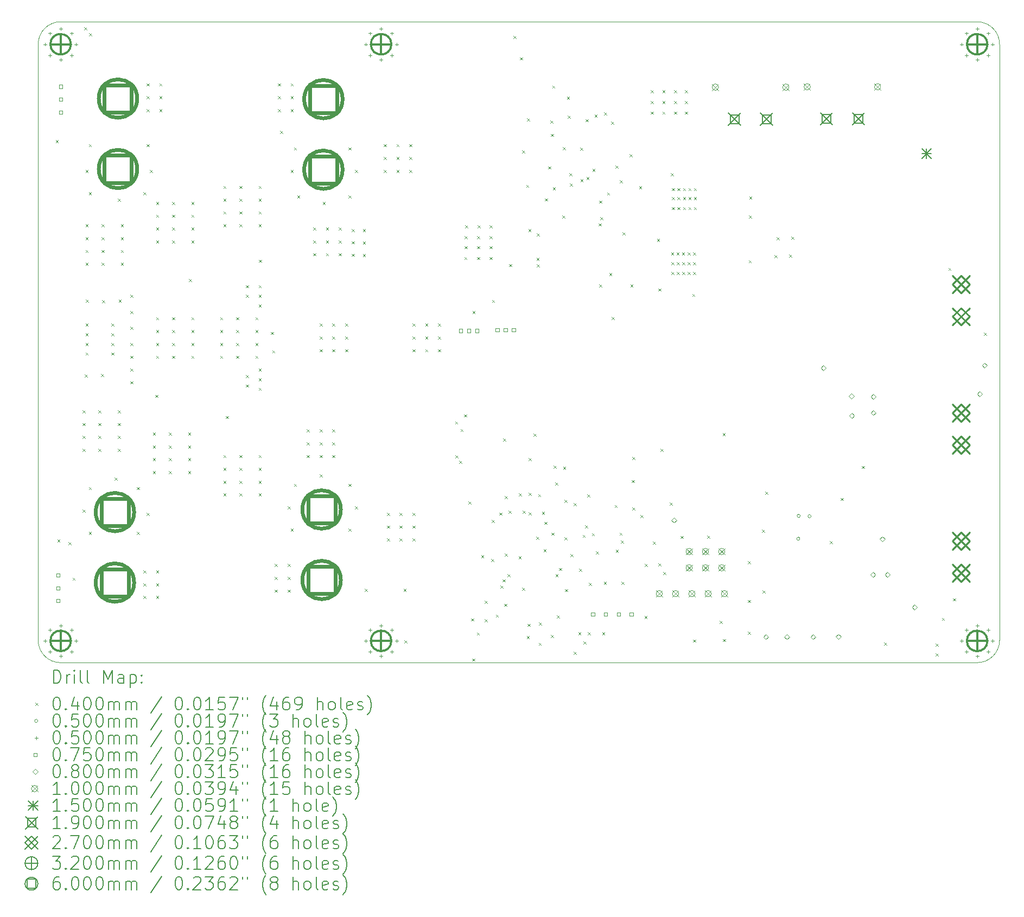
<source format=gbr>
%TF.GenerationSoftware,KiCad,Pcbnew,7.0.1*%
%TF.CreationDate,2023-11-20T20:44:57-08:00*%
%TF.ProjectId,rps01,72707330-312e-46b6-9963-61645f706362,2*%
%TF.SameCoordinates,Original*%
%TF.FileFunction,Drillmap*%
%TF.FilePolarity,Positive*%
%FSLAX45Y45*%
G04 Gerber Fmt 4.5, Leading zero omitted, Abs format (unit mm)*
G04 Created by KiCad (PCBNEW 7.0.1) date 2023-11-20 20:44:57*
%MOMM*%
%LPD*%
G01*
G04 APERTURE LIST*
%ADD10C,0.100000*%
%ADD11C,0.200000*%
%ADD12C,0.040000*%
%ADD13C,0.050000*%
%ADD14C,0.075000*%
%ADD15C,0.080000*%
%ADD16C,0.150000*%
%ADD17C,0.190000*%
%ADD18C,0.270000*%
%ADD19C,0.320000*%
%ADD20C,0.600000*%
G04 APERTURE END LIST*
D10*
X3740000Y-3420000D02*
G75*
G03*
X3390000Y-3770000I0J-350000D01*
G01*
X3390000Y-13070000D02*
G75*
G03*
X3740000Y-13420000I350000J0D01*
G01*
X18040000Y-3420000D02*
X3740000Y-3420000D01*
X18390000Y-13070000D02*
X18390000Y-3770000D01*
X3390000Y-3770000D02*
X3390000Y-13070000D01*
X3740000Y-13420000D02*
X18040000Y-13420000D01*
X18040000Y-13420000D02*
G75*
G03*
X18390000Y-13070000I0J350000D01*
G01*
X18390000Y-3770000D02*
G75*
G03*
X18040000Y-3420000I-350000J0D01*
G01*
D11*
D12*
X3663000Y-5263200D02*
X3703000Y-5303200D01*
X3703000Y-5263200D02*
X3663000Y-5303200D01*
X3688400Y-11497450D02*
X3728400Y-11537450D01*
X3728400Y-11497450D02*
X3688400Y-11537450D01*
X3865000Y-11540000D02*
X3905000Y-11580000D01*
X3905000Y-11540000D02*
X3865000Y-11580000D01*
X3925000Y-12095000D02*
X3965000Y-12135000D01*
X3965000Y-12095000D02*
X3925000Y-12135000D01*
X4080000Y-9480000D02*
X4120000Y-9520000D01*
X4120000Y-9480000D02*
X4080000Y-9520000D01*
X4080000Y-9680000D02*
X4120000Y-9720000D01*
X4120000Y-9680000D02*
X4080000Y-9720000D01*
X4080000Y-9880000D02*
X4120000Y-9920000D01*
X4120000Y-9880000D02*
X4080000Y-9920000D01*
X4080000Y-10080000D02*
X4120000Y-10120000D01*
X4120000Y-10080000D02*
X4080000Y-10120000D01*
X4080000Y-11030000D02*
X4120000Y-11070000D01*
X4120000Y-11030000D02*
X4080000Y-11070000D01*
X4110000Y-3505000D02*
X4150000Y-3545000D01*
X4150000Y-3505000D02*
X4110000Y-3545000D01*
X4117510Y-8920160D02*
X4157510Y-8960160D01*
X4157510Y-8920160D02*
X4117510Y-8960160D01*
X4130000Y-5730000D02*
X4170000Y-5770000D01*
X4170000Y-5730000D02*
X4130000Y-5770000D01*
X4130000Y-6580000D02*
X4170000Y-6620000D01*
X4170000Y-6580000D02*
X4130000Y-6620000D01*
X4130000Y-6780000D02*
X4170000Y-6820000D01*
X4170000Y-6780000D02*
X4130000Y-6820000D01*
X4130000Y-6980000D02*
X4170000Y-7020000D01*
X4170000Y-6980000D02*
X4130000Y-7020000D01*
X4130000Y-7180000D02*
X4170000Y-7220000D01*
X4170000Y-7180000D02*
X4130000Y-7220000D01*
X4130000Y-8130000D02*
X4170000Y-8170000D01*
X4170000Y-8130000D02*
X4130000Y-8170000D01*
X4130000Y-8280000D02*
X4170000Y-8320000D01*
X4170000Y-8280000D02*
X4130000Y-8320000D01*
X4130000Y-8430000D02*
X4170000Y-8470000D01*
X4170000Y-8430000D02*
X4130000Y-8470000D01*
X4130000Y-8580000D02*
X4170000Y-8620000D01*
X4170000Y-8580000D02*
X4130000Y-8620000D01*
X4135010Y-7755160D02*
X4175010Y-7795160D01*
X4175010Y-7755160D02*
X4135010Y-7795160D01*
X4180000Y-5330000D02*
X4220000Y-5370000D01*
X4220000Y-5330000D02*
X4180000Y-5370000D01*
X4180000Y-6080000D02*
X4220000Y-6120000D01*
X4220000Y-6080000D02*
X4180000Y-6120000D01*
X4180000Y-10680000D02*
X4220000Y-10720000D01*
X4220000Y-10680000D02*
X4180000Y-10720000D01*
X4180000Y-11380000D02*
X4220000Y-11420000D01*
X4220000Y-11380000D02*
X4180000Y-11420000D01*
X4185000Y-3595000D02*
X4225000Y-3635000D01*
X4225000Y-3595000D02*
X4185000Y-3635000D01*
X4330000Y-9480000D02*
X4370000Y-9520000D01*
X4370000Y-9480000D02*
X4330000Y-9520000D01*
X4330000Y-9680000D02*
X4370000Y-9720000D01*
X4370000Y-9680000D02*
X4330000Y-9720000D01*
X4330000Y-9880000D02*
X4370000Y-9920000D01*
X4370000Y-9880000D02*
X4330000Y-9920000D01*
X4330000Y-10080000D02*
X4370000Y-10120000D01*
X4370000Y-10080000D02*
X4330000Y-10120000D01*
X4372510Y-8917660D02*
X4412510Y-8957660D01*
X4412510Y-8917660D02*
X4372510Y-8957660D01*
X4380000Y-6580000D02*
X4420000Y-6620000D01*
X4420000Y-6580000D02*
X4380000Y-6620000D01*
X4380000Y-6780000D02*
X4420000Y-6820000D01*
X4420000Y-6780000D02*
X4380000Y-6820000D01*
X4380000Y-6980000D02*
X4420000Y-7020000D01*
X4420000Y-6980000D02*
X4380000Y-7020000D01*
X4380000Y-7180000D02*
X4420000Y-7220000D01*
X4420000Y-7180000D02*
X4380000Y-7220000D01*
X4390010Y-7762660D02*
X4430010Y-7802660D01*
X4430010Y-7762660D02*
X4390010Y-7802660D01*
X4530000Y-8130000D02*
X4570000Y-8170000D01*
X4570000Y-8130000D02*
X4530000Y-8170000D01*
X4530000Y-8280000D02*
X4570000Y-8320000D01*
X4570000Y-8280000D02*
X4530000Y-8320000D01*
X4530000Y-8430000D02*
X4570000Y-8470000D01*
X4570000Y-8430000D02*
X4530000Y-8470000D01*
X4530000Y-8580000D02*
X4570000Y-8620000D01*
X4570000Y-8580000D02*
X4530000Y-8620000D01*
X4580000Y-10530000D02*
X4620000Y-10570000D01*
X4620000Y-10530000D02*
X4580000Y-10570000D01*
X4630000Y-6180000D02*
X4670000Y-6220000D01*
X4670000Y-6180000D02*
X4630000Y-6220000D01*
X4630000Y-9480000D02*
X4670000Y-9520000D01*
X4670000Y-9480000D02*
X4630000Y-9520000D01*
X4630000Y-9680000D02*
X4670000Y-9720000D01*
X4670000Y-9680000D02*
X4630000Y-9720000D01*
X4630000Y-9880000D02*
X4670000Y-9920000D01*
X4670000Y-9880000D02*
X4630000Y-9920000D01*
X4630000Y-10080000D02*
X4670000Y-10120000D01*
X4670000Y-10080000D02*
X4630000Y-10120000D01*
X4645010Y-7757660D02*
X4685010Y-7797660D01*
X4685010Y-7757660D02*
X4645010Y-7797660D01*
X4680000Y-6580000D02*
X4720000Y-6620000D01*
X4720000Y-6580000D02*
X4680000Y-6620000D01*
X4680000Y-6780000D02*
X4720000Y-6820000D01*
X4720000Y-6780000D02*
X4680000Y-6820000D01*
X4680000Y-6980000D02*
X4720000Y-7020000D01*
X4720000Y-6980000D02*
X4680000Y-7020000D01*
X4680000Y-7180000D02*
X4720000Y-7220000D01*
X4720000Y-7180000D02*
X4680000Y-7220000D01*
X4830000Y-7680000D02*
X4870000Y-7720000D01*
X4870000Y-7680000D02*
X4830000Y-7720000D01*
X4830000Y-7930000D02*
X4870000Y-7970000D01*
X4870000Y-7930000D02*
X4830000Y-7970000D01*
X4830000Y-8180000D02*
X4870000Y-8220000D01*
X4870000Y-8180000D02*
X4830000Y-8220000D01*
X4830000Y-8430000D02*
X4870000Y-8470000D01*
X4870000Y-8430000D02*
X4830000Y-8470000D01*
X4830000Y-8630000D02*
X4870000Y-8670000D01*
X4870000Y-8630000D02*
X4830000Y-8670000D01*
X4830000Y-8830000D02*
X4870000Y-8870000D01*
X4870000Y-8830000D02*
X4830000Y-8870000D01*
X4830000Y-9030000D02*
X4870000Y-9070000D01*
X4870000Y-9030000D02*
X4830000Y-9070000D01*
X4930000Y-10680000D02*
X4970000Y-10720000D01*
X4970000Y-10680000D02*
X4930000Y-10720000D01*
X4930000Y-11380000D02*
X4970000Y-11420000D01*
X4970000Y-11380000D02*
X4930000Y-11420000D01*
X5030000Y-6080000D02*
X5070000Y-6120000D01*
X5070000Y-6080000D02*
X5030000Y-6120000D01*
X5030000Y-11980000D02*
X5070000Y-12020000D01*
X5070000Y-11980000D02*
X5030000Y-12020000D01*
X5030000Y-12180000D02*
X5070000Y-12220000D01*
X5070000Y-12180000D02*
X5030000Y-12220000D01*
X5030000Y-12380000D02*
X5070000Y-12420000D01*
X5070000Y-12380000D02*
X5030000Y-12420000D01*
X5080000Y-4380000D02*
X5120000Y-4420000D01*
X5120000Y-4380000D02*
X5080000Y-4420000D01*
X5080000Y-4580000D02*
X5120000Y-4620000D01*
X5120000Y-4580000D02*
X5080000Y-4620000D01*
X5080000Y-4780000D02*
X5120000Y-4820000D01*
X5120000Y-4780000D02*
X5080000Y-4820000D01*
X5080000Y-5330000D02*
X5120000Y-5370000D01*
X5120000Y-5330000D02*
X5080000Y-5370000D01*
X5080000Y-11080000D02*
X5120000Y-11120000D01*
X5120000Y-11080000D02*
X5080000Y-11120000D01*
X5130000Y-5730000D02*
X5170000Y-5770000D01*
X5170000Y-5730000D02*
X5130000Y-5770000D01*
X5180000Y-9830000D02*
X5220000Y-9870000D01*
X5220000Y-9830000D02*
X5180000Y-9870000D01*
X5180000Y-10030000D02*
X5220000Y-10070000D01*
X5220000Y-10030000D02*
X5180000Y-10070000D01*
X5180000Y-10230000D02*
X5220000Y-10270000D01*
X5220000Y-10230000D02*
X5180000Y-10270000D01*
X5180000Y-10430000D02*
X5220000Y-10470000D01*
X5220000Y-10430000D02*
X5180000Y-10470000D01*
X5217510Y-9240160D02*
X5257510Y-9280160D01*
X5257510Y-9240160D02*
X5217510Y-9280160D01*
X5230000Y-6230000D02*
X5270000Y-6270000D01*
X5270000Y-6230000D02*
X5230000Y-6270000D01*
X5230000Y-6430000D02*
X5270000Y-6470000D01*
X5270000Y-6430000D02*
X5230000Y-6470000D01*
X5230000Y-6630000D02*
X5270000Y-6670000D01*
X5270000Y-6630000D02*
X5230000Y-6670000D01*
X5230000Y-6830000D02*
X5270000Y-6870000D01*
X5270000Y-6830000D02*
X5230000Y-6870000D01*
X5230000Y-8030000D02*
X5270000Y-8070000D01*
X5270000Y-8030000D02*
X5230000Y-8070000D01*
X5230000Y-8230000D02*
X5270000Y-8270000D01*
X5270000Y-8230000D02*
X5230000Y-8270000D01*
X5230000Y-8430000D02*
X5270000Y-8470000D01*
X5270000Y-8430000D02*
X5230000Y-8470000D01*
X5230000Y-8630000D02*
X5270000Y-8670000D01*
X5270000Y-8630000D02*
X5230000Y-8670000D01*
X5230000Y-11980000D02*
X5270000Y-12020000D01*
X5270000Y-11980000D02*
X5230000Y-12020000D01*
X5230000Y-12180000D02*
X5270000Y-12220000D01*
X5270000Y-12180000D02*
X5230000Y-12220000D01*
X5230000Y-12380000D02*
X5270000Y-12420000D01*
X5270000Y-12380000D02*
X5230000Y-12420000D01*
X5280000Y-4380000D02*
X5320000Y-4420000D01*
X5320000Y-4380000D02*
X5280000Y-4420000D01*
X5280000Y-4580000D02*
X5320000Y-4620000D01*
X5320000Y-4580000D02*
X5280000Y-4620000D01*
X5280000Y-4780000D02*
X5320000Y-4820000D01*
X5320000Y-4780000D02*
X5280000Y-4820000D01*
X5430000Y-9830000D02*
X5470000Y-9870000D01*
X5470000Y-9830000D02*
X5430000Y-9870000D01*
X5430000Y-10030000D02*
X5470000Y-10070000D01*
X5470000Y-10030000D02*
X5430000Y-10070000D01*
X5430000Y-10230000D02*
X5470000Y-10270000D01*
X5470000Y-10230000D02*
X5430000Y-10270000D01*
X5430000Y-10430000D02*
X5470000Y-10470000D01*
X5470000Y-10430000D02*
X5430000Y-10470000D01*
X5480000Y-6230000D02*
X5520000Y-6270000D01*
X5520000Y-6230000D02*
X5480000Y-6270000D01*
X5480000Y-6430000D02*
X5520000Y-6470000D01*
X5520000Y-6430000D02*
X5480000Y-6470000D01*
X5480000Y-6630000D02*
X5520000Y-6670000D01*
X5520000Y-6630000D02*
X5480000Y-6670000D01*
X5480000Y-6830000D02*
X5520000Y-6870000D01*
X5520000Y-6830000D02*
X5480000Y-6870000D01*
X5480000Y-8030000D02*
X5520000Y-8070000D01*
X5520000Y-8030000D02*
X5480000Y-8070000D01*
X5480000Y-8230000D02*
X5520000Y-8270000D01*
X5520000Y-8230000D02*
X5480000Y-8270000D01*
X5480000Y-8430000D02*
X5520000Y-8470000D01*
X5520000Y-8430000D02*
X5480000Y-8470000D01*
X5480000Y-8630000D02*
X5520000Y-8670000D01*
X5520000Y-8630000D02*
X5480000Y-8670000D01*
X5730000Y-9830000D02*
X5770000Y-9870000D01*
X5770000Y-9830000D02*
X5730000Y-9870000D01*
X5730000Y-10030000D02*
X5770000Y-10070000D01*
X5770000Y-10030000D02*
X5730000Y-10070000D01*
X5730000Y-10230000D02*
X5770000Y-10270000D01*
X5770000Y-10230000D02*
X5730000Y-10270000D01*
X5730000Y-10430000D02*
X5770000Y-10470000D01*
X5770000Y-10430000D02*
X5730000Y-10470000D01*
X5745010Y-7435160D02*
X5785010Y-7475160D01*
X5785010Y-7435160D02*
X5745010Y-7475160D01*
X5780000Y-6230000D02*
X5820000Y-6270000D01*
X5820000Y-6230000D02*
X5780000Y-6270000D01*
X5780000Y-6430000D02*
X5820000Y-6470000D01*
X5820000Y-6430000D02*
X5780000Y-6470000D01*
X5780000Y-6630000D02*
X5820000Y-6670000D01*
X5820000Y-6630000D02*
X5780000Y-6670000D01*
X5780000Y-6830000D02*
X5820000Y-6870000D01*
X5820000Y-6830000D02*
X5780000Y-6870000D01*
X5780000Y-8030000D02*
X5820000Y-8070000D01*
X5820000Y-8030000D02*
X5780000Y-8070000D01*
X5780000Y-8230000D02*
X5820000Y-8270000D01*
X5820000Y-8230000D02*
X5780000Y-8270000D01*
X5780000Y-8430000D02*
X5820000Y-8470000D01*
X5820000Y-8430000D02*
X5780000Y-8470000D01*
X5780000Y-8630000D02*
X5820000Y-8670000D01*
X5820000Y-8630000D02*
X5780000Y-8670000D01*
X6230000Y-8030000D02*
X6270000Y-8070000D01*
X6270000Y-8030000D02*
X6230000Y-8070000D01*
X6230000Y-8230000D02*
X6270000Y-8270000D01*
X6270000Y-8230000D02*
X6230000Y-8270000D01*
X6230000Y-8430000D02*
X6270000Y-8470000D01*
X6270000Y-8430000D02*
X6230000Y-8470000D01*
X6230000Y-8630000D02*
X6270000Y-8670000D01*
X6270000Y-8630000D02*
X6230000Y-8670000D01*
X6280000Y-5980000D02*
X6320000Y-6020000D01*
X6320000Y-5980000D02*
X6280000Y-6020000D01*
X6280000Y-6180000D02*
X6320000Y-6220000D01*
X6320000Y-6180000D02*
X6280000Y-6220000D01*
X6280000Y-6380000D02*
X6320000Y-6420000D01*
X6320000Y-6380000D02*
X6280000Y-6420000D01*
X6280000Y-6580000D02*
X6320000Y-6620000D01*
X6320000Y-6580000D02*
X6280000Y-6620000D01*
X6280000Y-10180000D02*
X6320000Y-10220000D01*
X6320000Y-10180000D02*
X6280000Y-10220000D01*
X6280000Y-10380000D02*
X6320000Y-10420000D01*
X6320000Y-10380000D02*
X6280000Y-10420000D01*
X6280000Y-10580000D02*
X6320000Y-10620000D01*
X6320000Y-10580000D02*
X6280000Y-10620000D01*
X6280000Y-10780000D02*
X6320000Y-10820000D01*
X6320000Y-10780000D02*
X6280000Y-10820000D01*
X6317510Y-9570160D02*
X6357510Y-9610160D01*
X6357510Y-9570160D02*
X6317510Y-9610160D01*
X6480000Y-8030000D02*
X6520000Y-8070000D01*
X6520000Y-8030000D02*
X6480000Y-8070000D01*
X6480000Y-8230000D02*
X6520000Y-8270000D01*
X6520000Y-8230000D02*
X6480000Y-8270000D01*
X6480000Y-8430000D02*
X6520000Y-8470000D01*
X6520000Y-8430000D02*
X6480000Y-8470000D01*
X6480000Y-8630000D02*
X6520000Y-8670000D01*
X6520000Y-8630000D02*
X6480000Y-8670000D01*
X6530000Y-5980000D02*
X6570000Y-6020000D01*
X6570000Y-5980000D02*
X6530000Y-6020000D01*
X6530000Y-6180000D02*
X6570000Y-6220000D01*
X6570000Y-6180000D02*
X6530000Y-6220000D01*
X6530000Y-6380000D02*
X6570000Y-6420000D01*
X6570000Y-6380000D02*
X6530000Y-6420000D01*
X6530000Y-6580000D02*
X6570000Y-6620000D01*
X6570000Y-6580000D02*
X6530000Y-6620000D01*
X6530000Y-10180000D02*
X6570000Y-10220000D01*
X6570000Y-10180000D02*
X6530000Y-10220000D01*
X6530000Y-10380000D02*
X6570000Y-10420000D01*
X6570000Y-10380000D02*
X6530000Y-10420000D01*
X6530000Y-10580000D02*
X6570000Y-10620000D01*
X6570000Y-10580000D02*
X6530000Y-10620000D01*
X6530000Y-10780000D02*
X6570000Y-10820000D01*
X6570000Y-10780000D02*
X6530000Y-10820000D01*
X6630000Y-7530000D02*
X6670000Y-7570000D01*
X6670000Y-7530000D02*
X6630000Y-7570000D01*
X6630000Y-7680000D02*
X6670000Y-7720000D01*
X6670000Y-7680000D02*
X6630000Y-7720000D01*
X6630000Y-8930000D02*
X6670000Y-8970000D01*
X6670000Y-8930000D02*
X6630000Y-8970000D01*
X6630000Y-9080000D02*
X6670000Y-9120000D01*
X6670000Y-9080000D02*
X6630000Y-9120000D01*
X6780000Y-8030000D02*
X6820000Y-8070000D01*
X6820000Y-8030000D02*
X6780000Y-8070000D01*
X6780000Y-8230000D02*
X6820000Y-8270000D01*
X6820000Y-8230000D02*
X6780000Y-8270000D01*
X6780000Y-8430000D02*
X6820000Y-8470000D01*
X6820000Y-8430000D02*
X6780000Y-8470000D01*
X6780000Y-8630000D02*
X6820000Y-8670000D01*
X6820000Y-8630000D02*
X6780000Y-8670000D01*
X6830000Y-5980000D02*
X6870000Y-6020000D01*
X6870000Y-5980000D02*
X6830000Y-6020000D01*
X6830000Y-6180000D02*
X6870000Y-6220000D01*
X6870000Y-6180000D02*
X6830000Y-6220000D01*
X6830000Y-6380000D02*
X6870000Y-6420000D01*
X6870000Y-6380000D02*
X6830000Y-6420000D01*
X6830000Y-6580000D02*
X6870000Y-6620000D01*
X6870000Y-6580000D02*
X6830000Y-6620000D01*
X6830000Y-7530000D02*
X6870000Y-7570000D01*
X6870000Y-7530000D02*
X6830000Y-7570000D01*
X6830000Y-7680000D02*
X6870000Y-7720000D01*
X6870000Y-7680000D02*
X6830000Y-7720000D01*
X6830000Y-7830000D02*
X6870000Y-7870000D01*
X6870000Y-7830000D02*
X6830000Y-7870000D01*
X6830000Y-8830000D02*
X6870000Y-8870000D01*
X6870000Y-8830000D02*
X6830000Y-8870000D01*
X6830000Y-8980000D02*
X6870000Y-9020000D01*
X6870000Y-8980000D02*
X6830000Y-9020000D01*
X6830000Y-9130000D02*
X6870000Y-9170000D01*
X6870000Y-9130000D02*
X6830000Y-9170000D01*
X6830000Y-10180000D02*
X6870000Y-10220000D01*
X6870000Y-10180000D02*
X6830000Y-10220000D01*
X6830000Y-10380000D02*
X6870000Y-10420000D01*
X6870000Y-10380000D02*
X6830000Y-10420000D01*
X6830000Y-10580000D02*
X6870000Y-10620000D01*
X6870000Y-10580000D02*
X6830000Y-10620000D01*
X6830000Y-10780000D02*
X6870000Y-10820000D01*
X6870000Y-10780000D02*
X6830000Y-10820000D01*
X6832510Y-7132660D02*
X6872510Y-7172660D01*
X6872510Y-7132660D02*
X6832510Y-7172660D01*
X7022418Y-8257668D02*
X7062418Y-8297668D01*
X7062418Y-8257668D02*
X7022418Y-8297668D01*
X7042418Y-8545168D02*
X7082418Y-8585168D01*
X7082418Y-8545168D02*
X7042418Y-8585168D01*
X7080000Y-11880000D02*
X7120000Y-11920000D01*
X7120000Y-11880000D02*
X7080000Y-11920000D01*
X7080000Y-12080000D02*
X7120000Y-12120000D01*
X7120000Y-12080000D02*
X7080000Y-12120000D01*
X7080000Y-12280000D02*
X7120000Y-12320000D01*
X7120000Y-12280000D02*
X7080000Y-12320000D01*
X7130000Y-4380000D02*
X7170000Y-4420000D01*
X7170000Y-4380000D02*
X7130000Y-4420000D01*
X7130000Y-4580000D02*
X7170000Y-4620000D01*
X7170000Y-4580000D02*
X7130000Y-4620000D01*
X7130000Y-4780000D02*
X7170000Y-4820000D01*
X7170000Y-4780000D02*
X7130000Y-4820000D01*
X7165000Y-5120000D02*
X7205000Y-5160000D01*
X7205000Y-5120000D02*
X7165000Y-5160000D01*
X7280000Y-10980000D02*
X7320000Y-11020000D01*
X7320000Y-10980000D02*
X7280000Y-11020000D01*
X7280000Y-11880000D02*
X7320000Y-11920000D01*
X7320000Y-11880000D02*
X7280000Y-11920000D01*
X7280000Y-12080000D02*
X7320000Y-12120000D01*
X7320000Y-12080000D02*
X7280000Y-12120000D01*
X7280000Y-12280000D02*
X7320000Y-12320000D01*
X7320000Y-12280000D02*
X7280000Y-12320000D01*
X7330000Y-4380000D02*
X7370000Y-4420000D01*
X7370000Y-4380000D02*
X7330000Y-4420000D01*
X7330000Y-4580000D02*
X7370000Y-4620000D01*
X7370000Y-4580000D02*
X7330000Y-4620000D01*
X7330000Y-4780000D02*
X7370000Y-4820000D01*
X7370000Y-4780000D02*
X7330000Y-4820000D01*
X7330000Y-5730000D02*
X7370000Y-5770000D01*
X7370000Y-5730000D02*
X7330000Y-5770000D01*
X7330000Y-11330000D02*
X7370000Y-11370000D01*
X7370000Y-11330000D02*
X7330000Y-11370000D01*
X7380000Y-5380000D02*
X7420000Y-5420000D01*
X7420000Y-5380000D02*
X7380000Y-5420000D01*
X7380000Y-10630000D02*
X7420000Y-10670000D01*
X7420000Y-10630000D02*
X7380000Y-10670000D01*
X7430000Y-6130000D02*
X7470000Y-6170000D01*
X7470000Y-6130000D02*
X7430000Y-6170000D01*
X7580000Y-9780000D02*
X7620000Y-9820000D01*
X7620000Y-9780000D02*
X7580000Y-9820000D01*
X7580000Y-9980000D02*
X7620000Y-10020000D01*
X7620000Y-9980000D02*
X7580000Y-10020000D01*
X7580000Y-10180000D02*
X7620000Y-10220000D01*
X7620000Y-10180000D02*
X7580000Y-10220000D01*
X7680000Y-6630000D02*
X7720000Y-6670000D01*
X7720000Y-6630000D02*
X7680000Y-6670000D01*
X7680000Y-6830000D02*
X7720000Y-6870000D01*
X7720000Y-6830000D02*
X7680000Y-6870000D01*
X7680000Y-7030000D02*
X7720000Y-7070000D01*
X7720000Y-7030000D02*
X7680000Y-7070000D01*
X7780000Y-8130000D02*
X7820000Y-8170000D01*
X7820000Y-8130000D02*
X7780000Y-8170000D01*
X7780000Y-8330000D02*
X7820000Y-8370000D01*
X7820000Y-8330000D02*
X7780000Y-8370000D01*
X7780000Y-8530000D02*
X7820000Y-8570000D01*
X7820000Y-8530000D02*
X7780000Y-8570000D01*
X7780000Y-9780000D02*
X7820000Y-9820000D01*
X7820000Y-9780000D02*
X7780000Y-9820000D01*
X7780000Y-9980000D02*
X7820000Y-10020000D01*
X7820000Y-9980000D02*
X7780000Y-10020000D01*
X7780000Y-10180000D02*
X7820000Y-10220000D01*
X7820000Y-10180000D02*
X7780000Y-10220000D01*
X7780000Y-10480000D02*
X7820000Y-10520000D01*
X7820000Y-10480000D02*
X7780000Y-10520000D01*
X7830000Y-6230000D02*
X7870000Y-6270000D01*
X7870000Y-6230000D02*
X7830000Y-6270000D01*
X7880000Y-6630000D02*
X7920000Y-6670000D01*
X7920000Y-6630000D02*
X7880000Y-6670000D01*
X7880000Y-6830000D02*
X7920000Y-6870000D01*
X7920000Y-6830000D02*
X7880000Y-6870000D01*
X7880000Y-7030000D02*
X7920000Y-7070000D01*
X7920000Y-7030000D02*
X7880000Y-7070000D01*
X7980000Y-8130000D02*
X8020000Y-8170000D01*
X8020000Y-8130000D02*
X7980000Y-8170000D01*
X7980000Y-8330000D02*
X8020000Y-8370000D01*
X8020000Y-8330000D02*
X7980000Y-8370000D01*
X7980000Y-8530000D02*
X8020000Y-8570000D01*
X8020000Y-8530000D02*
X7980000Y-8570000D01*
X7980000Y-9780000D02*
X8020000Y-9820000D01*
X8020000Y-9780000D02*
X7980000Y-9820000D01*
X7980000Y-9980000D02*
X8020000Y-10020000D01*
X8020000Y-9980000D02*
X7980000Y-10020000D01*
X7980000Y-10180000D02*
X8020000Y-10220000D01*
X8020000Y-10180000D02*
X7980000Y-10220000D01*
X8080000Y-6630000D02*
X8120000Y-6670000D01*
X8120000Y-6630000D02*
X8080000Y-6670000D01*
X8080000Y-6830000D02*
X8120000Y-6870000D01*
X8120000Y-6830000D02*
X8080000Y-6870000D01*
X8080000Y-7030000D02*
X8120000Y-7070000D01*
X8120000Y-7030000D02*
X8080000Y-7070000D01*
X8180000Y-8130000D02*
X8220000Y-8170000D01*
X8220000Y-8130000D02*
X8180000Y-8170000D01*
X8180000Y-8330000D02*
X8220000Y-8370000D01*
X8220000Y-8330000D02*
X8180000Y-8370000D01*
X8180000Y-8530000D02*
X8220000Y-8570000D01*
X8220000Y-8530000D02*
X8180000Y-8570000D01*
X8230000Y-5380000D02*
X8270000Y-5420000D01*
X8270000Y-5380000D02*
X8230000Y-5420000D01*
X8230000Y-6130000D02*
X8270000Y-6170000D01*
X8270000Y-6130000D02*
X8230000Y-6170000D01*
X8230000Y-10630000D02*
X8270000Y-10670000D01*
X8270000Y-10630000D02*
X8230000Y-10670000D01*
X8230000Y-11330000D02*
X8270000Y-11370000D01*
X8270000Y-11330000D02*
X8230000Y-11370000D01*
X8285000Y-6655000D02*
X8325000Y-6695000D01*
X8325000Y-6655000D02*
X8285000Y-6695000D01*
X8285000Y-6845000D02*
X8325000Y-6885000D01*
X8325000Y-6845000D02*
X8285000Y-6885000D01*
X8285000Y-7040000D02*
X8325000Y-7080000D01*
X8325000Y-7040000D02*
X8285000Y-7080000D01*
X8330000Y-5730000D02*
X8370000Y-5770000D01*
X8370000Y-5730000D02*
X8330000Y-5770000D01*
X8330000Y-10980000D02*
X8370000Y-11020000D01*
X8370000Y-10980000D02*
X8330000Y-11020000D01*
X8455000Y-6655000D02*
X8495000Y-6695000D01*
X8495000Y-6655000D02*
X8455000Y-6695000D01*
X8455000Y-6850000D02*
X8495000Y-6890000D01*
X8495000Y-6850000D02*
X8455000Y-6890000D01*
X8455000Y-7045000D02*
X8495000Y-7085000D01*
X8495000Y-7045000D02*
X8455000Y-7085000D01*
X8485000Y-12270000D02*
X8525000Y-12310000D01*
X8525000Y-12270000D02*
X8485000Y-12310000D01*
X8780000Y-5330000D02*
X8820000Y-5370000D01*
X8820000Y-5330000D02*
X8780000Y-5370000D01*
X8780000Y-5530000D02*
X8820000Y-5570000D01*
X8820000Y-5530000D02*
X8780000Y-5570000D01*
X8780000Y-5730000D02*
X8820000Y-5770000D01*
X8820000Y-5730000D02*
X8780000Y-5770000D01*
X8830000Y-11080000D02*
X8870000Y-11120000D01*
X8870000Y-11080000D02*
X8830000Y-11120000D01*
X8830000Y-11280000D02*
X8870000Y-11320000D01*
X8870000Y-11280000D02*
X8830000Y-11320000D01*
X8830000Y-11480000D02*
X8870000Y-11520000D01*
X8870000Y-11480000D02*
X8830000Y-11520000D01*
X8980000Y-5330000D02*
X9020000Y-5370000D01*
X9020000Y-5330000D02*
X8980000Y-5370000D01*
X8980000Y-5530000D02*
X9020000Y-5570000D01*
X9020000Y-5530000D02*
X8980000Y-5570000D01*
X8980000Y-5730000D02*
X9020000Y-5770000D01*
X9020000Y-5730000D02*
X8980000Y-5770000D01*
X9030000Y-11080000D02*
X9070000Y-11120000D01*
X9070000Y-11080000D02*
X9030000Y-11120000D01*
X9030000Y-11280000D02*
X9070000Y-11320000D01*
X9070000Y-11280000D02*
X9030000Y-11320000D01*
X9030000Y-11480000D02*
X9070000Y-11520000D01*
X9070000Y-11480000D02*
X9030000Y-11520000D01*
X9090000Y-12265000D02*
X9130000Y-12305000D01*
X9130000Y-12265000D02*
X9090000Y-12305000D01*
X9105000Y-13070000D02*
X9145000Y-13110000D01*
X9145000Y-13070000D02*
X9105000Y-13110000D01*
X9180000Y-5330000D02*
X9220000Y-5370000D01*
X9220000Y-5330000D02*
X9180000Y-5370000D01*
X9180000Y-5530000D02*
X9220000Y-5570000D01*
X9220000Y-5530000D02*
X9180000Y-5570000D01*
X9180000Y-5730000D02*
X9220000Y-5770000D01*
X9220000Y-5730000D02*
X9180000Y-5770000D01*
X9230000Y-8130000D02*
X9270000Y-8170000D01*
X9270000Y-8130000D02*
X9230000Y-8170000D01*
X9230000Y-8330000D02*
X9270000Y-8370000D01*
X9270000Y-8330000D02*
X9230000Y-8370000D01*
X9230000Y-8530000D02*
X9270000Y-8570000D01*
X9270000Y-8530000D02*
X9230000Y-8570000D01*
X9230000Y-11080000D02*
X9270000Y-11120000D01*
X9270000Y-11080000D02*
X9230000Y-11120000D01*
X9230000Y-11280000D02*
X9270000Y-11320000D01*
X9270000Y-11280000D02*
X9230000Y-11320000D01*
X9230000Y-11480000D02*
X9270000Y-11520000D01*
X9270000Y-11480000D02*
X9230000Y-11520000D01*
X9430000Y-8130000D02*
X9470000Y-8170000D01*
X9470000Y-8130000D02*
X9430000Y-8170000D01*
X9430000Y-8330000D02*
X9470000Y-8370000D01*
X9470000Y-8330000D02*
X9430000Y-8370000D01*
X9430000Y-8530000D02*
X9470000Y-8570000D01*
X9470000Y-8530000D02*
X9430000Y-8570000D01*
X9630000Y-8130000D02*
X9670000Y-8170000D01*
X9670000Y-8130000D02*
X9630000Y-8170000D01*
X9630000Y-8330000D02*
X9670000Y-8370000D01*
X9670000Y-8330000D02*
X9630000Y-8370000D01*
X9630000Y-8530000D02*
X9670000Y-8570000D01*
X9670000Y-8530000D02*
X9630000Y-8570000D01*
X9895000Y-9655000D02*
X9935000Y-9695000D01*
X9935000Y-9655000D02*
X9895000Y-9695000D01*
X9901963Y-10185736D02*
X9941963Y-10225736D01*
X9941963Y-10185736D02*
X9901963Y-10225736D01*
X9958424Y-10268211D02*
X9998424Y-10308211D01*
X9998424Y-10268211D02*
X9958424Y-10308211D01*
X9980000Y-9775000D02*
X10020000Y-9815000D01*
X10020000Y-9775000D02*
X9980000Y-9815000D01*
X10035000Y-9545000D02*
X10075000Y-9585000D01*
X10075000Y-9545000D02*
X10035000Y-9585000D01*
X10040000Y-7090000D02*
X10080000Y-7130000D01*
X10080000Y-7090000D02*
X10040000Y-7130000D01*
X10045000Y-6765000D02*
X10085000Y-6805000D01*
X10085000Y-6765000D02*
X10045000Y-6805000D01*
X10045000Y-6920000D02*
X10085000Y-6960000D01*
X10085000Y-6920000D02*
X10045000Y-6960000D01*
X10050000Y-6595000D02*
X10090000Y-6635000D01*
X10090000Y-6595000D02*
X10050000Y-6635000D01*
X10100000Y-10905000D02*
X10140000Y-10945000D01*
X10140000Y-10905000D02*
X10100000Y-10945000D01*
X10145000Y-12730000D02*
X10185000Y-12770000D01*
X10185000Y-12730000D02*
X10145000Y-12770000D01*
X10160000Y-13355000D02*
X10200000Y-13395000D01*
X10200000Y-13355000D02*
X10160000Y-13395000D01*
X10165000Y-7930000D02*
X10205000Y-7970000D01*
X10205000Y-7930000D02*
X10165000Y-7970000D01*
X10233770Y-12948770D02*
X10273770Y-12988770D01*
X10273770Y-12948770D02*
X10233770Y-12988770D01*
X10235000Y-7090000D02*
X10275000Y-7130000D01*
X10275000Y-7090000D02*
X10235000Y-7130000D01*
X10240000Y-6765000D02*
X10280000Y-6805000D01*
X10280000Y-6765000D02*
X10240000Y-6805000D01*
X10240000Y-6920000D02*
X10280000Y-6960000D01*
X10280000Y-6920000D02*
X10240000Y-6960000D01*
X10245000Y-6595000D02*
X10285000Y-6635000D01*
X10285000Y-6595000D02*
X10245000Y-6635000D01*
X10302400Y-11745000D02*
X10342400Y-11785000D01*
X10342400Y-11745000D02*
X10302400Y-11785000D01*
X10355000Y-12450694D02*
X10395000Y-12490694D01*
X10395000Y-12450694D02*
X10355000Y-12490694D01*
X10355000Y-12740000D02*
X10395000Y-12780000D01*
X10395000Y-12740000D02*
X10355000Y-12780000D01*
X10430000Y-6920000D02*
X10470000Y-6960000D01*
X10470000Y-6920000D02*
X10430000Y-6960000D01*
X10430000Y-7090000D02*
X10470000Y-7130000D01*
X10470000Y-7090000D02*
X10430000Y-7130000D01*
X10435000Y-6595000D02*
X10475000Y-6635000D01*
X10475000Y-6595000D02*
X10435000Y-6635000D01*
X10435000Y-6765000D02*
X10475000Y-6805000D01*
X10475000Y-6765000D02*
X10435000Y-6805000D01*
X10455000Y-11800000D02*
X10495000Y-11840000D01*
X10495000Y-11800000D02*
X10455000Y-11840000D01*
X10467505Y-11194955D02*
X10507505Y-11234955D01*
X10507505Y-11194955D02*
X10467505Y-11234955D01*
X10470000Y-7760000D02*
X10510000Y-7800000D01*
X10510000Y-7760000D02*
X10470000Y-7800000D01*
X10530000Y-12670000D02*
X10570000Y-12710000D01*
X10570000Y-12670000D02*
X10530000Y-12710000D01*
X10585575Y-11077450D02*
X10625575Y-11117450D01*
X10625575Y-11077450D02*
X10585575Y-11117450D01*
X10601744Y-12214284D02*
X10641744Y-12254284D01*
X10641744Y-12214284D02*
X10601744Y-12254284D01*
X10633730Y-12118730D02*
X10673730Y-12158730D01*
X10673730Y-12118730D02*
X10633730Y-12158730D01*
X10646033Y-9920099D02*
X10686033Y-9960099D01*
X10686033Y-9920099D02*
X10646033Y-9960099D01*
X10658770Y-12501230D02*
X10698770Y-12541230D01*
X10698770Y-12501230D02*
X10658770Y-12541230D01*
X10670000Y-10820000D02*
X10710000Y-10860000D01*
X10710000Y-10820000D02*
X10670000Y-10860000D01*
X10672550Y-11720000D02*
X10712550Y-11760000D01*
X10712550Y-11720000D02*
X10672550Y-11760000D01*
X10712846Y-12039614D02*
X10752846Y-12079614D01*
X10752846Y-12039614D02*
X10712846Y-12079614D01*
X10730000Y-11050000D02*
X10770000Y-11090000D01*
X10770000Y-11050000D02*
X10730000Y-11090000D01*
X10740000Y-7200000D02*
X10780000Y-7240000D01*
X10780000Y-7200000D02*
X10740000Y-7240000D01*
X10805000Y-3640000D02*
X10845000Y-3680000D01*
X10845000Y-3640000D02*
X10805000Y-3680000D01*
X10885000Y-11757600D02*
X10925000Y-11797600D01*
X10925000Y-11757600D02*
X10885000Y-11797600D01*
X10887952Y-10774508D02*
X10927952Y-10814508D01*
X10927952Y-10774508D02*
X10887952Y-10814508D01*
X10907450Y-3975000D02*
X10947450Y-4015000D01*
X10947450Y-3975000D02*
X10907450Y-4015000D01*
X10942400Y-5425000D02*
X10982400Y-5465000D01*
X10982400Y-5425000D02*
X10942400Y-5465000D01*
X10942480Y-12247882D02*
X10982480Y-12287882D01*
X10982480Y-12247882D02*
X10942480Y-12287882D01*
X10947450Y-11047550D02*
X10987450Y-11087550D01*
X10987450Y-11047550D02*
X10947450Y-11087550D01*
X11005000Y-5965000D02*
X11045000Y-6005000D01*
X11045000Y-5965000D02*
X11005000Y-6005000D01*
X11012450Y-13003730D02*
X11052450Y-13043730D01*
X11052450Y-13003730D02*
X11012450Y-13043730D01*
X11015000Y-4925000D02*
X11055000Y-4965000D01*
X11055000Y-4925000D02*
X11015000Y-4965000D01*
X11022450Y-12813770D02*
X11062450Y-12853770D01*
X11062450Y-12813770D02*
X11022450Y-12853770D01*
X11036962Y-6653038D02*
X11076962Y-6693038D01*
X11076962Y-6653038D02*
X11036962Y-6693038D01*
X11040071Y-10225450D02*
X11080071Y-10265450D01*
X11080071Y-10225450D02*
X11040071Y-10265450D01*
X11044277Y-11072341D02*
X11084277Y-11112341D01*
X11084277Y-11072341D02*
X11044277Y-11112341D01*
X11045000Y-10770000D02*
X11085000Y-10810000D01*
X11085000Y-10770000D02*
X11045000Y-10810000D01*
X11120000Y-9845000D02*
X11160000Y-9885000D01*
X11160000Y-9845000D02*
X11120000Y-9885000D01*
X11160000Y-11455000D02*
X11200000Y-11495000D01*
X11200000Y-11455000D02*
X11160000Y-11495000D01*
X11165000Y-7105000D02*
X11205000Y-7145000D01*
X11205000Y-7105000D02*
X11165000Y-7145000D01*
X11167700Y-6718821D02*
X11207700Y-6758821D01*
X11207700Y-6718821D02*
X11167700Y-6758821D01*
X11169631Y-7204843D02*
X11209631Y-7244843D01*
X11209631Y-7204843D02*
X11169631Y-7244843D01*
X11191445Y-10788905D02*
X11231445Y-10828905D01*
X11231445Y-10788905D02*
X11191445Y-10828905D01*
X11198252Y-13110787D02*
X11238252Y-13150787D01*
X11238252Y-13110787D02*
X11198252Y-13150787D01*
X11200000Y-12790000D02*
X11240000Y-12830000D01*
X11240000Y-12790000D02*
X11200000Y-12830000D01*
X11250000Y-11067735D02*
X11290000Y-11107735D01*
X11290000Y-11067735D02*
X11250000Y-11107735D01*
X11275000Y-11650000D02*
X11315000Y-11690000D01*
X11315000Y-11650000D02*
X11275000Y-11690000D01*
X11284838Y-11222550D02*
X11324838Y-11262550D01*
X11324838Y-11222550D02*
X11284838Y-11262550D01*
X11295000Y-6175000D02*
X11335000Y-6215000D01*
X11335000Y-6175000D02*
X11295000Y-6215000D01*
X11345000Y-5675000D02*
X11385000Y-5715000D01*
X11385000Y-5675000D02*
X11345000Y-5715000D01*
X11380000Y-4960000D02*
X11420000Y-5000000D01*
X11420000Y-4960000D02*
X11380000Y-5000000D01*
X11388770Y-5168770D02*
X11428770Y-5208770D01*
X11428770Y-5168770D02*
X11388770Y-5208770D01*
X11390000Y-12985000D02*
X11430000Y-13025000D01*
X11430000Y-12985000D02*
X11390000Y-13025000D01*
X11400000Y-11390000D02*
X11440000Y-11430000D01*
X11440000Y-11390000D02*
X11400000Y-11430000D01*
X11410000Y-4415000D02*
X11450000Y-4455000D01*
X11450000Y-4415000D02*
X11410000Y-4455000D01*
X11420000Y-6000000D02*
X11460000Y-6040000D01*
X11460000Y-6000000D02*
X11420000Y-6040000D01*
X11430000Y-10345000D02*
X11470000Y-10385000D01*
X11470000Y-10345000D02*
X11430000Y-10385000D01*
X11456390Y-10610361D02*
X11496390Y-10650361D01*
X11496390Y-10610361D02*
X11456390Y-10650361D01*
X11461375Y-12040000D02*
X11501375Y-12080000D01*
X11501375Y-12040000D02*
X11461375Y-12080000D01*
X11485000Y-12685000D02*
X11525000Y-12725000D01*
X11525000Y-12685000D02*
X11485000Y-12725000D01*
X11515000Y-11942350D02*
X11555000Y-11982350D01*
X11555000Y-11942350D02*
X11515000Y-11982350D01*
X11570000Y-6440000D02*
X11610000Y-6480000D01*
X11610000Y-6440000D02*
X11570000Y-6480000D01*
X11575000Y-5372550D02*
X11615000Y-5412550D01*
X11615000Y-5372550D02*
X11575000Y-5412550D01*
X11580000Y-10365000D02*
X11620000Y-10405000D01*
X11620000Y-10365000D02*
X11580000Y-10405000D01*
X11598908Y-11463552D02*
X11638908Y-11503552D01*
X11638908Y-11463552D02*
X11598908Y-11503552D01*
X11602471Y-10877550D02*
X11642471Y-10917550D01*
X11642471Y-10877550D02*
X11602471Y-10917550D01*
X11608730Y-12271270D02*
X11648730Y-12311270D01*
X11648730Y-12271270D02*
X11608730Y-12311270D01*
X11640000Y-4590000D02*
X11680000Y-4630000D01*
X11680000Y-4590000D02*
X11640000Y-4630000D01*
X11650000Y-4885000D02*
X11690000Y-4925000D01*
X11690000Y-4885000D02*
X11650000Y-4925000D01*
X11680000Y-5785000D02*
X11720000Y-5825000D01*
X11720000Y-5785000D02*
X11680000Y-5825000D01*
X11685000Y-5940000D02*
X11725000Y-5980000D01*
X11725000Y-5940000D02*
X11685000Y-5980000D01*
X11692700Y-11724742D02*
X11732700Y-11764742D01*
X11732700Y-11724742D02*
X11692700Y-11764742D01*
X11745000Y-13250000D02*
X11785000Y-13290000D01*
X11785000Y-13250000D02*
X11745000Y-13290000D01*
X11746438Y-10932600D02*
X11786438Y-10972600D01*
X11786438Y-10932600D02*
X11746438Y-10972600D01*
X11817450Y-12941845D02*
X11857450Y-12981845D01*
X11857450Y-12941845D02*
X11817450Y-12981845D01*
X11832550Y-11955000D02*
X11872550Y-11995000D01*
X11872550Y-11955000D02*
X11832550Y-11995000D01*
X11845000Y-5385000D02*
X11885000Y-5425000D01*
X11885000Y-5385000D02*
X11845000Y-5425000D01*
X11850000Y-5875000D02*
X11890000Y-5915000D01*
X11890000Y-5875000D02*
X11850000Y-5915000D01*
X11884185Y-11424053D02*
X11924185Y-11464053D01*
X11924185Y-11424053D02*
X11884185Y-11464053D01*
X11900000Y-13090000D02*
X11940000Y-13130000D01*
X11940000Y-13090000D02*
X11900000Y-13130000D01*
X11925000Y-11275000D02*
X11965000Y-11315000D01*
X11965000Y-11275000D02*
X11925000Y-11315000D01*
X11930000Y-4940000D02*
X11970000Y-4980000D01*
X11970000Y-4940000D02*
X11930000Y-4980000D01*
X11945000Y-5840000D02*
X11985000Y-5880000D01*
X11985000Y-5840000D02*
X11945000Y-5880000D01*
X11958343Y-10792550D02*
X11998343Y-10832550D01*
X11998343Y-10792550D02*
X11958343Y-10832550D01*
X11962350Y-12942550D02*
X12002350Y-12982550D01*
X12002350Y-12942550D02*
X11962350Y-12982550D01*
X11985000Y-12175000D02*
X12025000Y-12215000D01*
X12025000Y-12175000D02*
X11985000Y-12215000D01*
X12029085Y-11398455D02*
X12069085Y-11438455D01*
X12069085Y-11398455D02*
X12029085Y-11438455D01*
X12037869Y-5712239D02*
X12077869Y-5752239D01*
X12077869Y-5712239D02*
X12037869Y-5752239D01*
X12070000Y-4870000D02*
X12110000Y-4910000D01*
X12110000Y-4870000D02*
X12070000Y-4910000D01*
X12095000Y-11685000D02*
X12135000Y-11725000D01*
X12135000Y-11685000D02*
X12095000Y-11725000D01*
X12137171Y-6564000D02*
X12177171Y-6604000D01*
X12177171Y-6564000D02*
X12137171Y-6604000D01*
X12140000Y-6210000D02*
X12180000Y-6250000D01*
X12180000Y-6210000D02*
X12140000Y-6250000D01*
X12140000Y-7520000D02*
X12180000Y-7560000D01*
X12180000Y-7520000D02*
X12140000Y-7560000D01*
X12158055Y-6466256D02*
X12198055Y-6506256D01*
X12198055Y-6466256D02*
X12158055Y-6506256D01*
X12190312Y-12942600D02*
X12230312Y-12982600D01*
X12230312Y-12942600D02*
X12190312Y-12982600D01*
X12215000Y-12160000D02*
X12255000Y-12200000D01*
X12255000Y-12160000D02*
X12215000Y-12200000D01*
X12220000Y-4835000D02*
X12260000Y-4875000D01*
X12260000Y-4835000D02*
X12220000Y-4875000D01*
X12265654Y-6083114D02*
X12305654Y-6123114D01*
X12305654Y-6083114D02*
X12265654Y-6123114D01*
X12300275Y-7341164D02*
X12340275Y-7381164D01*
X12340275Y-7341164D02*
X12300275Y-7381164D01*
X12327550Y-4977450D02*
X12367550Y-5017450D01*
X12367550Y-4977450D02*
X12327550Y-5017450D01*
X12340000Y-8024950D02*
X12380000Y-8064950D01*
X12380000Y-8024950D02*
X12340000Y-8064950D01*
X12385000Y-10960000D02*
X12425000Y-11000000D01*
X12425000Y-10960000D02*
X12385000Y-11000000D01*
X12395000Y-5665000D02*
X12435000Y-5705000D01*
X12435000Y-5665000D02*
X12395000Y-5705000D01*
X12400000Y-11655000D02*
X12440000Y-11695000D01*
X12440000Y-11655000D02*
X12400000Y-11695000D01*
X12460000Y-11390000D02*
X12500000Y-11430000D01*
X12500000Y-11390000D02*
X12460000Y-11430000D01*
X12466230Y-5891230D02*
X12506230Y-5931230D01*
X12506230Y-5891230D02*
X12466230Y-5931230D01*
X12482550Y-11515000D02*
X12522550Y-11555000D01*
X12522550Y-11515000D02*
X12482550Y-11555000D01*
X12490000Y-12160000D02*
X12530000Y-12200000D01*
X12530000Y-12160000D02*
X12490000Y-12200000D01*
X12508151Y-6705000D02*
X12548151Y-6745000D01*
X12548151Y-6705000D02*
X12508151Y-6745000D01*
X12614631Y-5487646D02*
X12654631Y-5527646D01*
X12654631Y-5487646D02*
X12614631Y-5527646D01*
X12630000Y-7520000D02*
X12670000Y-7560000D01*
X12670000Y-7520000D02*
X12630000Y-7560000D01*
X12650000Y-10570000D02*
X12690000Y-10610000D01*
X12690000Y-10570000D02*
X12650000Y-10610000D01*
X12659122Y-10998927D02*
X12699122Y-11038927D01*
X12699122Y-10998927D02*
X12659122Y-11038927D01*
X12660000Y-10210000D02*
X12700000Y-10250000D01*
X12700000Y-10210000D02*
X12660000Y-10250000D01*
X12765000Y-5985000D02*
X12805000Y-6025000D01*
X12805000Y-5985000D02*
X12765000Y-6025000D01*
X12789055Y-11116374D02*
X12829055Y-11156374D01*
X12829055Y-11116374D02*
X12789055Y-11156374D01*
X12850000Y-12692718D02*
X12890000Y-12732718D01*
X12890000Y-12692718D02*
X12850000Y-12732718D01*
X12855000Y-11875000D02*
X12895000Y-11915000D01*
X12895000Y-11875000D02*
X12855000Y-11915000D01*
X12950000Y-4485000D02*
X12990000Y-4525000D01*
X12990000Y-4485000D02*
X12950000Y-4525000D01*
X12950000Y-4655000D02*
X12990000Y-4695000D01*
X12990000Y-4655000D02*
X12950000Y-4695000D01*
X12950000Y-4820000D02*
X12990000Y-4860000D01*
X12990000Y-4820000D02*
X12950000Y-4860000D01*
X12980000Y-11530000D02*
X13020000Y-11570000D01*
X13020000Y-11530000D02*
X12980000Y-11570000D01*
X13045000Y-6805000D02*
X13085000Y-6845000D01*
X13085000Y-6805000D02*
X13045000Y-6845000D01*
X13065000Y-7580000D02*
X13105000Y-7620000D01*
X13105000Y-7580000D02*
X13065000Y-7620000D01*
X13065000Y-11870000D02*
X13105000Y-11910000D01*
X13105000Y-11870000D02*
X13065000Y-11910000D01*
X13100000Y-10080000D02*
X13140000Y-10120000D01*
X13140000Y-10080000D02*
X13100000Y-10120000D01*
X13130000Y-4485000D02*
X13170000Y-4525000D01*
X13170000Y-4485000D02*
X13130000Y-4525000D01*
X13130000Y-4655000D02*
X13170000Y-4695000D01*
X13170000Y-4655000D02*
X13130000Y-4695000D01*
X13130000Y-4820000D02*
X13170000Y-4860000D01*
X13170000Y-4820000D02*
X13130000Y-4860000D01*
X13140000Y-12005000D02*
X13180000Y-12045000D01*
X13180000Y-12005000D02*
X13140000Y-12045000D01*
X13245000Y-10920000D02*
X13285000Y-10960000D01*
X13285000Y-10920000D02*
X13245000Y-10960000D01*
X13260000Y-5780000D02*
X13300000Y-5820000D01*
X13300000Y-5780000D02*
X13260000Y-5820000D01*
X13265000Y-7020000D02*
X13305000Y-7060000D01*
X13305000Y-7020000D02*
X13265000Y-7060000D01*
X13270000Y-7170000D02*
X13310000Y-7210000D01*
X13310000Y-7170000D02*
X13270000Y-7210000D01*
X13270000Y-7325000D02*
X13310000Y-7365000D01*
X13310000Y-7325000D02*
X13270000Y-7365000D01*
X13280000Y-6015000D02*
X13320000Y-6055000D01*
X13320000Y-6015000D02*
X13280000Y-6055000D01*
X13280000Y-6155000D02*
X13320000Y-6195000D01*
X13320000Y-6155000D02*
X13280000Y-6195000D01*
X13280000Y-6310000D02*
X13320000Y-6350000D01*
X13320000Y-6310000D02*
X13280000Y-6350000D01*
X13310000Y-4485000D02*
X13350000Y-4525000D01*
X13350000Y-4485000D02*
X13310000Y-4525000D01*
X13310000Y-4655000D02*
X13350000Y-4695000D01*
X13350000Y-4655000D02*
X13310000Y-4695000D01*
X13310000Y-4820000D02*
X13350000Y-4860000D01*
X13350000Y-4820000D02*
X13310000Y-4860000D01*
X13350000Y-7020000D02*
X13390000Y-7060000D01*
X13390000Y-7020000D02*
X13350000Y-7060000D01*
X13355000Y-7170000D02*
X13395000Y-7210000D01*
X13395000Y-7170000D02*
X13355000Y-7210000D01*
X13355000Y-7325000D02*
X13395000Y-7365000D01*
X13395000Y-7325000D02*
X13355000Y-7365000D01*
X13365000Y-6015000D02*
X13405000Y-6055000D01*
X13405000Y-6015000D02*
X13365000Y-6055000D01*
X13365000Y-6155000D02*
X13405000Y-6195000D01*
X13405000Y-6155000D02*
X13365000Y-6195000D01*
X13365000Y-6310000D02*
X13405000Y-6350000D01*
X13405000Y-6310000D02*
X13365000Y-6350000D01*
X13415092Y-11441332D02*
X13455092Y-11481332D01*
X13455092Y-11441332D02*
X13415092Y-11481332D01*
X13435000Y-7020000D02*
X13475000Y-7060000D01*
X13475000Y-7020000D02*
X13435000Y-7060000D01*
X13440000Y-7170000D02*
X13480000Y-7210000D01*
X13480000Y-7170000D02*
X13440000Y-7210000D01*
X13440000Y-7325000D02*
X13480000Y-7365000D01*
X13480000Y-7325000D02*
X13440000Y-7365000D01*
X13450000Y-6015000D02*
X13490000Y-6055000D01*
X13490000Y-6015000D02*
X13450000Y-6055000D01*
X13450000Y-6155000D02*
X13490000Y-6195000D01*
X13490000Y-6155000D02*
X13450000Y-6195000D01*
X13450000Y-6310000D02*
X13490000Y-6350000D01*
X13490000Y-6310000D02*
X13450000Y-6350000D01*
X13480000Y-4485000D02*
X13520000Y-4525000D01*
X13520000Y-4485000D02*
X13480000Y-4525000D01*
X13480000Y-4655000D02*
X13520000Y-4695000D01*
X13520000Y-4655000D02*
X13480000Y-4695000D01*
X13480000Y-4820000D02*
X13520000Y-4860000D01*
X13520000Y-4820000D02*
X13480000Y-4860000D01*
X13520000Y-7020000D02*
X13560000Y-7060000D01*
X13560000Y-7020000D02*
X13520000Y-7060000D01*
X13525000Y-7170000D02*
X13565000Y-7210000D01*
X13565000Y-7170000D02*
X13525000Y-7210000D01*
X13525000Y-7325000D02*
X13565000Y-7365000D01*
X13565000Y-7325000D02*
X13525000Y-7365000D01*
X13535000Y-6015000D02*
X13575000Y-6055000D01*
X13575000Y-6015000D02*
X13535000Y-6055000D01*
X13535000Y-6155000D02*
X13575000Y-6195000D01*
X13575000Y-6155000D02*
X13535000Y-6195000D01*
X13535000Y-6310000D02*
X13575000Y-6350000D01*
X13575000Y-6310000D02*
X13535000Y-6350000D01*
X13595000Y-7665000D02*
X13635000Y-7705000D01*
X13635000Y-7665000D02*
X13595000Y-7705000D01*
X13605000Y-7020000D02*
X13645000Y-7060000D01*
X13645000Y-7020000D02*
X13605000Y-7060000D01*
X13610000Y-7170000D02*
X13650000Y-7210000D01*
X13650000Y-7170000D02*
X13610000Y-7210000D01*
X13610000Y-7325000D02*
X13650000Y-7365000D01*
X13650000Y-7325000D02*
X13610000Y-7365000D01*
X13610000Y-13060000D02*
X13650000Y-13100000D01*
X13650000Y-13060000D02*
X13610000Y-13100000D01*
X13620000Y-6015000D02*
X13660000Y-6055000D01*
X13660000Y-6015000D02*
X13620000Y-6055000D01*
X13620000Y-6155000D02*
X13660000Y-6195000D01*
X13660000Y-6155000D02*
X13620000Y-6195000D01*
X13620000Y-6310000D02*
X13660000Y-6350000D01*
X13660000Y-6310000D02*
X13620000Y-6350000D01*
X13830000Y-11440000D02*
X13870000Y-11480000D01*
X13870000Y-11440000D02*
X13830000Y-11480000D01*
X14025000Y-12770000D02*
X14065000Y-12810000D01*
X14065000Y-12770000D02*
X14025000Y-12810000D01*
X14070000Y-9835000D02*
X14110000Y-9875000D01*
X14110000Y-9835000D02*
X14070000Y-9875000D01*
X14075000Y-13050000D02*
X14115000Y-13090000D01*
X14115000Y-13050000D02*
X14075000Y-13090000D01*
X14460000Y-12935000D02*
X14500000Y-12975000D01*
X14500000Y-12935000D02*
X14460000Y-12975000D01*
X14465000Y-11837500D02*
X14505000Y-11877500D01*
X14505000Y-11837500D02*
X14465000Y-11877500D01*
X14465000Y-12440000D02*
X14505000Y-12480000D01*
X14505000Y-12440000D02*
X14465000Y-12480000D01*
X14475000Y-7140000D02*
X14515000Y-7180000D01*
X14515000Y-7140000D02*
X14475000Y-7180000D01*
X14480000Y-6445000D02*
X14520000Y-6485000D01*
X14520000Y-6445000D02*
X14480000Y-6485000D01*
X14485000Y-6145000D02*
X14525000Y-6185000D01*
X14525000Y-6145000D02*
X14485000Y-6185000D01*
X14680000Y-11345000D02*
X14720000Y-11385000D01*
X14720000Y-11345000D02*
X14680000Y-11385000D01*
X14690000Y-12295000D02*
X14730000Y-12335000D01*
X14730000Y-12295000D02*
X14690000Y-12335000D01*
X14735000Y-10750000D02*
X14775000Y-10790000D01*
X14775000Y-10750000D02*
X14735000Y-10790000D01*
X14880521Y-7060521D02*
X14920521Y-7100521D01*
X14920521Y-7060521D02*
X14880521Y-7100521D01*
X14910000Y-6780000D02*
X14950000Y-6820000D01*
X14950000Y-6780000D02*
X14910000Y-6820000D01*
X15106270Y-7051270D02*
X15146270Y-7091270D01*
X15146270Y-7051270D02*
X15106270Y-7091270D01*
X15140000Y-6775000D02*
X15180000Y-6815000D01*
X15180000Y-6775000D02*
X15140000Y-6815000D01*
X15740000Y-11520000D02*
X15780000Y-11560000D01*
X15780000Y-11520000D02*
X15740000Y-11560000D01*
X15910000Y-10850000D02*
X15950000Y-10890000D01*
X15950000Y-10850000D02*
X15910000Y-10890000D01*
X16240000Y-10350000D02*
X16280000Y-10390000D01*
X16280000Y-10350000D02*
X16240000Y-10390000D01*
X16585000Y-13105000D02*
X16625000Y-13145000D01*
X16625000Y-13105000D02*
X16585000Y-13145000D01*
X17395000Y-13120000D02*
X17435000Y-13160000D01*
X17435000Y-13120000D02*
X17395000Y-13160000D01*
X17395000Y-13275000D02*
X17435000Y-13315000D01*
X17435000Y-13275000D02*
X17395000Y-13315000D01*
X17490000Y-12720000D02*
X17530000Y-12760000D01*
X17530000Y-12720000D02*
X17490000Y-12760000D01*
X17590000Y-7260000D02*
X17630000Y-7300000D01*
X17630000Y-7260000D02*
X17590000Y-7300000D01*
X17665000Y-12415000D02*
X17705000Y-12455000D01*
X17705000Y-12415000D02*
X17665000Y-12455000D01*
X18145000Y-8270000D02*
X18185000Y-8310000D01*
X18185000Y-8270000D02*
X18145000Y-8310000D01*
D13*
X15275000Y-11485000D02*
G75*
G03*
X15275000Y-11485000I-25000J0D01*
G01*
X15280000Y-11130000D02*
G75*
G03*
X15280000Y-11130000I-25000J0D01*
G01*
X15450000Y-11135000D02*
G75*
G03*
X15450000Y-11135000I-25000J0D01*
G01*
X3500000Y-3745000D02*
X3500000Y-3795000D01*
X3475000Y-3770000D02*
X3525000Y-3770000D01*
X3500294Y-13054706D02*
X3500294Y-13104706D01*
X3475294Y-13079706D02*
X3525294Y-13079706D01*
X3570294Y-3575294D02*
X3570294Y-3625294D01*
X3545294Y-3600294D02*
X3595294Y-3600294D01*
X3570294Y-3914706D02*
X3570294Y-3964706D01*
X3545294Y-3939706D02*
X3595294Y-3939706D01*
X3570589Y-12885000D02*
X3570589Y-12935000D01*
X3545589Y-12910000D02*
X3595589Y-12910000D01*
X3570589Y-13224411D02*
X3570589Y-13274411D01*
X3545589Y-13249411D02*
X3595589Y-13249411D01*
X3740000Y-3505000D02*
X3740000Y-3555000D01*
X3715000Y-3530000D02*
X3765000Y-3530000D01*
X3740000Y-3985000D02*
X3740000Y-4035000D01*
X3715000Y-4010000D02*
X3765000Y-4010000D01*
X3740294Y-12814706D02*
X3740294Y-12864706D01*
X3715294Y-12839706D02*
X3765294Y-12839706D01*
X3740294Y-13294706D02*
X3740294Y-13344706D01*
X3715294Y-13319706D02*
X3765294Y-13319706D01*
X3909706Y-3575294D02*
X3909706Y-3625294D01*
X3884706Y-3600294D02*
X3934706Y-3600294D01*
X3909706Y-3914706D02*
X3909706Y-3964706D01*
X3884706Y-3939706D02*
X3934706Y-3939706D01*
X3910000Y-12885000D02*
X3910000Y-12935000D01*
X3885000Y-12910000D02*
X3935000Y-12910000D01*
X3910000Y-13224411D02*
X3910000Y-13274411D01*
X3885000Y-13249411D02*
X3935000Y-13249411D01*
X3980000Y-3745000D02*
X3980000Y-3795000D01*
X3955000Y-3770000D02*
X4005000Y-3770000D01*
X3980294Y-13054706D02*
X3980294Y-13104706D01*
X3955294Y-13079706D02*
X4005294Y-13079706D01*
X8500000Y-3745000D02*
X8500000Y-3795000D01*
X8475000Y-3770000D02*
X8525000Y-3770000D01*
X8500000Y-13054706D02*
X8500000Y-13104706D01*
X8475000Y-13079706D02*
X8525000Y-13079706D01*
X8570294Y-3575294D02*
X8570294Y-3625294D01*
X8545294Y-3600294D02*
X8595294Y-3600294D01*
X8570294Y-3914706D02*
X8570294Y-3964706D01*
X8545294Y-3939706D02*
X8595294Y-3939706D01*
X8570294Y-12885000D02*
X8570294Y-12935000D01*
X8545294Y-12910000D02*
X8595294Y-12910000D01*
X8570294Y-13224411D02*
X8570294Y-13274411D01*
X8545294Y-13249411D02*
X8595294Y-13249411D01*
X8740000Y-3505000D02*
X8740000Y-3555000D01*
X8715000Y-3530000D02*
X8765000Y-3530000D01*
X8740000Y-3985000D02*
X8740000Y-4035000D01*
X8715000Y-4010000D02*
X8765000Y-4010000D01*
X8740000Y-12814706D02*
X8740000Y-12864706D01*
X8715000Y-12839706D02*
X8765000Y-12839706D01*
X8740000Y-13294706D02*
X8740000Y-13344706D01*
X8715000Y-13319706D02*
X8765000Y-13319706D01*
X8909706Y-3575294D02*
X8909706Y-3625294D01*
X8884706Y-3600294D02*
X8934706Y-3600294D01*
X8909706Y-3914706D02*
X8909706Y-3964706D01*
X8884706Y-3939706D02*
X8934706Y-3939706D01*
X8909706Y-12885000D02*
X8909706Y-12935000D01*
X8884706Y-12910000D02*
X8934706Y-12910000D01*
X8909706Y-13224411D02*
X8909706Y-13274411D01*
X8884706Y-13249411D02*
X8934706Y-13249411D01*
X8980000Y-3745000D02*
X8980000Y-3795000D01*
X8955000Y-3770000D02*
X9005000Y-3770000D01*
X8980000Y-13054706D02*
X8980000Y-13104706D01*
X8955000Y-13079706D02*
X9005000Y-13079706D01*
X17800000Y-3745000D02*
X17800000Y-3795000D01*
X17775000Y-3770000D02*
X17825000Y-3770000D01*
X17800000Y-13055294D02*
X17800000Y-13105294D01*
X17775000Y-13080294D02*
X17825000Y-13080294D01*
X17870294Y-3575294D02*
X17870294Y-3625294D01*
X17845294Y-3600294D02*
X17895294Y-3600294D01*
X17870294Y-3914706D02*
X17870294Y-3964706D01*
X17845294Y-3939706D02*
X17895294Y-3939706D01*
X17870294Y-12885589D02*
X17870294Y-12935589D01*
X17845294Y-12910589D02*
X17895294Y-12910589D01*
X17870294Y-13225000D02*
X17870294Y-13275000D01*
X17845294Y-13250000D02*
X17895294Y-13250000D01*
X18040000Y-3505000D02*
X18040000Y-3555000D01*
X18015000Y-3530000D02*
X18065000Y-3530000D01*
X18040000Y-3985000D02*
X18040000Y-4035000D01*
X18015000Y-4010000D02*
X18065000Y-4010000D01*
X18040000Y-12815294D02*
X18040000Y-12865294D01*
X18015000Y-12840294D02*
X18065000Y-12840294D01*
X18040000Y-13295294D02*
X18040000Y-13345294D01*
X18015000Y-13320294D02*
X18065000Y-13320294D01*
X18209706Y-3575294D02*
X18209706Y-3625294D01*
X18184706Y-3600294D02*
X18234706Y-3600294D01*
X18209706Y-3914706D02*
X18209706Y-3964706D01*
X18184706Y-3939706D02*
X18234706Y-3939706D01*
X18209706Y-12885589D02*
X18209706Y-12935589D01*
X18184706Y-12910589D02*
X18234706Y-12910589D01*
X18209706Y-13225000D02*
X18209706Y-13275000D01*
X18184706Y-13250000D02*
X18234706Y-13250000D01*
X18280000Y-3745000D02*
X18280000Y-3795000D01*
X18255000Y-3770000D02*
X18305000Y-3770000D01*
X18280000Y-13055294D02*
X18280000Y-13105294D01*
X18255000Y-13080294D02*
X18305000Y-13080294D01*
D14*
X3728935Y-12081685D02*
X3728935Y-12028651D01*
X3675901Y-12028651D01*
X3675901Y-12081685D01*
X3728935Y-12081685D01*
X3728935Y-12281685D02*
X3728935Y-12228651D01*
X3675901Y-12228651D01*
X3675901Y-12281685D01*
X3728935Y-12281685D01*
X3728935Y-12481685D02*
X3728935Y-12428651D01*
X3675901Y-12428651D01*
X3675901Y-12481685D01*
X3728935Y-12481685D01*
X3771435Y-4456685D02*
X3771435Y-4403651D01*
X3718401Y-4403651D01*
X3718401Y-4456685D01*
X3771435Y-4456685D01*
X3771435Y-4656685D02*
X3771435Y-4603651D01*
X3718401Y-4603651D01*
X3718401Y-4656685D01*
X3771435Y-4656685D01*
X3771435Y-4856685D02*
X3771435Y-4803651D01*
X3718401Y-4803651D01*
X3718401Y-4856685D01*
X3771435Y-4856685D01*
X10011517Y-8266517D02*
X10011517Y-8213483D01*
X9958483Y-8213483D01*
X9958483Y-8266517D01*
X10011517Y-8266517D01*
X10138517Y-8266517D02*
X10138517Y-8213483D01*
X10085483Y-8213483D01*
X10085483Y-8266517D01*
X10138517Y-8266517D01*
X10265517Y-8266517D02*
X10265517Y-8213483D01*
X10212483Y-8213483D01*
X10212483Y-8266517D01*
X10265517Y-8266517D01*
X10579935Y-8251685D02*
X10579935Y-8198651D01*
X10526901Y-8198651D01*
X10526901Y-8251685D01*
X10579935Y-8251685D01*
X10706935Y-8251685D02*
X10706935Y-8198651D01*
X10653901Y-8198651D01*
X10653901Y-8251685D01*
X10706935Y-8251685D01*
X10833935Y-8251685D02*
X10833935Y-8198651D01*
X10780901Y-8198651D01*
X10780901Y-8251685D01*
X10833935Y-8251685D01*
X12071435Y-12691685D02*
X12071435Y-12638651D01*
X12018401Y-12638651D01*
X12018401Y-12691685D01*
X12071435Y-12691685D01*
X12271435Y-12691685D02*
X12271435Y-12638651D01*
X12218401Y-12638651D01*
X12218401Y-12691685D01*
X12271435Y-12691685D01*
X12471435Y-12691685D02*
X12471435Y-12638651D01*
X12418401Y-12638651D01*
X12418401Y-12691685D01*
X12471435Y-12691685D01*
X12671435Y-12691685D02*
X12671435Y-12638651D01*
X12618401Y-12638651D01*
X12618401Y-12691685D01*
X12671435Y-12691685D01*
D15*
X13310000Y-11237550D02*
X13350000Y-11197550D01*
X13310000Y-11157550D01*
X13270000Y-11197550D01*
X13310000Y-11237550D01*
X14745000Y-13057700D02*
X14785000Y-13017700D01*
X14745000Y-12977700D01*
X14705000Y-13017700D01*
X14745000Y-13057700D01*
X15070000Y-13057700D02*
X15110000Y-13017700D01*
X15070000Y-12977700D01*
X15030000Y-13017700D01*
X15070000Y-13057700D01*
X15480000Y-13057700D02*
X15520000Y-13017700D01*
X15480000Y-12977700D01*
X15440000Y-13017700D01*
X15480000Y-13057700D01*
X15642045Y-8862046D02*
X15682045Y-8822046D01*
X15642045Y-8782046D01*
X15602045Y-8822046D01*
X15642045Y-8862046D01*
X15875000Y-13055000D02*
X15915000Y-13015000D01*
X15875000Y-12975000D01*
X15835000Y-13015000D01*
X15875000Y-13055000D01*
X16080000Y-9300000D02*
X16120000Y-9260000D01*
X16080000Y-9220000D01*
X16040000Y-9260000D01*
X16080000Y-9300000D01*
X16085000Y-9605000D02*
X16125000Y-9565000D01*
X16085000Y-9525000D01*
X16045000Y-9565000D01*
X16085000Y-9605000D01*
X16415000Y-12085000D02*
X16455000Y-12045000D01*
X16415000Y-12005000D01*
X16375000Y-12045000D01*
X16415000Y-12085000D01*
X16420000Y-9310000D02*
X16460000Y-9270000D01*
X16420000Y-9230000D01*
X16380000Y-9270000D01*
X16420000Y-9310000D01*
X16420000Y-9560000D02*
X16460000Y-9520000D01*
X16420000Y-9480000D01*
X16380000Y-9520000D01*
X16420000Y-9560000D01*
X16560000Y-11530000D02*
X16600000Y-11490000D01*
X16560000Y-11450000D01*
X16520000Y-11490000D01*
X16560000Y-11530000D01*
X16640000Y-12085000D02*
X16680000Y-12045000D01*
X16640000Y-12005000D01*
X16600000Y-12045000D01*
X16640000Y-12085000D01*
X17065000Y-12595000D02*
X17105000Y-12555000D01*
X17065000Y-12515000D01*
X17025000Y-12555000D01*
X17065000Y-12595000D01*
X18080000Y-9265000D02*
X18120000Y-9225000D01*
X18080000Y-9185000D01*
X18040000Y-9225000D01*
X18080000Y-9265000D01*
X18155000Y-8820000D02*
X18195000Y-8780000D01*
X18155000Y-8740000D01*
X18115000Y-8780000D01*
X18155000Y-8820000D01*
D10*
X13031000Y-12294400D02*
X13131000Y-12394400D01*
X13131000Y-12294400D02*
X13031000Y-12394400D01*
X13131000Y-12344400D02*
G75*
G03*
X13131000Y-12344400I-50000J0D01*
G01*
X13285000Y-12294400D02*
X13385000Y-12394400D01*
X13385000Y-12294400D02*
X13285000Y-12394400D01*
X13385000Y-12344400D02*
G75*
G03*
X13385000Y-12344400I-50000J0D01*
G01*
X13497000Y-11636000D02*
X13597000Y-11736000D01*
X13597000Y-11636000D02*
X13497000Y-11736000D01*
X13597000Y-11686000D02*
G75*
G03*
X13597000Y-11686000I-50000J0D01*
G01*
X13497000Y-11890000D02*
X13597000Y-11990000D01*
X13597000Y-11890000D02*
X13497000Y-11990000D01*
X13597000Y-11940000D02*
G75*
G03*
X13597000Y-11940000I-50000J0D01*
G01*
X13539000Y-12294400D02*
X13639000Y-12394400D01*
X13639000Y-12294400D02*
X13539000Y-12394400D01*
X13639000Y-12344400D02*
G75*
G03*
X13639000Y-12344400I-50000J0D01*
G01*
X13751000Y-11636000D02*
X13851000Y-11736000D01*
X13851000Y-11636000D02*
X13751000Y-11736000D01*
X13851000Y-11686000D02*
G75*
G03*
X13851000Y-11686000I-50000J0D01*
G01*
X13751000Y-11890000D02*
X13851000Y-11990000D01*
X13851000Y-11890000D02*
X13751000Y-11990000D01*
X13851000Y-11940000D02*
G75*
G03*
X13851000Y-11940000I-50000J0D01*
G01*
X13793000Y-12294400D02*
X13893000Y-12394400D01*
X13893000Y-12294400D02*
X13793000Y-12394400D01*
X13893000Y-12344400D02*
G75*
G03*
X13893000Y-12344400I-50000J0D01*
G01*
X13904918Y-4390000D02*
X14004918Y-4490000D01*
X14004918Y-4390000D02*
X13904918Y-4490000D01*
X14004918Y-4440000D02*
G75*
G03*
X14004918Y-4440000I-50000J0D01*
G01*
X14005000Y-11636000D02*
X14105000Y-11736000D01*
X14105000Y-11636000D02*
X14005000Y-11736000D01*
X14105000Y-11686000D02*
G75*
G03*
X14105000Y-11686000I-50000J0D01*
G01*
X14005000Y-11890000D02*
X14105000Y-11990000D01*
X14105000Y-11890000D02*
X14005000Y-11990000D01*
X14105000Y-11940000D02*
G75*
G03*
X14105000Y-11940000I-50000J0D01*
G01*
X14047000Y-12294400D02*
X14147000Y-12394400D01*
X14147000Y-12294400D02*
X14047000Y-12394400D01*
X14147000Y-12344400D02*
G75*
G03*
X14147000Y-12344400I-50000J0D01*
G01*
X15004918Y-4390000D02*
X15104918Y-4490000D01*
X15104918Y-4390000D02*
X15004918Y-4490000D01*
X15104918Y-4440000D02*
G75*
G03*
X15104918Y-4440000I-50000J0D01*
G01*
X15337418Y-4385000D02*
X15437418Y-4485000D01*
X15437418Y-4385000D02*
X15337418Y-4485000D01*
X15437418Y-4435000D02*
G75*
G03*
X15437418Y-4435000I-50000J0D01*
G01*
X16437418Y-4385000D02*
X16537418Y-4485000D01*
X16537418Y-4385000D02*
X16437418Y-4485000D01*
X16537418Y-4435000D02*
G75*
G03*
X16537418Y-4435000I-50000J0D01*
G01*
D16*
X17175815Y-5400000D02*
X17325815Y-5550000D01*
X17325815Y-5400000D02*
X17175815Y-5550000D01*
X17250815Y-5400000D02*
X17250815Y-5550000D01*
X17175815Y-5475000D02*
X17325815Y-5475000D01*
D17*
X14159918Y-4845000D02*
X14349918Y-5035000D01*
X14349918Y-4845000D02*
X14159918Y-5035000D01*
X14322094Y-5007176D02*
X14322094Y-4872824D01*
X14187742Y-4872824D01*
X14187742Y-5007176D01*
X14322094Y-5007176D01*
X14659918Y-4845000D02*
X14849918Y-5035000D01*
X14849918Y-4845000D02*
X14659918Y-5035000D01*
X14822094Y-5007176D02*
X14822094Y-4872824D01*
X14687742Y-4872824D01*
X14687742Y-5007176D01*
X14822094Y-5007176D01*
X15592418Y-4840000D02*
X15782418Y-5030000D01*
X15782418Y-4840000D02*
X15592418Y-5030000D01*
X15754594Y-5002176D02*
X15754594Y-4867824D01*
X15620242Y-4867824D01*
X15620242Y-5002176D01*
X15754594Y-5002176D01*
X16092418Y-4840000D02*
X16282418Y-5030000D01*
X16282418Y-4840000D02*
X16092418Y-5030000D01*
X16254594Y-5002176D02*
X16254594Y-4867824D01*
X16120242Y-4867824D01*
X16120242Y-5002176D01*
X16254594Y-5002176D01*
D18*
X17654918Y-7385000D02*
X17924918Y-7655000D01*
X17924918Y-7385000D02*
X17654918Y-7655000D01*
X17789918Y-7655000D02*
X17924918Y-7520000D01*
X17789918Y-7385000D01*
X17654918Y-7520000D01*
X17789918Y-7655000D01*
X17654918Y-7885000D02*
X17924918Y-8155000D01*
X17924918Y-7885000D02*
X17654918Y-8155000D01*
X17789918Y-8155000D02*
X17924918Y-8020000D01*
X17789918Y-7885000D01*
X17654918Y-8020000D01*
X17789918Y-8155000D01*
X17654918Y-9385000D02*
X17924918Y-9655000D01*
X17924918Y-9385000D02*
X17654918Y-9655000D01*
X17789918Y-9655000D02*
X17924918Y-9520000D01*
X17789918Y-9385000D01*
X17654918Y-9520000D01*
X17789918Y-9655000D01*
X17654918Y-9885000D02*
X17924918Y-10155000D01*
X17924918Y-9885000D02*
X17654918Y-10155000D01*
X17789918Y-10155000D02*
X17924918Y-10020000D01*
X17789918Y-9885000D01*
X17654918Y-10020000D01*
X17789918Y-10155000D01*
X17654918Y-11385000D02*
X17924918Y-11655000D01*
X17924918Y-11385000D02*
X17654918Y-11655000D01*
X17789918Y-11655000D02*
X17924918Y-11520000D01*
X17789918Y-11385000D01*
X17654918Y-11520000D01*
X17789918Y-11655000D01*
X17654918Y-11885000D02*
X17924918Y-12155000D01*
X17924918Y-11885000D02*
X17654918Y-12155000D01*
X17789918Y-12155000D02*
X17924918Y-12020000D01*
X17789918Y-11885000D01*
X17654918Y-12020000D01*
X17789918Y-12155000D01*
D19*
X3740000Y-3610000D02*
X3740000Y-3930000D01*
X3580000Y-3770000D02*
X3900000Y-3770000D01*
X3900000Y-3770000D02*
G75*
G03*
X3900000Y-3770000I-160000J0D01*
G01*
X3740294Y-12919706D02*
X3740294Y-13239706D01*
X3580294Y-13079706D02*
X3900294Y-13079706D01*
X3900294Y-13079706D02*
G75*
G03*
X3900294Y-13079706I-160000J0D01*
G01*
X8740000Y-3610000D02*
X8740000Y-3930000D01*
X8580000Y-3770000D02*
X8900000Y-3770000D01*
X8900000Y-3770000D02*
G75*
G03*
X8900000Y-3770000I-160000J0D01*
G01*
X8740000Y-12919706D02*
X8740000Y-13239706D01*
X8580000Y-13079706D02*
X8900000Y-13079706D01*
X8900000Y-13079706D02*
G75*
G03*
X8900000Y-13079706I-160000J0D01*
G01*
X18040000Y-3610000D02*
X18040000Y-3930000D01*
X17880000Y-3770000D02*
X18200000Y-3770000D01*
X18200000Y-3770000D02*
G75*
G03*
X18200000Y-3770000I-160000J0D01*
G01*
X18040000Y-12920294D02*
X18040000Y-13240294D01*
X17880000Y-13080294D02*
X18200000Y-13080294D01*
X18200000Y-13080294D02*
G75*
G03*
X18200000Y-13080294I-160000J0D01*
G01*
D20*
X4799552Y-11282302D02*
X4799552Y-10858034D01*
X4375284Y-10858034D01*
X4375284Y-11282302D01*
X4799552Y-11282302D01*
X4887418Y-11070168D02*
G75*
G03*
X4887418Y-11070168I-300000J0D01*
G01*
X4799552Y-12382302D02*
X4799552Y-11958034D01*
X4375284Y-11958034D01*
X4375284Y-12382302D01*
X4799552Y-12382302D01*
X4887418Y-12170168D02*
G75*
G03*
X4887418Y-12170168I-300000J0D01*
G01*
X4847052Y-4829802D02*
X4847052Y-4405534D01*
X4422784Y-4405534D01*
X4422784Y-4829802D01*
X4847052Y-4829802D01*
X4934918Y-4617668D02*
G75*
G03*
X4934918Y-4617668I-300000J0D01*
G01*
X4847052Y-5929802D02*
X4847052Y-5505534D01*
X4422784Y-5505534D01*
X4422784Y-5929802D01*
X4847052Y-5929802D01*
X4934918Y-5717668D02*
G75*
G03*
X4934918Y-5717668I-300000J0D01*
G01*
X8024552Y-11242302D02*
X8024552Y-10818034D01*
X7600284Y-10818034D01*
X7600284Y-11242302D01*
X8024552Y-11242302D01*
X8112418Y-11030168D02*
G75*
G03*
X8112418Y-11030168I-300000J0D01*
G01*
X8024552Y-12342302D02*
X8024552Y-11918034D01*
X7600284Y-11918034D01*
X7600284Y-12342302D01*
X8024552Y-12342302D01*
X8112418Y-12130168D02*
G75*
G03*
X8112418Y-12130168I-300000J0D01*
G01*
X8052052Y-4839802D02*
X8052052Y-4415534D01*
X7627784Y-4415534D01*
X7627784Y-4839802D01*
X8052052Y-4839802D01*
X8139918Y-4627668D02*
G75*
G03*
X8139918Y-4627668I-300000J0D01*
G01*
X8052052Y-5939802D02*
X8052052Y-5515534D01*
X7627784Y-5515534D01*
X7627784Y-5939802D01*
X8052052Y-5939802D01*
X8139918Y-5727668D02*
G75*
G03*
X8139918Y-5727668I-300000J0D01*
G01*
D11*
X3632619Y-13737524D02*
X3632619Y-13537524D01*
X3632619Y-13537524D02*
X3680238Y-13537524D01*
X3680238Y-13537524D02*
X3708809Y-13547048D01*
X3708809Y-13547048D02*
X3727857Y-13566095D01*
X3727857Y-13566095D02*
X3737381Y-13585143D01*
X3737381Y-13585143D02*
X3746905Y-13623238D01*
X3746905Y-13623238D02*
X3746905Y-13651809D01*
X3746905Y-13651809D02*
X3737381Y-13689905D01*
X3737381Y-13689905D02*
X3727857Y-13708952D01*
X3727857Y-13708952D02*
X3708809Y-13728000D01*
X3708809Y-13728000D02*
X3680238Y-13737524D01*
X3680238Y-13737524D02*
X3632619Y-13737524D01*
X3832619Y-13737524D02*
X3832619Y-13604190D01*
X3832619Y-13642286D02*
X3842143Y-13623238D01*
X3842143Y-13623238D02*
X3851667Y-13613714D01*
X3851667Y-13613714D02*
X3870714Y-13604190D01*
X3870714Y-13604190D02*
X3889762Y-13604190D01*
X3956428Y-13737524D02*
X3956428Y-13604190D01*
X3956428Y-13537524D02*
X3946905Y-13547048D01*
X3946905Y-13547048D02*
X3956428Y-13556571D01*
X3956428Y-13556571D02*
X3965952Y-13547048D01*
X3965952Y-13547048D02*
X3956428Y-13537524D01*
X3956428Y-13537524D02*
X3956428Y-13556571D01*
X4080238Y-13737524D02*
X4061190Y-13728000D01*
X4061190Y-13728000D02*
X4051667Y-13708952D01*
X4051667Y-13708952D02*
X4051667Y-13537524D01*
X4185000Y-13737524D02*
X4165952Y-13728000D01*
X4165952Y-13728000D02*
X4156428Y-13708952D01*
X4156428Y-13708952D02*
X4156428Y-13537524D01*
X4413571Y-13737524D02*
X4413571Y-13537524D01*
X4413571Y-13537524D02*
X4480238Y-13680381D01*
X4480238Y-13680381D02*
X4546905Y-13537524D01*
X4546905Y-13537524D02*
X4546905Y-13737524D01*
X4727857Y-13737524D02*
X4727857Y-13632762D01*
X4727857Y-13632762D02*
X4718333Y-13613714D01*
X4718333Y-13613714D02*
X4699286Y-13604190D01*
X4699286Y-13604190D02*
X4661190Y-13604190D01*
X4661190Y-13604190D02*
X4642143Y-13613714D01*
X4727857Y-13728000D02*
X4708810Y-13737524D01*
X4708810Y-13737524D02*
X4661190Y-13737524D01*
X4661190Y-13737524D02*
X4642143Y-13728000D01*
X4642143Y-13728000D02*
X4632619Y-13708952D01*
X4632619Y-13708952D02*
X4632619Y-13689905D01*
X4632619Y-13689905D02*
X4642143Y-13670857D01*
X4642143Y-13670857D02*
X4661190Y-13661333D01*
X4661190Y-13661333D02*
X4708810Y-13661333D01*
X4708810Y-13661333D02*
X4727857Y-13651809D01*
X4823095Y-13604190D02*
X4823095Y-13804190D01*
X4823095Y-13613714D02*
X4842143Y-13604190D01*
X4842143Y-13604190D02*
X4880238Y-13604190D01*
X4880238Y-13604190D02*
X4899286Y-13613714D01*
X4899286Y-13613714D02*
X4908810Y-13623238D01*
X4908810Y-13623238D02*
X4918333Y-13642286D01*
X4918333Y-13642286D02*
X4918333Y-13699428D01*
X4918333Y-13699428D02*
X4908810Y-13718476D01*
X4908810Y-13718476D02*
X4899286Y-13728000D01*
X4899286Y-13728000D02*
X4880238Y-13737524D01*
X4880238Y-13737524D02*
X4842143Y-13737524D01*
X4842143Y-13737524D02*
X4823095Y-13728000D01*
X5004048Y-13718476D02*
X5013571Y-13728000D01*
X5013571Y-13728000D02*
X5004048Y-13737524D01*
X5004048Y-13737524D02*
X4994524Y-13728000D01*
X4994524Y-13728000D02*
X5004048Y-13718476D01*
X5004048Y-13718476D02*
X5004048Y-13737524D01*
X5004048Y-13613714D02*
X5013571Y-13623238D01*
X5013571Y-13623238D02*
X5004048Y-13632762D01*
X5004048Y-13632762D02*
X4994524Y-13623238D01*
X4994524Y-13623238D02*
X5004048Y-13613714D01*
X5004048Y-13613714D02*
X5004048Y-13632762D01*
D12*
X3345000Y-14045000D02*
X3385000Y-14085000D01*
X3385000Y-14045000D02*
X3345000Y-14085000D01*
D11*
X3670714Y-13957524D02*
X3689762Y-13957524D01*
X3689762Y-13957524D02*
X3708809Y-13967048D01*
X3708809Y-13967048D02*
X3718333Y-13976571D01*
X3718333Y-13976571D02*
X3727857Y-13995619D01*
X3727857Y-13995619D02*
X3737381Y-14033714D01*
X3737381Y-14033714D02*
X3737381Y-14081333D01*
X3737381Y-14081333D02*
X3727857Y-14119428D01*
X3727857Y-14119428D02*
X3718333Y-14138476D01*
X3718333Y-14138476D02*
X3708809Y-14148000D01*
X3708809Y-14148000D02*
X3689762Y-14157524D01*
X3689762Y-14157524D02*
X3670714Y-14157524D01*
X3670714Y-14157524D02*
X3651667Y-14148000D01*
X3651667Y-14148000D02*
X3642143Y-14138476D01*
X3642143Y-14138476D02*
X3632619Y-14119428D01*
X3632619Y-14119428D02*
X3623095Y-14081333D01*
X3623095Y-14081333D02*
X3623095Y-14033714D01*
X3623095Y-14033714D02*
X3632619Y-13995619D01*
X3632619Y-13995619D02*
X3642143Y-13976571D01*
X3642143Y-13976571D02*
X3651667Y-13967048D01*
X3651667Y-13967048D02*
X3670714Y-13957524D01*
X3823095Y-14138476D02*
X3832619Y-14148000D01*
X3832619Y-14148000D02*
X3823095Y-14157524D01*
X3823095Y-14157524D02*
X3813571Y-14148000D01*
X3813571Y-14148000D02*
X3823095Y-14138476D01*
X3823095Y-14138476D02*
X3823095Y-14157524D01*
X4004048Y-14024190D02*
X4004048Y-14157524D01*
X3956428Y-13948000D02*
X3908809Y-14090857D01*
X3908809Y-14090857D02*
X4032619Y-14090857D01*
X4146905Y-13957524D02*
X4165952Y-13957524D01*
X4165952Y-13957524D02*
X4185000Y-13967048D01*
X4185000Y-13967048D02*
X4194524Y-13976571D01*
X4194524Y-13976571D02*
X4204048Y-13995619D01*
X4204048Y-13995619D02*
X4213571Y-14033714D01*
X4213571Y-14033714D02*
X4213571Y-14081333D01*
X4213571Y-14081333D02*
X4204048Y-14119428D01*
X4204048Y-14119428D02*
X4194524Y-14138476D01*
X4194524Y-14138476D02*
X4185000Y-14148000D01*
X4185000Y-14148000D02*
X4165952Y-14157524D01*
X4165952Y-14157524D02*
X4146905Y-14157524D01*
X4146905Y-14157524D02*
X4127857Y-14148000D01*
X4127857Y-14148000D02*
X4118333Y-14138476D01*
X4118333Y-14138476D02*
X4108809Y-14119428D01*
X4108809Y-14119428D02*
X4099286Y-14081333D01*
X4099286Y-14081333D02*
X4099286Y-14033714D01*
X4099286Y-14033714D02*
X4108809Y-13995619D01*
X4108809Y-13995619D02*
X4118333Y-13976571D01*
X4118333Y-13976571D02*
X4127857Y-13967048D01*
X4127857Y-13967048D02*
X4146905Y-13957524D01*
X4337381Y-13957524D02*
X4356429Y-13957524D01*
X4356429Y-13957524D02*
X4375476Y-13967048D01*
X4375476Y-13967048D02*
X4385000Y-13976571D01*
X4385000Y-13976571D02*
X4394524Y-13995619D01*
X4394524Y-13995619D02*
X4404048Y-14033714D01*
X4404048Y-14033714D02*
X4404048Y-14081333D01*
X4404048Y-14081333D02*
X4394524Y-14119428D01*
X4394524Y-14119428D02*
X4385000Y-14138476D01*
X4385000Y-14138476D02*
X4375476Y-14148000D01*
X4375476Y-14148000D02*
X4356429Y-14157524D01*
X4356429Y-14157524D02*
X4337381Y-14157524D01*
X4337381Y-14157524D02*
X4318333Y-14148000D01*
X4318333Y-14148000D02*
X4308810Y-14138476D01*
X4308810Y-14138476D02*
X4299286Y-14119428D01*
X4299286Y-14119428D02*
X4289762Y-14081333D01*
X4289762Y-14081333D02*
X4289762Y-14033714D01*
X4289762Y-14033714D02*
X4299286Y-13995619D01*
X4299286Y-13995619D02*
X4308810Y-13976571D01*
X4308810Y-13976571D02*
X4318333Y-13967048D01*
X4318333Y-13967048D02*
X4337381Y-13957524D01*
X4489762Y-14157524D02*
X4489762Y-14024190D01*
X4489762Y-14043238D02*
X4499286Y-14033714D01*
X4499286Y-14033714D02*
X4518333Y-14024190D01*
X4518333Y-14024190D02*
X4546905Y-14024190D01*
X4546905Y-14024190D02*
X4565952Y-14033714D01*
X4565952Y-14033714D02*
X4575476Y-14052762D01*
X4575476Y-14052762D02*
X4575476Y-14157524D01*
X4575476Y-14052762D02*
X4585000Y-14033714D01*
X4585000Y-14033714D02*
X4604048Y-14024190D01*
X4604048Y-14024190D02*
X4632619Y-14024190D01*
X4632619Y-14024190D02*
X4651667Y-14033714D01*
X4651667Y-14033714D02*
X4661191Y-14052762D01*
X4661191Y-14052762D02*
X4661191Y-14157524D01*
X4756429Y-14157524D02*
X4756429Y-14024190D01*
X4756429Y-14043238D02*
X4765952Y-14033714D01*
X4765952Y-14033714D02*
X4785000Y-14024190D01*
X4785000Y-14024190D02*
X4813572Y-14024190D01*
X4813572Y-14024190D02*
X4832619Y-14033714D01*
X4832619Y-14033714D02*
X4842143Y-14052762D01*
X4842143Y-14052762D02*
X4842143Y-14157524D01*
X4842143Y-14052762D02*
X4851667Y-14033714D01*
X4851667Y-14033714D02*
X4870714Y-14024190D01*
X4870714Y-14024190D02*
X4899286Y-14024190D01*
X4899286Y-14024190D02*
X4918333Y-14033714D01*
X4918333Y-14033714D02*
X4927857Y-14052762D01*
X4927857Y-14052762D02*
X4927857Y-14157524D01*
X5318333Y-13948000D02*
X5146905Y-14205143D01*
X5575476Y-13957524D02*
X5594524Y-13957524D01*
X5594524Y-13957524D02*
X5613572Y-13967048D01*
X5613572Y-13967048D02*
X5623095Y-13976571D01*
X5623095Y-13976571D02*
X5632619Y-13995619D01*
X5632619Y-13995619D02*
X5642143Y-14033714D01*
X5642143Y-14033714D02*
X5642143Y-14081333D01*
X5642143Y-14081333D02*
X5632619Y-14119428D01*
X5632619Y-14119428D02*
X5623095Y-14138476D01*
X5623095Y-14138476D02*
X5613572Y-14148000D01*
X5613572Y-14148000D02*
X5594524Y-14157524D01*
X5594524Y-14157524D02*
X5575476Y-14157524D01*
X5575476Y-14157524D02*
X5556429Y-14148000D01*
X5556429Y-14148000D02*
X5546905Y-14138476D01*
X5546905Y-14138476D02*
X5537381Y-14119428D01*
X5537381Y-14119428D02*
X5527857Y-14081333D01*
X5527857Y-14081333D02*
X5527857Y-14033714D01*
X5527857Y-14033714D02*
X5537381Y-13995619D01*
X5537381Y-13995619D02*
X5546905Y-13976571D01*
X5546905Y-13976571D02*
X5556429Y-13967048D01*
X5556429Y-13967048D02*
X5575476Y-13957524D01*
X5727857Y-14138476D02*
X5737381Y-14148000D01*
X5737381Y-14148000D02*
X5727857Y-14157524D01*
X5727857Y-14157524D02*
X5718333Y-14148000D01*
X5718333Y-14148000D02*
X5727857Y-14138476D01*
X5727857Y-14138476D02*
X5727857Y-14157524D01*
X5861191Y-13957524D02*
X5880238Y-13957524D01*
X5880238Y-13957524D02*
X5899286Y-13967048D01*
X5899286Y-13967048D02*
X5908810Y-13976571D01*
X5908810Y-13976571D02*
X5918333Y-13995619D01*
X5918333Y-13995619D02*
X5927857Y-14033714D01*
X5927857Y-14033714D02*
X5927857Y-14081333D01*
X5927857Y-14081333D02*
X5918333Y-14119428D01*
X5918333Y-14119428D02*
X5908810Y-14138476D01*
X5908810Y-14138476D02*
X5899286Y-14148000D01*
X5899286Y-14148000D02*
X5880238Y-14157524D01*
X5880238Y-14157524D02*
X5861191Y-14157524D01*
X5861191Y-14157524D02*
X5842143Y-14148000D01*
X5842143Y-14148000D02*
X5832619Y-14138476D01*
X5832619Y-14138476D02*
X5823095Y-14119428D01*
X5823095Y-14119428D02*
X5813572Y-14081333D01*
X5813572Y-14081333D02*
X5813572Y-14033714D01*
X5813572Y-14033714D02*
X5823095Y-13995619D01*
X5823095Y-13995619D02*
X5832619Y-13976571D01*
X5832619Y-13976571D02*
X5842143Y-13967048D01*
X5842143Y-13967048D02*
X5861191Y-13957524D01*
X6118333Y-14157524D02*
X6004048Y-14157524D01*
X6061191Y-14157524D02*
X6061191Y-13957524D01*
X6061191Y-13957524D02*
X6042143Y-13986095D01*
X6042143Y-13986095D02*
X6023095Y-14005143D01*
X6023095Y-14005143D02*
X6004048Y-14014667D01*
X6299286Y-13957524D02*
X6204048Y-13957524D01*
X6204048Y-13957524D02*
X6194524Y-14052762D01*
X6194524Y-14052762D02*
X6204048Y-14043238D01*
X6204048Y-14043238D02*
X6223095Y-14033714D01*
X6223095Y-14033714D02*
X6270714Y-14033714D01*
X6270714Y-14033714D02*
X6289762Y-14043238D01*
X6289762Y-14043238D02*
X6299286Y-14052762D01*
X6299286Y-14052762D02*
X6308810Y-14071809D01*
X6308810Y-14071809D02*
X6308810Y-14119428D01*
X6308810Y-14119428D02*
X6299286Y-14138476D01*
X6299286Y-14138476D02*
X6289762Y-14148000D01*
X6289762Y-14148000D02*
X6270714Y-14157524D01*
X6270714Y-14157524D02*
X6223095Y-14157524D01*
X6223095Y-14157524D02*
X6204048Y-14148000D01*
X6204048Y-14148000D02*
X6194524Y-14138476D01*
X6375476Y-13957524D02*
X6508810Y-13957524D01*
X6508810Y-13957524D02*
X6423095Y-14157524D01*
X6575476Y-13957524D02*
X6575476Y-13995619D01*
X6651667Y-13957524D02*
X6651667Y-13995619D01*
X6946905Y-14233714D02*
X6937381Y-14224190D01*
X6937381Y-14224190D02*
X6918334Y-14195619D01*
X6918334Y-14195619D02*
X6908810Y-14176571D01*
X6908810Y-14176571D02*
X6899286Y-14148000D01*
X6899286Y-14148000D02*
X6889762Y-14100381D01*
X6889762Y-14100381D02*
X6889762Y-14062286D01*
X6889762Y-14062286D02*
X6899286Y-14014667D01*
X6899286Y-14014667D02*
X6908810Y-13986095D01*
X6908810Y-13986095D02*
X6918334Y-13967048D01*
X6918334Y-13967048D02*
X6937381Y-13938476D01*
X6937381Y-13938476D02*
X6946905Y-13928952D01*
X7108810Y-14024190D02*
X7108810Y-14157524D01*
X7061191Y-13948000D02*
X7013572Y-14090857D01*
X7013572Y-14090857D02*
X7137381Y-14090857D01*
X7299286Y-13957524D02*
X7261191Y-13957524D01*
X7261191Y-13957524D02*
X7242143Y-13967048D01*
X7242143Y-13967048D02*
X7232619Y-13976571D01*
X7232619Y-13976571D02*
X7213572Y-14005143D01*
X7213572Y-14005143D02*
X7204048Y-14043238D01*
X7204048Y-14043238D02*
X7204048Y-14119428D01*
X7204048Y-14119428D02*
X7213572Y-14138476D01*
X7213572Y-14138476D02*
X7223095Y-14148000D01*
X7223095Y-14148000D02*
X7242143Y-14157524D01*
X7242143Y-14157524D02*
X7280238Y-14157524D01*
X7280238Y-14157524D02*
X7299286Y-14148000D01*
X7299286Y-14148000D02*
X7308810Y-14138476D01*
X7308810Y-14138476D02*
X7318334Y-14119428D01*
X7318334Y-14119428D02*
X7318334Y-14071809D01*
X7318334Y-14071809D02*
X7308810Y-14052762D01*
X7308810Y-14052762D02*
X7299286Y-14043238D01*
X7299286Y-14043238D02*
X7280238Y-14033714D01*
X7280238Y-14033714D02*
X7242143Y-14033714D01*
X7242143Y-14033714D02*
X7223095Y-14043238D01*
X7223095Y-14043238D02*
X7213572Y-14052762D01*
X7213572Y-14052762D02*
X7204048Y-14071809D01*
X7413572Y-14157524D02*
X7451667Y-14157524D01*
X7451667Y-14157524D02*
X7470715Y-14148000D01*
X7470715Y-14148000D02*
X7480238Y-14138476D01*
X7480238Y-14138476D02*
X7499286Y-14109905D01*
X7499286Y-14109905D02*
X7508810Y-14071809D01*
X7508810Y-14071809D02*
X7508810Y-13995619D01*
X7508810Y-13995619D02*
X7499286Y-13976571D01*
X7499286Y-13976571D02*
X7489762Y-13967048D01*
X7489762Y-13967048D02*
X7470715Y-13957524D01*
X7470715Y-13957524D02*
X7432619Y-13957524D01*
X7432619Y-13957524D02*
X7413572Y-13967048D01*
X7413572Y-13967048D02*
X7404048Y-13976571D01*
X7404048Y-13976571D02*
X7394524Y-13995619D01*
X7394524Y-13995619D02*
X7394524Y-14043238D01*
X7394524Y-14043238D02*
X7404048Y-14062286D01*
X7404048Y-14062286D02*
X7413572Y-14071809D01*
X7413572Y-14071809D02*
X7432619Y-14081333D01*
X7432619Y-14081333D02*
X7470715Y-14081333D01*
X7470715Y-14081333D02*
X7489762Y-14071809D01*
X7489762Y-14071809D02*
X7499286Y-14062286D01*
X7499286Y-14062286D02*
X7508810Y-14043238D01*
X7746905Y-14157524D02*
X7746905Y-13957524D01*
X7832619Y-14157524D02*
X7832619Y-14052762D01*
X7832619Y-14052762D02*
X7823096Y-14033714D01*
X7823096Y-14033714D02*
X7804048Y-14024190D01*
X7804048Y-14024190D02*
X7775476Y-14024190D01*
X7775476Y-14024190D02*
X7756429Y-14033714D01*
X7756429Y-14033714D02*
X7746905Y-14043238D01*
X7956429Y-14157524D02*
X7937381Y-14148000D01*
X7937381Y-14148000D02*
X7927857Y-14138476D01*
X7927857Y-14138476D02*
X7918334Y-14119428D01*
X7918334Y-14119428D02*
X7918334Y-14062286D01*
X7918334Y-14062286D02*
X7927857Y-14043238D01*
X7927857Y-14043238D02*
X7937381Y-14033714D01*
X7937381Y-14033714D02*
X7956429Y-14024190D01*
X7956429Y-14024190D02*
X7985000Y-14024190D01*
X7985000Y-14024190D02*
X8004048Y-14033714D01*
X8004048Y-14033714D02*
X8013572Y-14043238D01*
X8013572Y-14043238D02*
X8023096Y-14062286D01*
X8023096Y-14062286D02*
X8023096Y-14119428D01*
X8023096Y-14119428D02*
X8013572Y-14138476D01*
X8013572Y-14138476D02*
X8004048Y-14148000D01*
X8004048Y-14148000D02*
X7985000Y-14157524D01*
X7985000Y-14157524D02*
X7956429Y-14157524D01*
X8137381Y-14157524D02*
X8118334Y-14148000D01*
X8118334Y-14148000D02*
X8108810Y-14128952D01*
X8108810Y-14128952D02*
X8108810Y-13957524D01*
X8289762Y-14148000D02*
X8270715Y-14157524D01*
X8270715Y-14157524D02*
X8232619Y-14157524D01*
X8232619Y-14157524D02*
X8213572Y-14148000D01*
X8213572Y-14148000D02*
X8204048Y-14128952D01*
X8204048Y-14128952D02*
X8204048Y-14052762D01*
X8204048Y-14052762D02*
X8213572Y-14033714D01*
X8213572Y-14033714D02*
X8232619Y-14024190D01*
X8232619Y-14024190D02*
X8270715Y-14024190D01*
X8270715Y-14024190D02*
X8289762Y-14033714D01*
X8289762Y-14033714D02*
X8299286Y-14052762D01*
X8299286Y-14052762D02*
X8299286Y-14071809D01*
X8299286Y-14071809D02*
X8204048Y-14090857D01*
X8375477Y-14148000D02*
X8394524Y-14157524D01*
X8394524Y-14157524D02*
X8432619Y-14157524D01*
X8432619Y-14157524D02*
X8451667Y-14148000D01*
X8451667Y-14148000D02*
X8461191Y-14128952D01*
X8461191Y-14128952D02*
X8461191Y-14119428D01*
X8461191Y-14119428D02*
X8451667Y-14100381D01*
X8451667Y-14100381D02*
X8432619Y-14090857D01*
X8432619Y-14090857D02*
X8404048Y-14090857D01*
X8404048Y-14090857D02*
X8385000Y-14081333D01*
X8385000Y-14081333D02*
X8375477Y-14062286D01*
X8375477Y-14062286D02*
X8375477Y-14052762D01*
X8375477Y-14052762D02*
X8385000Y-14033714D01*
X8385000Y-14033714D02*
X8404048Y-14024190D01*
X8404048Y-14024190D02*
X8432619Y-14024190D01*
X8432619Y-14024190D02*
X8451667Y-14033714D01*
X8527858Y-14233714D02*
X8537381Y-14224190D01*
X8537381Y-14224190D02*
X8556429Y-14195619D01*
X8556429Y-14195619D02*
X8565953Y-14176571D01*
X8565953Y-14176571D02*
X8575477Y-14148000D01*
X8575477Y-14148000D02*
X8585000Y-14100381D01*
X8585000Y-14100381D02*
X8585000Y-14062286D01*
X8585000Y-14062286D02*
X8575477Y-14014667D01*
X8575477Y-14014667D02*
X8565953Y-13986095D01*
X8565953Y-13986095D02*
X8556429Y-13967048D01*
X8556429Y-13967048D02*
X8537381Y-13938476D01*
X8537381Y-13938476D02*
X8527858Y-13928952D01*
D13*
X3385000Y-14329000D02*
G75*
G03*
X3385000Y-14329000I-25000J0D01*
G01*
D11*
X3670714Y-14221524D02*
X3689762Y-14221524D01*
X3689762Y-14221524D02*
X3708809Y-14231048D01*
X3708809Y-14231048D02*
X3718333Y-14240571D01*
X3718333Y-14240571D02*
X3727857Y-14259619D01*
X3727857Y-14259619D02*
X3737381Y-14297714D01*
X3737381Y-14297714D02*
X3737381Y-14345333D01*
X3737381Y-14345333D02*
X3727857Y-14383428D01*
X3727857Y-14383428D02*
X3718333Y-14402476D01*
X3718333Y-14402476D02*
X3708809Y-14412000D01*
X3708809Y-14412000D02*
X3689762Y-14421524D01*
X3689762Y-14421524D02*
X3670714Y-14421524D01*
X3670714Y-14421524D02*
X3651667Y-14412000D01*
X3651667Y-14412000D02*
X3642143Y-14402476D01*
X3642143Y-14402476D02*
X3632619Y-14383428D01*
X3632619Y-14383428D02*
X3623095Y-14345333D01*
X3623095Y-14345333D02*
X3623095Y-14297714D01*
X3623095Y-14297714D02*
X3632619Y-14259619D01*
X3632619Y-14259619D02*
X3642143Y-14240571D01*
X3642143Y-14240571D02*
X3651667Y-14231048D01*
X3651667Y-14231048D02*
X3670714Y-14221524D01*
X3823095Y-14402476D02*
X3832619Y-14412000D01*
X3832619Y-14412000D02*
X3823095Y-14421524D01*
X3823095Y-14421524D02*
X3813571Y-14412000D01*
X3813571Y-14412000D02*
X3823095Y-14402476D01*
X3823095Y-14402476D02*
X3823095Y-14421524D01*
X4013571Y-14221524D02*
X3918333Y-14221524D01*
X3918333Y-14221524D02*
X3908809Y-14316762D01*
X3908809Y-14316762D02*
X3918333Y-14307238D01*
X3918333Y-14307238D02*
X3937381Y-14297714D01*
X3937381Y-14297714D02*
X3985000Y-14297714D01*
X3985000Y-14297714D02*
X4004048Y-14307238D01*
X4004048Y-14307238D02*
X4013571Y-14316762D01*
X4013571Y-14316762D02*
X4023095Y-14335809D01*
X4023095Y-14335809D02*
X4023095Y-14383428D01*
X4023095Y-14383428D02*
X4013571Y-14402476D01*
X4013571Y-14402476D02*
X4004048Y-14412000D01*
X4004048Y-14412000D02*
X3985000Y-14421524D01*
X3985000Y-14421524D02*
X3937381Y-14421524D01*
X3937381Y-14421524D02*
X3918333Y-14412000D01*
X3918333Y-14412000D02*
X3908809Y-14402476D01*
X4146905Y-14221524D02*
X4165952Y-14221524D01*
X4165952Y-14221524D02*
X4185000Y-14231048D01*
X4185000Y-14231048D02*
X4194524Y-14240571D01*
X4194524Y-14240571D02*
X4204048Y-14259619D01*
X4204048Y-14259619D02*
X4213571Y-14297714D01*
X4213571Y-14297714D02*
X4213571Y-14345333D01*
X4213571Y-14345333D02*
X4204048Y-14383428D01*
X4204048Y-14383428D02*
X4194524Y-14402476D01*
X4194524Y-14402476D02*
X4185000Y-14412000D01*
X4185000Y-14412000D02*
X4165952Y-14421524D01*
X4165952Y-14421524D02*
X4146905Y-14421524D01*
X4146905Y-14421524D02*
X4127857Y-14412000D01*
X4127857Y-14412000D02*
X4118333Y-14402476D01*
X4118333Y-14402476D02*
X4108809Y-14383428D01*
X4108809Y-14383428D02*
X4099286Y-14345333D01*
X4099286Y-14345333D02*
X4099286Y-14297714D01*
X4099286Y-14297714D02*
X4108809Y-14259619D01*
X4108809Y-14259619D02*
X4118333Y-14240571D01*
X4118333Y-14240571D02*
X4127857Y-14231048D01*
X4127857Y-14231048D02*
X4146905Y-14221524D01*
X4337381Y-14221524D02*
X4356429Y-14221524D01*
X4356429Y-14221524D02*
X4375476Y-14231048D01*
X4375476Y-14231048D02*
X4385000Y-14240571D01*
X4385000Y-14240571D02*
X4394524Y-14259619D01*
X4394524Y-14259619D02*
X4404048Y-14297714D01*
X4404048Y-14297714D02*
X4404048Y-14345333D01*
X4404048Y-14345333D02*
X4394524Y-14383428D01*
X4394524Y-14383428D02*
X4385000Y-14402476D01*
X4385000Y-14402476D02*
X4375476Y-14412000D01*
X4375476Y-14412000D02*
X4356429Y-14421524D01*
X4356429Y-14421524D02*
X4337381Y-14421524D01*
X4337381Y-14421524D02*
X4318333Y-14412000D01*
X4318333Y-14412000D02*
X4308810Y-14402476D01*
X4308810Y-14402476D02*
X4299286Y-14383428D01*
X4299286Y-14383428D02*
X4289762Y-14345333D01*
X4289762Y-14345333D02*
X4289762Y-14297714D01*
X4289762Y-14297714D02*
X4299286Y-14259619D01*
X4299286Y-14259619D02*
X4308810Y-14240571D01*
X4308810Y-14240571D02*
X4318333Y-14231048D01*
X4318333Y-14231048D02*
X4337381Y-14221524D01*
X4489762Y-14421524D02*
X4489762Y-14288190D01*
X4489762Y-14307238D02*
X4499286Y-14297714D01*
X4499286Y-14297714D02*
X4518333Y-14288190D01*
X4518333Y-14288190D02*
X4546905Y-14288190D01*
X4546905Y-14288190D02*
X4565952Y-14297714D01*
X4565952Y-14297714D02*
X4575476Y-14316762D01*
X4575476Y-14316762D02*
X4575476Y-14421524D01*
X4575476Y-14316762D02*
X4585000Y-14297714D01*
X4585000Y-14297714D02*
X4604048Y-14288190D01*
X4604048Y-14288190D02*
X4632619Y-14288190D01*
X4632619Y-14288190D02*
X4651667Y-14297714D01*
X4651667Y-14297714D02*
X4661191Y-14316762D01*
X4661191Y-14316762D02*
X4661191Y-14421524D01*
X4756429Y-14421524D02*
X4756429Y-14288190D01*
X4756429Y-14307238D02*
X4765952Y-14297714D01*
X4765952Y-14297714D02*
X4785000Y-14288190D01*
X4785000Y-14288190D02*
X4813572Y-14288190D01*
X4813572Y-14288190D02*
X4832619Y-14297714D01*
X4832619Y-14297714D02*
X4842143Y-14316762D01*
X4842143Y-14316762D02*
X4842143Y-14421524D01*
X4842143Y-14316762D02*
X4851667Y-14297714D01*
X4851667Y-14297714D02*
X4870714Y-14288190D01*
X4870714Y-14288190D02*
X4899286Y-14288190D01*
X4899286Y-14288190D02*
X4918333Y-14297714D01*
X4918333Y-14297714D02*
X4927857Y-14316762D01*
X4927857Y-14316762D02*
X4927857Y-14421524D01*
X5318333Y-14212000D02*
X5146905Y-14469143D01*
X5575476Y-14221524D02*
X5594524Y-14221524D01*
X5594524Y-14221524D02*
X5613572Y-14231048D01*
X5613572Y-14231048D02*
X5623095Y-14240571D01*
X5623095Y-14240571D02*
X5632619Y-14259619D01*
X5632619Y-14259619D02*
X5642143Y-14297714D01*
X5642143Y-14297714D02*
X5642143Y-14345333D01*
X5642143Y-14345333D02*
X5632619Y-14383428D01*
X5632619Y-14383428D02*
X5623095Y-14402476D01*
X5623095Y-14402476D02*
X5613572Y-14412000D01*
X5613572Y-14412000D02*
X5594524Y-14421524D01*
X5594524Y-14421524D02*
X5575476Y-14421524D01*
X5575476Y-14421524D02*
X5556429Y-14412000D01*
X5556429Y-14412000D02*
X5546905Y-14402476D01*
X5546905Y-14402476D02*
X5537381Y-14383428D01*
X5537381Y-14383428D02*
X5527857Y-14345333D01*
X5527857Y-14345333D02*
X5527857Y-14297714D01*
X5527857Y-14297714D02*
X5537381Y-14259619D01*
X5537381Y-14259619D02*
X5546905Y-14240571D01*
X5546905Y-14240571D02*
X5556429Y-14231048D01*
X5556429Y-14231048D02*
X5575476Y-14221524D01*
X5727857Y-14402476D02*
X5737381Y-14412000D01*
X5737381Y-14412000D02*
X5727857Y-14421524D01*
X5727857Y-14421524D02*
X5718333Y-14412000D01*
X5718333Y-14412000D02*
X5727857Y-14402476D01*
X5727857Y-14402476D02*
X5727857Y-14421524D01*
X5861191Y-14221524D02*
X5880238Y-14221524D01*
X5880238Y-14221524D02*
X5899286Y-14231048D01*
X5899286Y-14231048D02*
X5908810Y-14240571D01*
X5908810Y-14240571D02*
X5918333Y-14259619D01*
X5918333Y-14259619D02*
X5927857Y-14297714D01*
X5927857Y-14297714D02*
X5927857Y-14345333D01*
X5927857Y-14345333D02*
X5918333Y-14383428D01*
X5918333Y-14383428D02*
X5908810Y-14402476D01*
X5908810Y-14402476D02*
X5899286Y-14412000D01*
X5899286Y-14412000D02*
X5880238Y-14421524D01*
X5880238Y-14421524D02*
X5861191Y-14421524D01*
X5861191Y-14421524D02*
X5842143Y-14412000D01*
X5842143Y-14412000D02*
X5832619Y-14402476D01*
X5832619Y-14402476D02*
X5823095Y-14383428D01*
X5823095Y-14383428D02*
X5813572Y-14345333D01*
X5813572Y-14345333D02*
X5813572Y-14297714D01*
X5813572Y-14297714D02*
X5823095Y-14259619D01*
X5823095Y-14259619D02*
X5832619Y-14240571D01*
X5832619Y-14240571D02*
X5842143Y-14231048D01*
X5842143Y-14231048D02*
X5861191Y-14221524D01*
X6118333Y-14421524D02*
X6004048Y-14421524D01*
X6061191Y-14421524D02*
X6061191Y-14221524D01*
X6061191Y-14221524D02*
X6042143Y-14250095D01*
X6042143Y-14250095D02*
X6023095Y-14269143D01*
X6023095Y-14269143D02*
X6004048Y-14278667D01*
X6213572Y-14421524D02*
X6251667Y-14421524D01*
X6251667Y-14421524D02*
X6270714Y-14412000D01*
X6270714Y-14412000D02*
X6280238Y-14402476D01*
X6280238Y-14402476D02*
X6299286Y-14373905D01*
X6299286Y-14373905D02*
X6308810Y-14335809D01*
X6308810Y-14335809D02*
X6308810Y-14259619D01*
X6308810Y-14259619D02*
X6299286Y-14240571D01*
X6299286Y-14240571D02*
X6289762Y-14231048D01*
X6289762Y-14231048D02*
X6270714Y-14221524D01*
X6270714Y-14221524D02*
X6232619Y-14221524D01*
X6232619Y-14221524D02*
X6213572Y-14231048D01*
X6213572Y-14231048D02*
X6204048Y-14240571D01*
X6204048Y-14240571D02*
X6194524Y-14259619D01*
X6194524Y-14259619D02*
X6194524Y-14307238D01*
X6194524Y-14307238D02*
X6204048Y-14326286D01*
X6204048Y-14326286D02*
X6213572Y-14335809D01*
X6213572Y-14335809D02*
X6232619Y-14345333D01*
X6232619Y-14345333D02*
X6270714Y-14345333D01*
X6270714Y-14345333D02*
X6289762Y-14335809D01*
X6289762Y-14335809D02*
X6299286Y-14326286D01*
X6299286Y-14326286D02*
X6308810Y-14307238D01*
X6375476Y-14221524D02*
X6508810Y-14221524D01*
X6508810Y-14221524D02*
X6423095Y-14421524D01*
X6575476Y-14221524D02*
X6575476Y-14259619D01*
X6651667Y-14221524D02*
X6651667Y-14259619D01*
X6946905Y-14497714D02*
X6937381Y-14488190D01*
X6937381Y-14488190D02*
X6918334Y-14459619D01*
X6918334Y-14459619D02*
X6908810Y-14440571D01*
X6908810Y-14440571D02*
X6899286Y-14412000D01*
X6899286Y-14412000D02*
X6889762Y-14364381D01*
X6889762Y-14364381D02*
X6889762Y-14326286D01*
X6889762Y-14326286D02*
X6899286Y-14278667D01*
X6899286Y-14278667D02*
X6908810Y-14250095D01*
X6908810Y-14250095D02*
X6918334Y-14231048D01*
X6918334Y-14231048D02*
X6937381Y-14202476D01*
X6937381Y-14202476D02*
X6946905Y-14192952D01*
X7004048Y-14221524D02*
X7127857Y-14221524D01*
X7127857Y-14221524D02*
X7061191Y-14297714D01*
X7061191Y-14297714D02*
X7089762Y-14297714D01*
X7089762Y-14297714D02*
X7108810Y-14307238D01*
X7108810Y-14307238D02*
X7118334Y-14316762D01*
X7118334Y-14316762D02*
X7127857Y-14335809D01*
X7127857Y-14335809D02*
X7127857Y-14383428D01*
X7127857Y-14383428D02*
X7118334Y-14402476D01*
X7118334Y-14402476D02*
X7108810Y-14412000D01*
X7108810Y-14412000D02*
X7089762Y-14421524D01*
X7089762Y-14421524D02*
X7032619Y-14421524D01*
X7032619Y-14421524D02*
X7013572Y-14412000D01*
X7013572Y-14412000D02*
X7004048Y-14402476D01*
X7365953Y-14421524D02*
X7365953Y-14221524D01*
X7451667Y-14421524D02*
X7451667Y-14316762D01*
X7451667Y-14316762D02*
X7442143Y-14297714D01*
X7442143Y-14297714D02*
X7423096Y-14288190D01*
X7423096Y-14288190D02*
X7394524Y-14288190D01*
X7394524Y-14288190D02*
X7375476Y-14297714D01*
X7375476Y-14297714D02*
X7365953Y-14307238D01*
X7575476Y-14421524D02*
X7556429Y-14412000D01*
X7556429Y-14412000D02*
X7546905Y-14402476D01*
X7546905Y-14402476D02*
X7537381Y-14383428D01*
X7537381Y-14383428D02*
X7537381Y-14326286D01*
X7537381Y-14326286D02*
X7546905Y-14307238D01*
X7546905Y-14307238D02*
X7556429Y-14297714D01*
X7556429Y-14297714D02*
X7575476Y-14288190D01*
X7575476Y-14288190D02*
X7604048Y-14288190D01*
X7604048Y-14288190D02*
X7623096Y-14297714D01*
X7623096Y-14297714D02*
X7632619Y-14307238D01*
X7632619Y-14307238D02*
X7642143Y-14326286D01*
X7642143Y-14326286D02*
X7642143Y-14383428D01*
X7642143Y-14383428D02*
X7632619Y-14402476D01*
X7632619Y-14402476D02*
X7623096Y-14412000D01*
X7623096Y-14412000D02*
X7604048Y-14421524D01*
X7604048Y-14421524D02*
X7575476Y-14421524D01*
X7756429Y-14421524D02*
X7737381Y-14412000D01*
X7737381Y-14412000D02*
X7727857Y-14392952D01*
X7727857Y-14392952D02*
X7727857Y-14221524D01*
X7908810Y-14412000D02*
X7889762Y-14421524D01*
X7889762Y-14421524D02*
X7851667Y-14421524D01*
X7851667Y-14421524D02*
X7832619Y-14412000D01*
X7832619Y-14412000D02*
X7823096Y-14392952D01*
X7823096Y-14392952D02*
X7823096Y-14316762D01*
X7823096Y-14316762D02*
X7832619Y-14297714D01*
X7832619Y-14297714D02*
X7851667Y-14288190D01*
X7851667Y-14288190D02*
X7889762Y-14288190D01*
X7889762Y-14288190D02*
X7908810Y-14297714D01*
X7908810Y-14297714D02*
X7918334Y-14316762D01*
X7918334Y-14316762D02*
X7918334Y-14335809D01*
X7918334Y-14335809D02*
X7823096Y-14354857D01*
X7994524Y-14412000D02*
X8013572Y-14421524D01*
X8013572Y-14421524D02*
X8051667Y-14421524D01*
X8051667Y-14421524D02*
X8070715Y-14412000D01*
X8070715Y-14412000D02*
X8080238Y-14392952D01*
X8080238Y-14392952D02*
X8080238Y-14383428D01*
X8080238Y-14383428D02*
X8070715Y-14364381D01*
X8070715Y-14364381D02*
X8051667Y-14354857D01*
X8051667Y-14354857D02*
X8023096Y-14354857D01*
X8023096Y-14354857D02*
X8004048Y-14345333D01*
X8004048Y-14345333D02*
X7994524Y-14326286D01*
X7994524Y-14326286D02*
X7994524Y-14316762D01*
X7994524Y-14316762D02*
X8004048Y-14297714D01*
X8004048Y-14297714D02*
X8023096Y-14288190D01*
X8023096Y-14288190D02*
X8051667Y-14288190D01*
X8051667Y-14288190D02*
X8070715Y-14297714D01*
X8146905Y-14497714D02*
X8156429Y-14488190D01*
X8156429Y-14488190D02*
X8175477Y-14459619D01*
X8175477Y-14459619D02*
X8185000Y-14440571D01*
X8185000Y-14440571D02*
X8194524Y-14412000D01*
X8194524Y-14412000D02*
X8204048Y-14364381D01*
X8204048Y-14364381D02*
X8204048Y-14326286D01*
X8204048Y-14326286D02*
X8194524Y-14278667D01*
X8194524Y-14278667D02*
X8185000Y-14250095D01*
X8185000Y-14250095D02*
X8175477Y-14231048D01*
X8175477Y-14231048D02*
X8156429Y-14202476D01*
X8156429Y-14202476D02*
X8146905Y-14192952D01*
D13*
X3360000Y-14568000D02*
X3360000Y-14618000D01*
X3335000Y-14593000D02*
X3385000Y-14593000D01*
D11*
X3670714Y-14485524D02*
X3689762Y-14485524D01*
X3689762Y-14485524D02*
X3708809Y-14495048D01*
X3708809Y-14495048D02*
X3718333Y-14504571D01*
X3718333Y-14504571D02*
X3727857Y-14523619D01*
X3727857Y-14523619D02*
X3737381Y-14561714D01*
X3737381Y-14561714D02*
X3737381Y-14609333D01*
X3737381Y-14609333D02*
X3727857Y-14647428D01*
X3727857Y-14647428D02*
X3718333Y-14666476D01*
X3718333Y-14666476D02*
X3708809Y-14676000D01*
X3708809Y-14676000D02*
X3689762Y-14685524D01*
X3689762Y-14685524D02*
X3670714Y-14685524D01*
X3670714Y-14685524D02*
X3651667Y-14676000D01*
X3651667Y-14676000D02*
X3642143Y-14666476D01*
X3642143Y-14666476D02*
X3632619Y-14647428D01*
X3632619Y-14647428D02*
X3623095Y-14609333D01*
X3623095Y-14609333D02*
X3623095Y-14561714D01*
X3623095Y-14561714D02*
X3632619Y-14523619D01*
X3632619Y-14523619D02*
X3642143Y-14504571D01*
X3642143Y-14504571D02*
X3651667Y-14495048D01*
X3651667Y-14495048D02*
X3670714Y-14485524D01*
X3823095Y-14666476D02*
X3832619Y-14676000D01*
X3832619Y-14676000D02*
X3823095Y-14685524D01*
X3823095Y-14685524D02*
X3813571Y-14676000D01*
X3813571Y-14676000D02*
X3823095Y-14666476D01*
X3823095Y-14666476D02*
X3823095Y-14685524D01*
X4013571Y-14485524D02*
X3918333Y-14485524D01*
X3918333Y-14485524D02*
X3908809Y-14580762D01*
X3908809Y-14580762D02*
X3918333Y-14571238D01*
X3918333Y-14571238D02*
X3937381Y-14561714D01*
X3937381Y-14561714D02*
X3985000Y-14561714D01*
X3985000Y-14561714D02*
X4004048Y-14571238D01*
X4004048Y-14571238D02*
X4013571Y-14580762D01*
X4013571Y-14580762D02*
X4023095Y-14599809D01*
X4023095Y-14599809D02*
X4023095Y-14647428D01*
X4023095Y-14647428D02*
X4013571Y-14666476D01*
X4013571Y-14666476D02*
X4004048Y-14676000D01*
X4004048Y-14676000D02*
X3985000Y-14685524D01*
X3985000Y-14685524D02*
X3937381Y-14685524D01*
X3937381Y-14685524D02*
X3918333Y-14676000D01*
X3918333Y-14676000D02*
X3908809Y-14666476D01*
X4146905Y-14485524D02*
X4165952Y-14485524D01*
X4165952Y-14485524D02*
X4185000Y-14495048D01*
X4185000Y-14495048D02*
X4194524Y-14504571D01*
X4194524Y-14504571D02*
X4204048Y-14523619D01*
X4204048Y-14523619D02*
X4213571Y-14561714D01*
X4213571Y-14561714D02*
X4213571Y-14609333D01*
X4213571Y-14609333D02*
X4204048Y-14647428D01*
X4204048Y-14647428D02*
X4194524Y-14666476D01*
X4194524Y-14666476D02*
X4185000Y-14676000D01*
X4185000Y-14676000D02*
X4165952Y-14685524D01*
X4165952Y-14685524D02*
X4146905Y-14685524D01*
X4146905Y-14685524D02*
X4127857Y-14676000D01*
X4127857Y-14676000D02*
X4118333Y-14666476D01*
X4118333Y-14666476D02*
X4108809Y-14647428D01*
X4108809Y-14647428D02*
X4099286Y-14609333D01*
X4099286Y-14609333D02*
X4099286Y-14561714D01*
X4099286Y-14561714D02*
X4108809Y-14523619D01*
X4108809Y-14523619D02*
X4118333Y-14504571D01*
X4118333Y-14504571D02*
X4127857Y-14495048D01*
X4127857Y-14495048D02*
X4146905Y-14485524D01*
X4337381Y-14485524D02*
X4356429Y-14485524D01*
X4356429Y-14485524D02*
X4375476Y-14495048D01*
X4375476Y-14495048D02*
X4385000Y-14504571D01*
X4385000Y-14504571D02*
X4394524Y-14523619D01*
X4394524Y-14523619D02*
X4404048Y-14561714D01*
X4404048Y-14561714D02*
X4404048Y-14609333D01*
X4404048Y-14609333D02*
X4394524Y-14647428D01*
X4394524Y-14647428D02*
X4385000Y-14666476D01*
X4385000Y-14666476D02*
X4375476Y-14676000D01*
X4375476Y-14676000D02*
X4356429Y-14685524D01*
X4356429Y-14685524D02*
X4337381Y-14685524D01*
X4337381Y-14685524D02*
X4318333Y-14676000D01*
X4318333Y-14676000D02*
X4308810Y-14666476D01*
X4308810Y-14666476D02*
X4299286Y-14647428D01*
X4299286Y-14647428D02*
X4289762Y-14609333D01*
X4289762Y-14609333D02*
X4289762Y-14561714D01*
X4289762Y-14561714D02*
X4299286Y-14523619D01*
X4299286Y-14523619D02*
X4308810Y-14504571D01*
X4308810Y-14504571D02*
X4318333Y-14495048D01*
X4318333Y-14495048D02*
X4337381Y-14485524D01*
X4489762Y-14685524D02*
X4489762Y-14552190D01*
X4489762Y-14571238D02*
X4499286Y-14561714D01*
X4499286Y-14561714D02*
X4518333Y-14552190D01*
X4518333Y-14552190D02*
X4546905Y-14552190D01*
X4546905Y-14552190D02*
X4565952Y-14561714D01*
X4565952Y-14561714D02*
X4575476Y-14580762D01*
X4575476Y-14580762D02*
X4575476Y-14685524D01*
X4575476Y-14580762D02*
X4585000Y-14561714D01*
X4585000Y-14561714D02*
X4604048Y-14552190D01*
X4604048Y-14552190D02*
X4632619Y-14552190D01*
X4632619Y-14552190D02*
X4651667Y-14561714D01*
X4651667Y-14561714D02*
X4661191Y-14580762D01*
X4661191Y-14580762D02*
X4661191Y-14685524D01*
X4756429Y-14685524D02*
X4756429Y-14552190D01*
X4756429Y-14571238D02*
X4765952Y-14561714D01*
X4765952Y-14561714D02*
X4785000Y-14552190D01*
X4785000Y-14552190D02*
X4813572Y-14552190D01*
X4813572Y-14552190D02*
X4832619Y-14561714D01*
X4832619Y-14561714D02*
X4842143Y-14580762D01*
X4842143Y-14580762D02*
X4842143Y-14685524D01*
X4842143Y-14580762D02*
X4851667Y-14561714D01*
X4851667Y-14561714D02*
X4870714Y-14552190D01*
X4870714Y-14552190D02*
X4899286Y-14552190D01*
X4899286Y-14552190D02*
X4918333Y-14561714D01*
X4918333Y-14561714D02*
X4927857Y-14580762D01*
X4927857Y-14580762D02*
X4927857Y-14685524D01*
X5318333Y-14476000D02*
X5146905Y-14733143D01*
X5575476Y-14485524D02*
X5594524Y-14485524D01*
X5594524Y-14485524D02*
X5613572Y-14495048D01*
X5613572Y-14495048D02*
X5623095Y-14504571D01*
X5623095Y-14504571D02*
X5632619Y-14523619D01*
X5632619Y-14523619D02*
X5642143Y-14561714D01*
X5642143Y-14561714D02*
X5642143Y-14609333D01*
X5642143Y-14609333D02*
X5632619Y-14647428D01*
X5632619Y-14647428D02*
X5623095Y-14666476D01*
X5623095Y-14666476D02*
X5613572Y-14676000D01*
X5613572Y-14676000D02*
X5594524Y-14685524D01*
X5594524Y-14685524D02*
X5575476Y-14685524D01*
X5575476Y-14685524D02*
X5556429Y-14676000D01*
X5556429Y-14676000D02*
X5546905Y-14666476D01*
X5546905Y-14666476D02*
X5537381Y-14647428D01*
X5537381Y-14647428D02*
X5527857Y-14609333D01*
X5527857Y-14609333D02*
X5527857Y-14561714D01*
X5527857Y-14561714D02*
X5537381Y-14523619D01*
X5537381Y-14523619D02*
X5546905Y-14504571D01*
X5546905Y-14504571D02*
X5556429Y-14495048D01*
X5556429Y-14495048D02*
X5575476Y-14485524D01*
X5727857Y-14666476D02*
X5737381Y-14676000D01*
X5737381Y-14676000D02*
X5727857Y-14685524D01*
X5727857Y-14685524D02*
X5718333Y-14676000D01*
X5718333Y-14676000D02*
X5727857Y-14666476D01*
X5727857Y-14666476D02*
X5727857Y-14685524D01*
X5861191Y-14485524D02*
X5880238Y-14485524D01*
X5880238Y-14485524D02*
X5899286Y-14495048D01*
X5899286Y-14495048D02*
X5908810Y-14504571D01*
X5908810Y-14504571D02*
X5918333Y-14523619D01*
X5918333Y-14523619D02*
X5927857Y-14561714D01*
X5927857Y-14561714D02*
X5927857Y-14609333D01*
X5927857Y-14609333D02*
X5918333Y-14647428D01*
X5918333Y-14647428D02*
X5908810Y-14666476D01*
X5908810Y-14666476D02*
X5899286Y-14676000D01*
X5899286Y-14676000D02*
X5880238Y-14685524D01*
X5880238Y-14685524D02*
X5861191Y-14685524D01*
X5861191Y-14685524D02*
X5842143Y-14676000D01*
X5842143Y-14676000D02*
X5832619Y-14666476D01*
X5832619Y-14666476D02*
X5823095Y-14647428D01*
X5823095Y-14647428D02*
X5813572Y-14609333D01*
X5813572Y-14609333D02*
X5813572Y-14561714D01*
X5813572Y-14561714D02*
X5823095Y-14523619D01*
X5823095Y-14523619D02*
X5832619Y-14504571D01*
X5832619Y-14504571D02*
X5842143Y-14495048D01*
X5842143Y-14495048D02*
X5861191Y-14485524D01*
X6118333Y-14685524D02*
X6004048Y-14685524D01*
X6061191Y-14685524D02*
X6061191Y-14485524D01*
X6061191Y-14485524D02*
X6042143Y-14514095D01*
X6042143Y-14514095D02*
X6023095Y-14533143D01*
X6023095Y-14533143D02*
X6004048Y-14542667D01*
X6213572Y-14685524D02*
X6251667Y-14685524D01*
X6251667Y-14685524D02*
X6270714Y-14676000D01*
X6270714Y-14676000D02*
X6280238Y-14666476D01*
X6280238Y-14666476D02*
X6299286Y-14637905D01*
X6299286Y-14637905D02*
X6308810Y-14599809D01*
X6308810Y-14599809D02*
X6308810Y-14523619D01*
X6308810Y-14523619D02*
X6299286Y-14504571D01*
X6299286Y-14504571D02*
X6289762Y-14495048D01*
X6289762Y-14495048D02*
X6270714Y-14485524D01*
X6270714Y-14485524D02*
X6232619Y-14485524D01*
X6232619Y-14485524D02*
X6213572Y-14495048D01*
X6213572Y-14495048D02*
X6204048Y-14504571D01*
X6204048Y-14504571D02*
X6194524Y-14523619D01*
X6194524Y-14523619D02*
X6194524Y-14571238D01*
X6194524Y-14571238D02*
X6204048Y-14590286D01*
X6204048Y-14590286D02*
X6213572Y-14599809D01*
X6213572Y-14599809D02*
X6232619Y-14609333D01*
X6232619Y-14609333D02*
X6270714Y-14609333D01*
X6270714Y-14609333D02*
X6289762Y-14599809D01*
X6289762Y-14599809D02*
X6299286Y-14590286D01*
X6299286Y-14590286D02*
X6308810Y-14571238D01*
X6375476Y-14485524D02*
X6508810Y-14485524D01*
X6508810Y-14485524D02*
X6423095Y-14685524D01*
X6575476Y-14485524D02*
X6575476Y-14523619D01*
X6651667Y-14485524D02*
X6651667Y-14523619D01*
X6946905Y-14761714D02*
X6937381Y-14752190D01*
X6937381Y-14752190D02*
X6918334Y-14723619D01*
X6918334Y-14723619D02*
X6908810Y-14704571D01*
X6908810Y-14704571D02*
X6899286Y-14676000D01*
X6899286Y-14676000D02*
X6889762Y-14628381D01*
X6889762Y-14628381D02*
X6889762Y-14590286D01*
X6889762Y-14590286D02*
X6899286Y-14542667D01*
X6899286Y-14542667D02*
X6908810Y-14514095D01*
X6908810Y-14514095D02*
X6918334Y-14495048D01*
X6918334Y-14495048D02*
X6937381Y-14466476D01*
X6937381Y-14466476D02*
X6946905Y-14456952D01*
X7108810Y-14552190D02*
X7108810Y-14685524D01*
X7061191Y-14476000D02*
X7013572Y-14618857D01*
X7013572Y-14618857D02*
X7137381Y-14618857D01*
X7242143Y-14571238D02*
X7223095Y-14561714D01*
X7223095Y-14561714D02*
X7213572Y-14552190D01*
X7213572Y-14552190D02*
X7204048Y-14533143D01*
X7204048Y-14533143D02*
X7204048Y-14523619D01*
X7204048Y-14523619D02*
X7213572Y-14504571D01*
X7213572Y-14504571D02*
X7223095Y-14495048D01*
X7223095Y-14495048D02*
X7242143Y-14485524D01*
X7242143Y-14485524D02*
X7280238Y-14485524D01*
X7280238Y-14485524D02*
X7299286Y-14495048D01*
X7299286Y-14495048D02*
X7308810Y-14504571D01*
X7308810Y-14504571D02*
X7318334Y-14523619D01*
X7318334Y-14523619D02*
X7318334Y-14533143D01*
X7318334Y-14533143D02*
X7308810Y-14552190D01*
X7308810Y-14552190D02*
X7299286Y-14561714D01*
X7299286Y-14561714D02*
X7280238Y-14571238D01*
X7280238Y-14571238D02*
X7242143Y-14571238D01*
X7242143Y-14571238D02*
X7223095Y-14580762D01*
X7223095Y-14580762D02*
X7213572Y-14590286D01*
X7213572Y-14590286D02*
X7204048Y-14609333D01*
X7204048Y-14609333D02*
X7204048Y-14647428D01*
X7204048Y-14647428D02*
X7213572Y-14666476D01*
X7213572Y-14666476D02*
X7223095Y-14676000D01*
X7223095Y-14676000D02*
X7242143Y-14685524D01*
X7242143Y-14685524D02*
X7280238Y-14685524D01*
X7280238Y-14685524D02*
X7299286Y-14676000D01*
X7299286Y-14676000D02*
X7308810Y-14666476D01*
X7308810Y-14666476D02*
X7318334Y-14647428D01*
X7318334Y-14647428D02*
X7318334Y-14609333D01*
X7318334Y-14609333D02*
X7308810Y-14590286D01*
X7308810Y-14590286D02*
X7299286Y-14580762D01*
X7299286Y-14580762D02*
X7280238Y-14571238D01*
X7556429Y-14685524D02*
X7556429Y-14485524D01*
X7642143Y-14685524D02*
X7642143Y-14580762D01*
X7642143Y-14580762D02*
X7632619Y-14561714D01*
X7632619Y-14561714D02*
X7613572Y-14552190D01*
X7613572Y-14552190D02*
X7585000Y-14552190D01*
X7585000Y-14552190D02*
X7565953Y-14561714D01*
X7565953Y-14561714D02*
X7556429Y-14571238D01*
X7765953Y-14685524D02*
X7746905Y-14676000D01*
X7746905Y-14676000D02*
X7737381Y-14666476D01*
X7737381Y-14666476D02*
X7727857Y-14647428D01*
X7727857Y-14647428D02*
X7727857Y-14590286D01*
X7727857Y-14590286D02*
X7737381Y-14571238D01*
X7737381Y-14571238D02*
X7746905Y-14561714D01*
X7746905Y-14561714D02*
X7765953Y-14552190D01*
X7765953Y-14552190D02*
X7794524Y-14552190D01*
X7794524Y-14552190D02*
X7813572Y-14561714D01*
X7813572Y-14561714D02*
X7823096Y-14571238D01*
X7823096Y-14571238D02*
X7832619Y-14590286D01*
X7832619Y-14590286D02*
X7832619Y-14647428D01*
X7832619Y-14647428D02*
X7823096Y-14666476D01*
X7823096Y-14666476D02*
X7813572Y-14676000D01*
X7813572Y-14676000D02*
X7794524Y-14685524D01*
X7794524Y-14685524D02*
X7765953Y-14685524D01*
X7946905Y-14685524D02*
X7927857Y-14676000D01*
X7927857Y-14676000D02*
X7918334Y-14656952D01*
X7918334Y-14656952D02*
X7918334Y-14485524D01*
X8099286Y-14676000D02*
X8080238Y-14685524D01*
X8080238Y-14685524D02*
X8042143Y-14685524D01*
X8042143Y-14685524D02*
X8023096Y-14676000D01*
X8023096Y-14676000D02*
X8013572Y-14656952D01*
X8013572Y-14656952D02*
X8013572Y-14580762D01*
X8013572Y-14580762D02*
X8023096Y-14561714D01*
X8023096Y-14561714D02*
X8042143Y-14552190D01*
X8042143Y-14552190D02*
X8080238Y-14552190D01*
X8080238Y-14552190D02*
X8099286Y-14561714D01*
X8099286Y-14561714D02*
X8108810Y-14580762D01*
X8108810Y-14580762D02*
X8108810Y-14599809D01*
X8108810Y-14599809D02*
X8013572Y-14618857D01*
X8185000Y-14676000D02*
X8204048Y-14685524D01*
X8204048Y-14685524D02*
X8242143Y-14685524D01*
X8242143Y-14685524D02*
X8261191Y-14676000D01*
X8261191Y-14676000D02*
X8270715Y-14656952D01*
X8270715Y-14656952D02*
X8270715Y-14647428D01*
X8270715Y-14647428D02*
X8261191Y-14628381D01*
X8261191Y-14628381D02*
X8242143Y-14618857D01*
X8242143Y-14618857D02*
X8213572Y-14618857D01*
X8213572Y-14618857D02*
X8194524Y-14609333D01*
X8194524Y-14609333D02*
X8185000Y-14590286D01*
X8185000Y-14590286D02*
X8185000Y-14580762D01*
X8185000Y-14580762D02*
X8194524Y-14561714D01*
X8194524Y-14561714D02*
X8213572Y-14552190D01*
X8213572Y-14552190D02*
X8242143Y-14552190D01*
X8242143Y-14552190D02*
X8261191Y-14561714D01*
X8337381Y-14761714D02*
X8346905Y-14752190D01*
X8346905Y-14752190D02*
X8365953Y-14723619D01*
X8365953Y-14723619D02*
X8375477Y-14704571D01*
X8375477Y-14704571D02*
X8385000Y-14676000D01*
X8385000Y-14676000D02*
X8394524Y-14628381D01*
X8394524Y-14628381D02*
X8394524Y-14590286D01*
X8394524Y-14590286D02*
X8385000Y-14542667D01*
X8385000Y-14542667D02*
X8375477Y-14514095D01*
X8375477Y-14514095D02*
X8365953Y-14495048D01*
X8365953Y-14495048D02*
X8346905Y-14466476D01*
X8346905Y-14466476D02*
X8337381Y-14456952D01*
D14*
X3374017Y-14883517D02*
X3374017Y-14830483D01*
X3320983Y-14830483D01*
X3320983Y-14883517D01*
X3374017Y-14883517D01*
D11*
X3670714Y-14749524D02*
X3689762Y-14749524D01*
X3689762Y-14749524D02*
X3708809Y-14759048D01*
X3708809Y-14759048D02*
X3718333Y-14768571D01*
X3718333Y-14768571D02*
X3727857Y-14787619D01*
X3727857Y-14787619D02*
X3737381Y-14825714D01*
X3737381Y-14825714D02*
X3737381Y-14873333D01*
X3737381Y-14873333D02*
X3727857Y-14911428D01*
X3727857Y-14911428D02*
X3718333Y-14930476D01*
X3718333Y-14930476D02*
X3708809Y-14940000D01*
X3708809Y-14940000D02*
X3689762Y-14949524D01*
X3689762Y-14949524D02*
X3670714Y-14949524D01*
X3670714Y-14949524D02*
X3651667Y-14940000D01*
X3651667Y-14940000D02*
X3642143Y-14930476D01*
X3642143Y-14930476D02*
X3632619Y-14911428D01*
X3632619Y-14911428D02*
X3623095Y-14873333D01*
X3623095Y-14873333D02*
X3623095Y-14825714D01*
X3623095Y-14825714D02*
X3632619Y-14787619D01*
X3632619Y-14787619D02*
X3642143Y-14768571D01*
X3642143Y-14768571D02*
X3651667Y-14759048D01*
X3651667Y-14759048D02*
X3670714Y-14749524D01*
X3823095Y-14930476D02*
X3832619Y-14940000D01*
X3832619Y-14940000D02*
X3823095Y-14949524D01*
X3823095Y-14949524D02*
X3813571Y-14940000D01*
X3813571Y-14940000D02*
X3823095Y-14930476D01*
X3823095Y-14930476D02*
X3823095Y-14949524D01*
X3899286Y-14749524D02*
X4032619Y-14749524D01*
X4032619Y-14749524D02*
X3946905Y-14949524D01*
X4204048Y-14749524D02*
X4108809Y-14749524D01*
X4108809Y-14749524D02*
X4099286Y-14844762D01*
X4099286Y-14844762D02*
X4108809Y-14835238D01*
X4108809Y-14835238D02*
X4127857Y-14825714D01*
X4127857Y-14825714D02*
X4175476Y-14825714D01*
X4175476Y-14825714D02*
X4194524Y-14835238D01*
X4194524Y-14835238D02*
X4204048Y-14844762D01*
X4204048Y-14844762D02*
X4213571Y-14863809D01*
X4213571Y-14863809D02*
X4213571Y-14911428D01*
X4213571Y-14911428D02*
X4204048Y-14930476D01*
X4204048Y-14930476D02*
X4194524Y-14940000D01*
X4194524Y-14940000D02*
X4175476Y-14949524D01*
X4175476Y-14949524D02*
X4127857Y-14949524D01*
X4127857Y-14949524D02*
X4108809Y-14940000D01*
X4108809Y-14940000D02*
X4099286Y-14930476D01*
X4337381Y-14749524D02*
X4356429Y-14749524D01*
X4356429Y-14749524D02*
X4375476Y-14759048D01*
X4375476Y-14759048D02*
X4385000Y-14768571D01*
X4385000Y-14768571D02*
X4394524Y-14787619D01*
X4394524Y-14787619D02*
X4404048Y-14825714D01*
X4404048Y-14825714D02*
X4404048Y-14873333D01*
X4404048Y-14873333D02*
X4394524Y-14911428D01*
X4394524Y-14911428D02*
X4385000Y-14930476D01*
X4385000Y-14930476D02*
X4375476Y-14940000D01*
X4375476Y-14940000D02*
X4356429Y-14949524D01*
X4356429Y-14949524D02*
X4337381Y-14949524D01*
X4337381Y-14949524D02*
X4318333Y-14940000D01*
X4318333Y-14940000D02*
X4308810Y-14930476D01*
X4308810Y-14930476D02*
X4299286Y-14911428D01*
X4299286Y-14911428D02*
X4289762Y-14873333D01*
X4289762Y-14873333D02*
X4289762Y-14825714D01*
X4289762Y-14825714D02*
X4299286Y-14787619D01*
X4299286Y-14787619D02*
X4308810Y-14768571D01*
X4308810Y-14768571D02*
X4318333Y-14759048D01*
X4318333Y-14759048D02*
X4337381Y-14749524D01*
X4489762Y-14949524D02*
X4489762Y-14816190D01*
X4489762Y-14835238D02*
X4499286Y-14825714D01*
X4499286Y-14825714D02*
X4518333Y-14816190D01*
X4518333Y-14816190D02*
X4546905Y-14816190D01*
X4546905Y-14816190D02*
X4565952Y-14825714D01*
X4565952Y-14825714D02*
X4575476Y-14844762D01*
X4575476Y-14844762D02*
X4575476Y-14949524D01*
X4575476Y-14844762D02*
X4585000Y-14825714D01*
X4585000Y-14825714D02*
X4604048Y-14816190D01*
X4604048Y-14816190D02*
X4632619Y-14816190D01*
X4632619Y-14816190D02*
X4651667Y-14825714D01*
X4651667Y-14825714D02*
X4661191Y-14844762D01*
X4661191Y-14844762D02*
X4661191Y-14949524D01*
X4756429Y-14949524D02*
X4756429Y-14816190D01*
X4756429Y-14835238D02*
X4765952Y-14825714D01*
X4765952Y-14825714D02*
X4785000Y-14816190D01*
X4785000Y-14816190D02*
X4813572Y-14816190D01*
X4813572Y-14816190D02*
X4832619Y-14825714D01*
X4832619Y-14825714D02*
X4842143Y-14844762D01*
X4842143Y-14844762D02*
X4842143Y-14949524D01*
X4842143Y-14844762D02*
X4851667Y-14825714D01*
X4851667Y-14825714D02*
X4870714Y-14816190D01*
X4870714Y-14816190D02*
X4899286Y-14816190D01*
X4899286Y-14816190D02*
X4918333Y-14825714D01*
X4918333Y-14825714D02*
X4927857Y-14844762D01*
X4927857Y-14844762D02*
X4927857Y-14949524D01*
X5318333Y-14740000D02*
X5146905Y-14997143D01*
X5575476Y-14749524D02*
X5594524Y-14749524D01*
X5594524Y-14749524D02*
X5613572Y-14759048D01*
X5613572Y-14759048D02*
X5623095Y-14768571D01*
X5623095Y-14768571D02*
X5632619Y-14787619D01*
X5632619Y-14787619D02*
X5642143Y-14825714D01*
X5642143Y-14825714D02*
X5642143Y-14873333D01*
X5642143Y-14873333D02*
X5632619Y-14911428D01*
X5632619Y-14911428D02*
X5623095Y-14930476D01*
X5623095Y-14930476D02*
X5613572Y-14940000D01*
X5613572Y-14940000D02*
X5594524Y-14949524D01*
X5594524Y-14949524D02*
X5575476Y-14949524D01*
X5575476Y-14949524D02*
X5556429Y-14940000D01*
X5556429Y-14940000D02*
X5546905Y-14930476D01*
X5546905Y-14930476D02*
X5537381Y-14911428D01*
X5537381Y-14911428D02*
X5527857Y-14873333D01*
X5527857Y-14873333D02*
X5527857Y-14825714D01*
X5527857Y-14825714D02*
X5537381Y-14787619D01*
X5537381Y-14787619D02*
X5546905Y-14768571D01*
X5546905Y-14768571D02*
X5556429Y-14759048D01*
X5556429Y-14759048D02*
X5575476Y-14749524D01*
X5727857Y-14930476D02*
X5737381Y-14940000D01*
X5737381Y-14940000D02*
X5727857Y-14949524D01*
X5727857Y-14949524D02*
X5718333Y-14940000D01*
X5718333Y-14940000D02*
X5727857Y-14930476D01*
X5727857Y-14930476D02*
X5727857Y-14949524D01*
X5861191Y-14749524D02*
X5880238Y-14749524D01*
X5880238Y-14749524D02*
X5899286Y-14759048D01*
X5899286Y-14759048D02*
X5908810Y-14768571D01*
X5908810Y-14768571D02*
X5918333Y-14787619D01*
X5918333Y-14787619D02*
X5927857Y-14825714D01*
X5927857Y-14825714D02*
X5927857Y-14873333D01*
X5927857Y-14873333D02*
X5918333Y-14911428D01*
X5918333Y-14911428D02*
X5908810Y-14930476D01*
X5908810Y-14930476D02*
X5899286Y-14940000D01*
X5899286Y-14940000D02*
X5880238Y-14949524D01*
X5880238Y-14949524D02*
X5861191Y-14949524D01*
X5861191Y-14949524D02*
X5842143Y-14940000D01*
X5842143Y-14940000D02*
X5832619Y-14930476D01*
X5832619Y-14930476D02*
X5823095Y-14911428D01*
X5823095Y-14911428D02*
X5813572Y-14873333D01*
X5813572Y-14873333D02*
X5813572Y-14825714D01*
X5813572Y-14825714D02*
X5823095Y-14787619D01*
X5823095Y-14787619D02*
X5832619Y-14768571D01*
X5832619Y-14768571D02*
X5842143Y-14759048D01*
X5842143Y-14759048D02*
X5861191Y-14749524D01*
X6004048Y-14768571D02*
X6013572Y-14759048D01*
X6013572Y-14759048D02*
X6032619Y-14749524D01*
X6032619Y-14749524D02*
X6080238Y-14749524D01*
X6080238Y-14749524D02*
X6099286Y-14759048D01*
X6099286Y-14759048D02*
X6108810Y-14768571D01*
X6108810Y-14768571D02*
X6118333Y-14787619D01*
X6118333Y-14787619D02*
X6118333Y-14806667D01*
X6118333Y-14806667D02*
X6108810Y-14835238D01*
X6108810Y-14835238D02*
X5994524Y-14949524D01*
X5994524Y-14949524D02*
X6118333Y-14949524D01*
X6213572Y-14949524D02*
X6251667Y-14949524D01*
X6251667Y-14949524D02*
X6270714Y-14940000D01*
X6270714Y-14940000D02*
X6280238Y-14930476D01*
X6280238Y-14930476D02*
X6299286Y-14901905D01*
X6299286Y-14901905D02*
X6308810Y-14863809D01*
X6308810Y-14863809D02*
X6308810Y-14787619D01*
X6308810Y-14787619D02*
X6299286Y-14768571D01*
X6299286Y-14768571D02*
X6289762Y-14759048D01*
X6289762Y-14759048D02*
X6270714Y-14749524D01*
X6270714Y-14749524D02*
X6232619Y-14749524D01*
X6232619Y-14749524D02*
X6213572Y-14759048D01*
X6213572Y-14759048D02*
X6204048Y-14768571D01*
X6204048Y-14768571D02*
X6194524Y-14787619D01*
X6194524Y-14787619D02*
X6194524Y-14835238D01*
X6194524Y-14835238D02*
X6204048Y-14854286D01*
X6204048Y-14854286D02*
X6213572Y-14863809D01*
X6213572Y-14863809D02*
X6232619Y-14873333D01*
X6232619Y-14873333D02*
X6270714Y-14873333D01*
X6270714Y-14873333D02*
X6289762Y-14863809D01*
X6289762Y-14863809D02*
X6299286Y-14854286D01*
X6299286Y-14854286D02*
X6308810Y-14835238D01*
X6489762Y-14749524D02*
X6394524Y-14749524D01*
X6394524Y-14749524D02*
X6385000Y-14844762D01*
X6385000Y-14844762D02*
X6394524Y-14835238D01*
X6394524Y-14835238D02*
X6413572Y-14825714D01*
X6413572Y-14825714D02*
X6461191Y-14825714D01*
X6461191Y-14825714D02*
X6480238Y-14835238D01*
X6480238Y-14835238D02*
X6489762Y-14844762D01*
X6489762Y-14844762D02*
X6499286Y-14863809D01*
X6499286Y-14863809D02*
X6499286Y-14911428D01*
X6499286Y-14911428D02*
X6489762Y-14930476D01*
X6489762Y-14930476D02*
X6480238Y-14940000D01*
X6480238Y-14940000D02*
X6461191Y-14949524D01*
X6461191Y-14949524D02*
X6413572Y-14949524D01*
X6413572Y-14949524D02*
X6394524Y-14940000D01*
X6394524Y-14940000D02*
X6385000Y-14930476D01*
X6575476Y-14749524D02*
X6575476Y-14787619D01*
X6651667Y-14749524D02*
X6651667Y-14787619D01*
X6946905Y-15025714D02*
X6937381Y-15016190D01*
X6937381Y-15016190D02*
X6918334Y-14987619D01*
X6918334Y-14987619D02*
X6908810Y-14968571D01*
X6908810Y-14968571D02*
X6899286Y-14940000D01*
X6899286Y-14940000D02*
X6889762Y-14892381D01*
X6889762Y-14892381D02*
X6889762Y-14854286D01*
X6889762Y-14854286D02*
X6899286Y-14806667D01*
X6899286Y-14806667D02*
X6908810Y-14778095D01*
X6908810Y-14778095D02*
X6918334Y-14759048D01*
X6918334Y-14759048D02*
X6937381Y-14730476D01*
X6937381Y-14730476D02*
X6946905Y-14720952D01*
X7127857Y-14949524D02*
X7013572Y-14949524D01*
X7070714Y-14949524D02*
X7070714Y-14749524D01*
X7070714Y-14749524D02*
X7051667Y-14778095D01*
X7051667Y-14778095D02*
X7032619Y-14797143D01*
X7032619Y-14797143D02*
X7013572Y-14806667D01*
X7299286Y-14749524D02*
X7261191Y-14749524D01*
X7261191Y-14749524D02*
X7242143Y-14759048D01*
X7242143Y-14759048D02*
X7232619Y-14768571D01*
X7232619Y-14768571D02*
X7213572Y-14797143D01*
X7213572Y-14797143D02*
X7204048Y-14835238D01*
X7204048Y-14835238D02*
X7204048Y-14911428D01*
X7204048Y-14911428D02*
X7213572Y-14930476D01*
X7213572Y-14930476D02*
X7223095Y-14940000D01*
X7223095Y-14940000D02*
X7242143Y-14949524D01*
X7242143Y-14949524D02*
X7280238Y-14949524D01*
X7280238Y-14949524D02*
X7299286Y-14940000D01*
X7299286Y-14940000D02*
X7308810Y-14930476D01*
X7308810Y-14930476D02*
X7318334Y-14911428D01*
X7318334Y-14911428D02*
X7318334Y-14863809D01*
X7318334Y-14863809D02*
X7308810Y-14844762D01*
X7308810Y-14844762D02*
X7299286Y-14835238D01*
X7299286Y-14835238D02*
X7280238Y-14825714D01*
X7280238Y-14825714D02*
X7242143Y-14825714D01*
X7242143Y-14825714D02*
X7223095Y-14835238D01*
X7223095Y-14835238D02*
X7213572Y-14844762D01*
X7213572Y-14844762D02*
X7204048Y-14863809D01*
X7556429Y-14949524D02*
X7556429Y-14749524D01*
X7642143Y-14949524D02*
X7642143Y-14844762D01*
X7642143Y-14844762D02*
X7632619Y-14825714D01*
X7632619Y-14825714D02*
X7613572Y-14816190D01*
X7613572Y-14816190D02*
X7585000Y-14816190D01*
X7585000Y-14816190D02*
X7565953Y-14825714D01*
X7565953Y-14825714D02*
X7556429Y-14835238D01*
X7765953Y-14949524D02*
X7746905Y-14940000D01*
X7746905Y-14940000D02*
X7737381Y-14930476D01*
X7737381Y-14930476D02*
X7727857Y-14911428D01*
X7727857Y-14911428D02*
X7727857Y-14854286D01*
X7727857Y-14854286D02*
X7737381Y-14835238D01*
X7737381Y-14835238D02*
X7746905Y-14825714D01*
X7746905Y-14825714D02*
X7765953Y-14816190D01*
X7765953Y-14816190D02*
X7794524Y-14816190D01*
X7794524Y-14816190D02*
X7813572Y-14825714D01*
X7813572Y-14825714D02*
X7823096Y-14835238D01*
X7823096Y-14835238D02*
X7832619Y-14854286D01*
X7832619Y-14854286D02*
X7832619Y-14911428D01*
X7832619Y-14911428D02*
X7823096Y-14930476D01*
X7823096Y-14930476D02*
X7813572Y-14940000D01*
X7813572Y-14940000D02*
X7794524Y-14949524D01*
X7794524Y-14949524D02*
X7765953Y-14949524D01*
X7946905Y-14949524D02*
X7927857Y-14940000D01*
X7927857Y-14940000D02*
X7918334Y-14920952D01*
X7918334Y-14920952D02*
X7918334Y-14749524D01*
X8099286Y-14940000D02*
X8080238Y-14949524D01*
X8080238Y-14949524D02*
X8042143Y-14949524D01*
X8042143Y-14949524D02*
X8023096Y-14940000D01*
X8023096Y-14940000D02*
X8013572Y-14920952D01*
X8013572Y-14920952D02*
X8013572Y-14844762D01*
X8013572Y-14844762D02*
X8023096Y-14825714D01*
X8023096Y-14825714D02*
X8042143Y-14816190D01*
X8042143Y-14816190D02*
X8080238Y-14816190D01*
X8080238Y-14816190D02*
X8099286Y-14825714D01*
X8099286Y-14825714D02*
X8108810Y-14844762D01*
X8108810Y-14844762D02*
X8108810Y-14863809D01*
X8108810Y-14863809D02*
X8013572Y-14882857D01*
X8185000Y-14940000D02*
X8204048Y-14949524D01*
X8204048Y-14949524D02*
X8242143Y-14949524D01*
X8242143Y-14949524D02*
X8261191Y-14940000D01*
X8261191Y-14940000D02*
X8270715Y-14920952D01*
X8270715Y-14920952D02*
X8270715Y-14911428D01*
X8270715Y-14911428D02*
X8261191Y-14892381D01*
X8261191Y-14892381D02*
X8242143Y-14882857D01*
X8242143Y-14882857D02*
X8213572Y-14882857D01*
X8213572Y-14882857D02*
X8194524Y-14873333D01*
X8194524Y-14873333D02*
X8185000Y-14854286D01*
X8185000Y-14854286D02*
X8185000Y-14844762D01*
X8185000Y-14844762D02*
X8194524Y-14825714D01*
X8194524Y-14825714D02*
X8213572Y-14816190D01*
X8213572Y-14816190D02*
X8242143Y-14816190D01*
X8242143Y-14816190D02*
X8261191Y-14825714D01*
X8337381Y-15025714D02*
X8346905Y-15016190D01*
X8346905Y-15016190D02*
X8365953Y-14987619D01*
X8365953Y-14987619D02*
X8375477Y-14968571D01*
X8375477Y-14968571D02*
X8385000Y-14940000D01*
X8385000Y-14940000D02*
X8394524Y-14892381D01*
X8394524Y-14892381D02*
X8394524Y-14854286D01*
X8394524Y-14854286D02*
X8385000Y-14806667D01*
X8385000Y-14806667D02*
X8375477Y-14778095D01*
X8375477Y-14778095D02*
X8365953Y-14759048D01*
X8365953Y-14759048D02*
X8346905Y-14730476D01*
X8346905Y-14730476D02*
X8337381Y-14720952D01*
D15*
X3345000Y-15161000D02*
X3385000Y-15121000D01*
X3345000Y-15081000D01*
X3305000Y-15121000D01*
X3345000Y-15161000D01*
D11*
X3670714Y-15013524D02*
X3689762Y-15013524D01*
X3689762Y-15013524D02*
X3708809Y-15023048D01*
X3708809Y-15023048D02*
X3718333Y-15032571D01*
X3718333Y-15032571D02*
X3727857Y-15051619D01*
X3727857Y-15051619D02*
X3737381Y-15089714D01*
X3737381Y-15089714D02*
X3737381Y-15137333D01*
X3737381Y-15137333D02*
X3727857Y-15175428D01*
X3727857Y-15175428D02*
X3718333Y-15194476D01*
X3718333Y-15194476D02*
X3708809Y-15204000D01*
X3708809Y-15204000D02*
X3689762Y-15213524D01*
X3689762Y-15213524D02*
X3670714Y-15213524D01*
X3670714Y-15213524D02*
X3651667Y-15204000D01*
X3651667Y-15204000D02*
X3642143Y-15194476D01*
X3642143Y-15194476D02*
X3632619Y-15175428D01*
X3632619Y-15175428D02*
X3623095Y-15137333D01*
X3623095Y-15137333D02*
X3623095Y-15089714D01*
X3623095Y-15089714D02*
X3632619Y-15051619D01*
X3632619Y-15051619D02*
X3642143Y-15032571D01*
X3642143Y-15032571D02*
X3651667Y-15023048D01*
X3651667Y-15023048D02*
X3670714Y-15013524D01*
X3823095Y-15194476D02*
X3832619Y-15204000D01*
X3832619Y-15204000D02*
X3823095Y-15213524D01*
X3823095Y-15213524D02*
X3813571Y-15204000D01*
X3813571Y-15204000D02*
X3823095Y-15194476D01*
X3823095Y-15194476D02*
X3823095Y-15213524D01*
X3946905Y-15099238D02*
X3927857Y-15089714D01*
X3927857Y-15089714D02*
X3918333Y-15080190D01*
X3918333Y-15080190D02*
X3908809Y-15061143D01*
X3908809Y-15061143D02*
X3908809Y-15051619D01*
X3908809Y-15051619D02*
X3918333Y-15032571D01*
X3918333Y-15032571D02*
X3927857Y-15023048D01*
X3927857Y-15023048D02*
X3946905Y-15013524D01*
X3946905Y-15013524D02*
X3985000Y-15013524D01*
X3985000Y-15013524D02*
X4004048Y-15023048D01*
X4004048Y-15023048D02*
X4013571Y-15032571D01*
X4013571Y-15032571D02*
X4023095Y-15051619D01*
X4023095Y-15051619D02*
X4023095Y-15061143D01*
X4023095Y-15061143D02*
X4013571Y-15080190D01*
X4013571Y-15080190D02*
X4004048Y-15089714D01*
X4004048Y-15089714D02*
X3985000Y-15099238D01*
X3985000Y-15099238D02*
X3946905Y-15099238D01*
X3946905Y-15099238D02*
X3927857Y-15108762D01*
X3927857Y-15108762D02*
X3918333Y-15118286D01*
X3918333Y-15118286D02*
X3908809Y-15137333D01*
X3908809Y-15137333D02*
X3908809Y-15175428D01*
X3908809Y-15175428D02*
X3918333Y-15194476D01*
X3918333Y-15194476D02*
X3927857Y-15204000D01*
X3927857Y-15204000D02*
X3946905Y-15213524D01*
X3946905Y-15213524D02*
X3985000Y-15213524D01*
X3985000Y-15213524D02*
X4004048Y-15204000D01*
X4004048Y-15204000D02*
X4013571Y-15194476D01*
X4013571Y-15194476D02*
X4023095Y-15175428D01*
X4023095Y-15175428D02*
X4023095Y-15137333D01*
X4023095Y-15137333D02*
X4013571Y-15118286D01*
X4013571Y-15118286D02*
X4004048Y-15108762D01*
X4004048Y-15108762D02*
X3985000Y-15099238D01*
X4146905Y-15013524D02*
X4165952Y-15013524D01*
X4165952Y-15013524D02*
X4185000Y-15023048D01*
X4185000Y-15023048D02*
X4194524Y-15032571D01*
X4194524Y-15032571D02*
X4204048Y-15051619D01*
X4204048Y-15051619D02*
X4213571Y-15089714D01*
X4213571Y-15089714D02*
X4213571Y-15137333D01*
X4213571Y-15137333D02*
X4204048Y-15175428D01*
X4204048Y-15175428D02*
X4194524Y-15194476D01*
X4194524Y-15194476D02*
X4185000Y-15204000D01*
X4185000Y-15204000D02*
X4165952Y-15213524D01*
X4165952Y-15213524D02*
X4146905Y-15213524D01*
X4146905Y-15213524D02*
X4127857Y-15204000D01*
X4127857Y-15204000D02*
X4118333Y-15194476D01*
X4118333Y-15194476D02*
X4108809Y-15175428D01*
X4108809Y-15175428D02*
X4099286Y-15137333D01*
X4099286Y-15137333D02*
X4099286Y-15089714D01*
X4099286Y-15089714D02*
X4108809Y-15051619D01*
X4108809Y-15051619D02*
X4118333Y-15032571D01*
X4118333Y-15032571D02*
X4127857Y-15023048D01*
X4127857Y-15023048D02*
X4146905Y-15013524D01*
X4337381Y-15013524D02*
X4356429Y-15013524D01*
X4356429Y-15013524D02*
X4375476Y-15023048D01*
X4375476Y-15023048D02*
X4385000Y-15032571D01*
X4385000Y-15032571D02*
X4394524Y-15051619D01*
X4394524Y-15051619D02*
X4404048Y-15089714D01*
X4404048Y-15089714D02*
X4404048Y-15137333D01*
X4404048Y-15137333D02*
X4394524Y-15175428D01*
X4394524Y-15175428D02*
X4385000Y-15194476D01*
X4385000Y-15194476D02*
X4375476Y-15204000D01*
X4375476Y-15204000D02*
X4356429Y-15213524D01*
X4356429Y-15213524D02*
X4337381Y-15213524D01*
X4337381Y-15213524D02*
X4318333Y-15204000D01*
X4318333Y-15204000D02*
X4308810Y-15194476D01*
X4308810Y-15194476D02*
X4299286Y-15175428D01*
X4299286Y-15175428D02*
X4289762Y-15137333D01*
X4289762Y-15137333D02*
X4289762Y-15089714D01*
X4289762Y-15089714D02*
X4299286Y-15051619D01*
X4299286Y-15051619D02*
X4308810Y-15032571D01*
X4308810Y-15032571D02*
X4318333Y-15023048D01*
X4318333Y-15023048D02*
X4337381Y-15013524D01*
X4489762Y-15213524D02*
X4489762Y-15080190D01*
X4489762Y-15099238D02*
X4499286Y-15089714D01*
X4499286Y-15089714D02*
X4518333Y-15080190D01*
X4518333Y-15080190D02*
X4546905Y-15080190D01*
X4546905Y-15080190D02*
X4565952Y-15089714D01*
X4565952Y-15089714D02*
X4575476Y-15108762D01*
X4575476Y-15108762D02*
X4575476Y-15213524D01*
X4575476Y-15108762D02*
X4585000Y-15089714D01*
X4585000Y-15089714D02*
X4604048Y-15080190D01*
X4604048Y-15080190D02*
X4632619Y-15080190D01*
X4632619Y-15080190D02*
X4651667Y-15089714D01*
X4651667Y-15089714D02*
X4661191Y-15108762D01*
X4661191Y-15108762D02*
X4661191Y-15213524D01*
X4756429Y-15213524D02*
X4756429Y-15080190D01*
X4756429Y-15099238D02*
X4765952Y-15089714D01*
X4765952Y-15089714D02*
X4785000Y-15080190D01*
X4785000Y-15080190D02*
X4813572Y-15080190D01*
X4813572Y-15080190D02*
X4832619Y-15089714D01*
X4832619Y-15089714D02*
X4842143Y-15108762D01*
X4842143Y-15108762D02*
X4842143Y-15213524D01*
X4842143Y-15108762D02*
X4851667Y-15089714D01*
X4851667Y-15089714D02*
X4870714Y-15080190D01*
X4870714Y-15080190D02*
X4899286Y-15080190D01*
X4899286Y-15080190D02*
X4918333Y-15089714D01*
X4918333Y-15089714D02*
X4927857Y-15108762D01*
X4927857Y-15108762D02*
X4927857Y-15213524D01*
X5318333Y-15004000D02*
X5146905Y-15261143D01*
X5575476Y-15013524D02*
X5594524Y-15013524D01*
X5594524Y-15013524D02*
X5613572Y-15023048D01*
X5613572Y-15023048D02*
X5623095Y-15032571D01*
X5623095Y-15032571D02*
X5632619Y-15051619D01*
X5632619Y-15051619D02*
X5642143Y-15089714D01*
X5642143Y-15089714D02*
X5642143Y-15137333D01*
X5642143Y-15137333D02*
X5632619Y-15175428D01*
X5632619Y-15175428D02*
X5623095Y-15194476D01*
X5623095Y-15194476D02*
X5613572Y-15204000D01*
X5613572Y-15204000D02*
X5594524Y-15213524D01*
X5594524Y-15213524D02*
X5575476Y-15213524D01*
X5575476Y-15213524D02*
X5556429Y-15204000D01*
X5556429Y-15204000D02*
X5546905Y-15194476D01*
X5546905Y-15194476D02*
X5537381Y-15175428D01*
X5537381Y-15175428D02*
X5527857Y-15137333D01*
X5527857Y-15137333D02*
X5527857Y-15089714D01*
X5527857Y-15089714D02*
X5537381Y-15051619D01*
X5537381Y-15051619D02*
X5546905Y-15032571D01*
X5546905Y-15032571D02*
X5556429Y-15023048D01*
X5556429Y-15023048D02*
X5575476Y-15013524D01*
X5727857Y-15194476D02*
X5737381Y-15204000D01*
X5737381Y-15204000D02*
X5727857Y-15213524D01*
X5727857Y-15213524D02*
X5718333Y-15204000D01*
X5718333Y-15204000D02*
X5727857Y-15194476D01*
X5727857Y-15194476D02*
X5727857Y-15213524D01*
X5861191Y-15013524D02*
X5880238Y-15013524D01*
X5880238Y-15013524D02*
X5899286Y-15023048D01*
X5899286Y-15023048D02*
X5908810Y-15032571D01*
X5908810Y-15032571D02*
X5918333Y-15051619D01*
X5918333Y-15051619D02*
X5927857Y-15089714D01*
X5927857Y-15089714D02*
X5927857Y-15137333D01*
X5927857Y-15137333D02*
X5918333Y-15175428D01*
X5918333Y-15175428D02*
X5908810Y-15194476D01*
X5908810Y-15194476D02*
X5899286Y-15204000D01*
X5899286Y-15204000D02*
X5880238Y-15213524D01*
X5880238Y-15213524D02*
X5861191Y-15213524D01*
X5861191Y-15213524D02*
X5842143Y-15204000D01*
X5842143Y-15204000D02*
X5832619Y-15194476D01*
X5832619Y-15194476D02*
X5823095Y-15175428D01*
X5823095Y-15175428D02*
X5813572Y-15137333D01*
X5813572Y-15137333D02*
X5813572Y-15089714D01*
X5813572Y-15089714D02*
X5823095Y-15051619D01*
X5823095Y-15051619D02*
X5832619Y-15032571D01*
X5832619Y-15032571D02*
X5842143Y-15023048D01*
X5842143Y-15023048D02*
X5861191Y-15013524D01*
X5994524Y-15013524D02*
X6118333Y-15013524D01*
X6118333Y-15013524D02*
X6051667Y-15089714D01*
X6051667Y-15089714D02*
X6080238Y-15089714D01*
X6080238Y-15089714D02*
X6099286Y-15099238D01*
X6099286Y-15099238D02*
X6108810Y-15108762D01*
X6108810Y-15108762D02*
X6118333Y-15127809D01*
X6118333Y-15127809D02*
X6118333Y-15175428D01*
X6118333Y-15175428D02*
X6108810Y-15194476D01*
X6108810Y-15194476D02*
X6099286Y-15204000D01*
X6099286Y-15204000D02*
X6080238Y-15213524D01*
X6080238Y-15213524D02*
X6023095Y-15213524D01*
X6023095Y-15213524D02*
X6004048Y-15204000D01*
X6004048Y-15204000D02*
X5994524Y-15194476D01*
X6308810Y-15213524D02*
X6194524Y-15213524D01*
X6251667Y-15213524D02*
X6251667Y-15013524D01*
X6251667Y-15013524D02*
X6232619Y-15042095D01*
X6232619Y-15042095D02*
X6213572Y-15061143D01*
X6213572Y-15061143D02*
X6194524Y-15070667D01*
X6489762Y-15013524D02*
X6394524Y-15013524D01*
X6394524Y-15013524D02*
X6385000Y-15108762D01*
X6385000Y-15108762D02*
X6394524Y-15099238D01*
X6394524Y-15099238D02*
X6413572Y-15089714D01*
X6413572Y-15089714D02*
X6461191Y-15089714D01*
X6461191Y-15089714D02*
X6480238Y-15099238D01*
X6480238Y-15099238D02*
X6489762Y-15108762D01*
X6489762Y-15108762D02*
X6499286Y-15127809D01*
X6499286Y-15127809D02*
X6499286Y-15175428D01*
X6499286Y-15175428D02*
X6489762Y-15194476D01*
X6489762Y-15194476D02*
X6480238Y-15204000D01*
X6480238Y-15204000D02*
X6461191Y-15213524D01*
X6461191Y-15213524D02*
X6413572Y-15213524D01*
X6413572Y-15213524D02*
X6394524Y-15204000D01*
X6394524Y-15204000D02*
X6385000Y-15194476D01*
X6575476Y-15013524D02*
X6575476Y-15051619D01*
X6651667Y-15013524D02*
X6651667Y-15051619D01*
X6946905Y-15289714D02*
X6937381Y-15280190D01*
X6937381Y-15280190D02*
X6918334Y-15251619D01*
X6918334Y-15251619D02*
X6908810Y-15232571D01*
X6908810Y-15232571D02*
X6899286Y-15204000D01*
X6899286Y-15204000D02*
X6889762Y-15156381D01*
X6889762Y-15156381D02*
X6889762Y-15118286D01*
X6889762Y-15118286D02*
X6899286Y-15070667D01*
X6899286Y-15070667D02*
X6908810Y-15042095D01*
X6908810Y-15042095D02*
X6918334Y-15023048D01*
X6918334Y-15023048D02*
X6937381Y-14994476D01*
X6937381Y-14994476D02*
X6946905Y-14984952D01*
X7127857Y-15213524D02*
X7013572Y-15213524D01*
X7070714Y-15213524D02*
X7070714Y-15013524D01*
X7070714Y-15013524D02*
X7051667Y-15042095D01*
X7051667Y-15042095D02*
X7032619Y-15061143D01*
X7032619Y-15061143D02*
X7013572Y-15070667D01*
X7299286Y-15013524D02*
X7261191Y-15013524D01*
X7261191Y-15013524D02*
X7242143Y-15023048D01*
X7242143Y-15023048D02*
X7232619Y-15032571D01*
X7232619Y-15032571D02*
X7213572Y-15061143D01*
X7213572Y-15061143D02*
X7204048Y-15099238D01*
X7204048Y-15099238D02*
X7204048Y-15175428D01*
X7204048Y-15175428D02*
X7213572Y-15194476D01*
X7213572Y-15194476D02*
X7223095Y-15204000D01*
X7223095Y-15204000D02*
X7242143Y-15213524D01*
X7242143Y-15213524D02*
X7280238Y-15213524D01*
X7280238Y-15213524D02*
X7299286Y-15204000D01*
X7299286Y-15204000D02*
X7308810Y-15194476D01*
X7308810Y-15194476D02*
X7318334Y-15175428D01*
X7318334Y-15175428D02*
X7318334Y-15127809D01*
X7318334Y-15127809D02*
X7308810Y-15108762D01*
X7308810Y-15108762D02*
X7299286Y-15099238D01*
X7299286Y-15099238D02*
X7280238Y-15089714D01*
X7280238Y-15089714D02*
X7242143Y-15089714D01*
X7242143Y-15089714D02*
X7223095Y-15099238D01*
X7223095Y-15099238D02*
X7213572Y-15108762D01*
X7213572Y-15108762D02*
X7204048Y-15127809D01*
X7556429Y-15213524D02*
X7556429Y-15013524D01*
X7642143Y-15213524D02*
X7642143Y-15108762D01*
X7642143Y-15108762D02*
X7632619Y-15089714D01*
X7632619Y-15089714D02*
X7613572Y-15080190D01*
X7613572Y-15080190D02*
X7585000Y-15080190D01*
X7585000Y-15080190D02*
X7565953Y-15089714D01*
X7565953Y-15089714D02*
X7556429Y-15099238D01*
X7765953Y-15213524D02*
X7746905Y-15204000D01*
X7746905Y-15204000D02*
X7737381Y-15194476D01*
X7737381Y-15194476D02*
X7727857Y-15175428D01*
X7727857Y-15175428D02*
X7727857Y-15118286D01*
X7727857Y-15118286D02*
X7737381Y-15099238D01*
X7737381Y-15099238D02*
X7746905Y-15089714D01*
X7746905Y-15089714D02*
X7765953Y-15080190D01*
X7765953Y-15080190D02*
X7794524Y-15080190D01*
X7794524Y-15080190D02*
X7813572Y-15089714D01*
X7813572Y-15089714D02*
X7823096Y-15099238D01*
X7823096Y-15099238D02*
X7832619Y-15118286D01*
X7832619Y-15118286D02*
X7832619Y-15175428D01*
X7832619Y-15175428D02*
X7823096Y-15194476D01*
X7823096Y-15194476D02*
X7813572Y-15204000D01*
X7813572Y-15204000D02*
X7794524Y-15213524D01*
X7794524Y-15213524D02*
X7765953Y-15213524D01*
X7946905Y-15213524D02*
X7927857Y-15204000D01*
X7927857Y-15204000D02*
X7918334Y-15184952D01*
X7918334Y-15184952D02*
X7918334Y-15013524D01*
X8099286Y-15204000D02*
X8080238Y-15213524D01*
X8080238Y-15213524D02*
X8042143Y-15213524D01*
X8042143Y-15213524D02*
X8023096Y-15204000D01*
X8023096Y-15204000D02*
X8013572Y-15184952D01*
X8013572Y-15184952D02*
X8013572Y-15108762D01*
X8013572Y-15108762D02*
X8023096Y-15089714D01*
X8023096Y-15089714D02*
X8042143Y-15080190D01*
X8042143Y-15080190D02*
X8080238Y-15080190D01*
X8080238Y-15080190D02*
X8099286Y-15089714D01*
X8099286Y-15089714D02*
X8108810Y-15108762D01*
X8108810Y-15108762D02*
X8108810Y-15127809D01*
X8108810Y-15127809D02*
X8013572Y-15146857D01*
X8185000Y-15204000D02*
X8204048Y-15213524D01*
X8204048Y-15213524D02*
X8242143Y-15213524D01*
X8242143Y-15213524D02*
X8261191Y-15204000D01*
X8261191Y-15204000D02*
X8270715Y-15184952D01*
X8270715Y-15184952D02*
X8270715Y-15175428D01*
X8270715Y-15175428D02*
X8261191Y-15156381D01*
X8261191Y-15156381D02*
X8242143Y-15146857D01*
X8242143Y-15146857D02*
X8213572Y-15146857D01*
X8213572Y-15146857D02*
X8194524Y-15137333D01*
X8194524Y-15137333D02*
X8185000Y-15118286D01*
X8185000Y-15118286D02*
X8185000Y-15108762D01*
X8185000Y-15108762D02*
X8194524Y-15089714D01*
X8194524Y-15089714D02*
X8213572Y-15080190D01*
X8213572Y-15080190D02*
X8242143Y-15080190D01*
X8242143Y-15080190D02*
X8261191Y-15089714D01*
X8337381Y-15289714D02*
X8346905Y-15280190D01*
X8346905Y-15280190D02*
X8365953Y-15251619D01*
X8365953Y-15251619D02*
X8375477Y-15232571D01*
X8375477Y-15232571D02*
X8385000Y-15204000D01*
X8385000Y-15204000D02*
X8394524Y-15156381D01*
X8394524Y-15156381D02*
X8394524Y-15118286D01*
X8394524Y-15118286D02*
X8385000Y-15070667D01*
X8385000Y-15070667D02*
X8375477Y-15042095D01*
X8375477Y-15042095D02*
X8365953Y-15023048D01*
X8365953Y-15023048D02*
X8346905Y-14994476D01*
X8346905Y-14994476D02*
X8337381Y-14984952D01*
D10*
X3285000Y-15335000D02*
X3385000Y-15435000D01*
X3385000Y-15335000D02*
X3285000Y-15435000D01*
X3385000Y-15385000D02*
G75*
G03*
X3385000Y-15385000I-50000J0D01*
G01*
D11*
X3737381Y-15477524D02*
X3623095Y-15477524D01*
X3680238Y-15477524D02*
X3680238Y-15277524D01*
X3680238Y-15277524D02*
X3661190Y-15306095D01*
X3661190Y-15306095D02*
X3642143Y-15325143D01*
X3642143Y-15325143D02*
X3623095Y-15334667D01*
X3823095Y-15458476D02*
X3832619Y-15468000D01*
X3832619Y-15468000D02*
X3823095Y-15477524D01*
X3823095Y-15477524D02*
X3813571Y-15468000D01*
X3813571Y-15468000D02*
X3823095Y-15458476D01*
X3823095Y-15458476D02*
X3823095Y-15477524D01*
X3956428Y-15277524D02*
X3975476Y-15277524D01*
X3975476Y-15277524D02*
X3994524Y-15287048D01*
X3994524Y-15287048D02*
X4004048Y-15296571D01*
X4004048Y-15296571D02*
X4013571Y-15315619D01*
X4013571Y-15315619D02*
X4023095Y-15353714D01*
X4023095Y-15353714D02*
X4023095Y-15401333D01*
X4023095Y-15401333D02*
X4013571Y-15439428D01*
X4013571Y-15439428D02*
X4004048Y-15458476D01*
X4004048Y-15458476D02*
X3994524Y-15468000D01*
X3994524Y-15468000D02*
X3975476Y-15477524D01*
X3975476Y-15477524D02*
X3956428Y-15477524D01*
X3956428Y-15477524D02*
X3937381Y-15468000D01*
X3937381Y-15468000D02*
X3927857Y-15458476D01*
X3927857Y-15458476D02*
X3918333Y-15439428D01*
X3918333Y-15439428D02*
X3908809Y-15401333D01*
X3908809Y-15401333D02*
X3908809Y-15353714D01*
X3908809Y-15353714D02*
X3918333Y-15315619D01*
X3918333Y-15315619D02*
X3927857Y-15296571D01*
X3927857Y-15296571D02*
X3937381Y-15287048D01*
X3937381Y-15287048D02*
X3956428Y-15277524D01*
X4146905Y-15277524D02*
X4165952Y-15277524D01*
X4165952Y-15277524D02*
X4185000Y-15287048D01*
X4185000Y-15287048D02*
X4194524Y-15296571D01*
X4194524Y-15296571D02*
X4204048Y-15315619D01*
X4204048Y-15315619D02*
X4213571Y-15353714D01*
X4213571Y-15353714D02*
X4213571Y-15401333D01*
X4213571Y-15401333D02*
X4204048Y-15439428D01*
X4204048Y-15439428D02*
X4194524Y-15458476D01*
X4194524Y-15458476D02*
X4185000Y-15468000D01*
X4185000Y-15468000D02*
X4165952Y-15477524D01*
X4165952Y-15477524D02*
X4146905Y-15477524D01*
X4146905Y-15477524D02*
X4127857Y-15468000D01*
X4127857Y-15468000D02*
X4118333Y-15458476D01*
X4118333Y-15458476D02*
X4108809Y-15439428D01*
X4108809Y-15439428D02*
X4099286Y-15401333D01*
X4099286Y-15401333D02*
X4099286Y-15353714D01*
X4099286Y-15353714D02*
X4108809Y-15315619D01*
X4108809Y-15315619D02*
X4118333Y-15296571D01*
X4118333Y-15296571D02*
X4127857Y-15287048D01*
X4127857Y-15287048D02*
X4146905Y-15277524D01*
X4337381Y-15277524D02*
X4356429Y-15277524D01*
X4356429Y-15277524D02*
X4375476Y-15287048D01*
X4375476Y-15287048D02*
X4385000Y-15296571D01*
X4385000Y-15296571D02*
X4394524Y-15315619D01*
X4394524Y-15315619D02*
X4404048Y-15353714D01*
X4404048Y-15353714D02*
X4404048Y-15401333D01*
X4404048Y-15401333D02*
X4394524Y-15439428D01*
X4394524Y-15439428D02*
X4385000Y-15458476D01*
X4385000Y-15458476D02*
X4375476Y-15468000D01*
X4375476Y-15468000D02*
X4356429Y-15477524D01*
X4356429Y-15477524D02*
X4337381Y-15477524D01*
X4337381Y-15477524D02*
X4318333Y-15468000D01*
X4318333Y-15468000D02*
X4308810Y-15458476D01*
X4308810Y-15458476D02*
X4299286Y-15439428D01*
X4299286Y-15439428D02*
X4289762Y-15401333D01*
X4289762Y-15401333D02*
X4289762Y-15353714D01*
X4289762Y-15353714D02*
X4299286Y-15315619D01*
X4299286Y-15315619D02*
X4308810Y-15296571D01*
X4308810Y-15296571D02*
X4318333Y-15287048D01*
X4318333Y-15287048D02*
X4337381Y-15277524D01*
X4489762Y-15477524D02*
X4489762Y-15344190D01*
X4489762Y-15363238D02*
X4499286Y-15353714D01*
X4499286Y-15353714D02*
X4518333Y-15344190D01*
X4518333Y-15344190D02*
X4546905Y-15344190D01*
X4546905Y-15344190D02*
X4565952Y-15353714D01*
X4565952Y-15353714D02*
X4575476Y-15372762D01*
X4575476Y-15372762D02*
X4575476Y-15477524D01*
X4575476Y-15372762D02*
X4585000Y-15353714D01*
X4585000Y-15353714D02*
X4604048Y-15344190D01*
X4604048Y-15344190D02*
X4632619Y-15344190D01*
X4632619Y-15344190D02*
X4651667Y-15353714D01*
X4651667Y-15353714D02*
X4661191Y-15372762D01*
X4661191Y-15372762D02*
X4661191Y-15477524D01*
X4756429Y-15477524D02*
X4756429Y-15344190D01*
X4756429Y-15363238D02*
X4765952Y-15353714D01*
X4765952Y-15353714D02*
X4785000Y-15344190D01*
X4785000Y-15344190D02*
X4813572Y-15344190D01*
X4813572Y-15344190D02*
X4832619Y-15353714D01*
X4832619Y-15353714D02*
X4842143Y-15372762D01*
X4842143Y-15372762D02*
X4842143Y-15477524D01*
X4842143Y-15372762D02*
X4851667Y-15353714D01*
X4851667Y-15353714D02*
X4870714Y-15344190D01*
X4870714Y-15344190D02*
X4899286Y-15344190D01*
X4899286Y-15344190D02*
X4918333Y-15353714D01*
X4918333Y-15353714D02*
X4927857Y-15372762D01*
X4927857Y-15372762D02*
X4927857Y-15477524D01*
X5318333Y-15268000D02*
X5146905Y-15525143D01*
X5575476Y-15277524D02*
X5594524Y-15277524D01*
X5594524Y-15277524D02*
X5613572Y-15287048D01*
X5613572Y-15287048D02*
X5623095Y-15296571D01*
X5623095Y-15296571D02*
X5632619Y-15315619D01*
X5632619Y-15315619D02*
X5642143Y-15353714D01*
X5642143Y-15353714D02*
X5642143Y-15401333D01*
X5642143Y-15401333D02*
X5632619Y-15439428D01*
X5632619Y-15439428D02*
X5623095Y-15458476D01*
X5623095Y-15458476D02*
X5613572Y-15468000D01*
X5613572Y-15468000D02*
X5594524Y-15477524D01*
X5594524Y-15477524D02*
X5575476Y-15477524D01*
X5575476Y-15477524D02*
X5556429Y-15468000D01*
X5556429Y-15468000D02*
X5546905Y-15458476D01*
X5546905Y-15458476D02*
X5537381Y-15439428D01*
X5537381Y-15439428D02*
X5527857Y-15401333D01*
X5527857Y-15401333D02*
X5527857Y-15353714D01*
X5527857Y-15353714D02*
X5537381Y-15315619D01*
X5537381Y-15315619D02*
X5546905Y-15296571D01*
X5546905Y-15296571D02*
X5556429Y-15287048D01*
X5556429Y-15287048D02*
X5575476Y-15277524D01*
X5727857Y-15458476D02*
X5737381Y-15468000D01*
X5737381Y-15468000D02*
X5727857Y-15477524D01*
X5727857Y-15477524D02*
X5718333Y-15468000D01*
X5718333Y-15468000D02*
X5727857Y-15458476D01*
X5727857Y-15458476D02*
X5727857Y-15477524D01*
X5861191Y-15277524D02*
X5880238Y-15277524D01*
X5880238Y-15277524D02*
X5899286Y-15287048D01*
X5899286Y-15287048D02*
X5908810Y-15296571D01*
X5908810Y-15296571D02*
X5918333Y-15315619D01*
X5918333Y-15315619D02*
X5927857Y-15353714D01*
X5927857Y-15353714D02*
X5927857Y-15401333D01*
X5927857Y-15401333D02*
X5918333Y-15439428D01*
X5918333Y-15439428D02*
X5908810Y-15458476D01*
X5908810Y-15458476D02*
X5899286Y-15468000D01*
X5899286Y-15468000D02*
X5880238Y-15477524D01*
X5880238Y-15477524D02*
X5861191Y-15477524D01*
X5861191Y-15477524D02*
X5842143Y-15468000D01*
X5842143Y-15468000D02*
X5832619Y-15458476D01*
X5832619Y-15458476D02*
X5823095Y-15439428D01*
X5823095Y-15439428D02*
X5813572Y-15401333D01*
X5813572Y-15401333D02*
X5813572Y-15353714D01*
X5813572Y-15353714D02*
X5823095Y-15315619D01*
X5823095Y-15315619D02*
X5832619Y-15296571D01*
X5832619Y-15296571D02*
X5842143Y-15287048D01*
X5842143Y-15287048D02*
X5861191Y-15277524D01*
X5994524Y-15277524D02*
X6118333Y-15277524D01*
X6118333Y-15277524D02*
X6051667Y-15353714D01*
X6051667Y-15353714D02*
X6080238Y-15353714D01*
X6080238Y-15353714D02*
X6099286Y-15363238D01*
X6099286Y-15363238D02*
X6108810Y-15372762D01*
X6108810Y-15372762D02*
X6118333Y-15391809D01*
X6118333Y-15391809D02*
X6118333Y-15439428D01*
X6118333Y-15439428D02*
X6108810Y-15458476D01*
X6108810Y-15458476D02*
X6099286Y-15468000D01*
X6099286Y-15468000D02*
X6080238Y-15477524D01*
X6080238Y-15477524D02*
X6023095Y-15477524D01*
X6023095Y-15477524D02*
X6004048Y-15468000D01*
X6004048Y-15468000D02*
X5994524Y-15458476D01*
X6213572Y-15477524D02*
X6251667Y-15477524D01*
X6251667Y-15477524D02*
X6270714Y-15468000D01*
X6270714Y-15468000D02*
X6280238Y-15458476D01*
X6280238Y-15458476D02*
X6299286Y-15429905D01*
X6299286Y-15429905D02*
X6308810Y-15391809D01*
X6308810Y-15391809D02*
X6308810Y-15315619D01*
X6308810Y-15315619D02*
X6299286Y-15296571D01*
X6299286Y-15296571D02*
X6289762Y-15287048D01*
X6289762Y-15287048D02*
X6270714Y-15277524D01*
X6270714Y-15277524D02*
X6232619Y-15277524D01*
X6232619Y-15277524D02*
X6213572Y-15287048D01*
X6213572Y-15287048D02*
X6204048Y-15296571D01*
X6204048Y-15296571D02*
X6194524Y-15315619D01*
X6194524Y-15315619D02*
X6194524Y-15363238D01*
X6194524Y-15363238D02*
X6204048Y-15382286D01*
X6204048Y-15382286D02*
X6213572Y-15391809D01*
X6213572Y-15391809D02*
X6232619Y-15401333D01*
X6232619Y-15401333D02*
X6270714Y-15401333D01*
X6270714Y-15401333D02*
X6289762Y-15391809D01*
X6289762Y-15391809D02*
X6299286Y-15382286D01*
X6299286Y-15382286D02*
X6308810Y-15363238D01*
X6480238Y-15344190D02*
X6480238Y-15477524D01*
X6432619Y-15268000D02*
X6385000Y-15410857D01*
X6385000Y-15410857D02*
X6508810Y-15410857D01*
X6575476Y-15277524D02*
X6575476Y-15315619D01*
X6651667Y-15277524D02*
X6651667Y-15315619D01*
X6946905Y-15553714D02*
X6937381Y-15544190D01*
X6937381Y-15544190D02*
X6918334Y-15515619D01*
X6918334Y-15515619D02*
X6908810Y-15496571D01*
X6908810Y-15496571D02*
X6899286Y-15468000D01*
X6899286Y-15468000D02*
X6889762Y-15420381D01*
X6889762Y-15420381D02*
X6889762Y-15382286D01*
X6889762Y-15382286D02*
X6899286Y-15334667D01*
X6899286Y-15334667D02*
X6908810Y-15306095D01*
X6908810Y-15306095D02*
X6918334Y-15287048D01*
X6918334Y-15287048D02*
X6937381Y-15258476D01*
X6937381Y-15258476D02*
X6946905Y-15248952D01*
X7127857Y-15477524D02*
X7013572Y-15477524D01*
X7070714Y-15477524D02*
X7070714Y-15277524D01*
X7070714Y-15277524D02*
X7051667Y-15306095D01*
X7051667Y-15306095D02*
X7032619Y-15325143D01*
X7032619Y-15325143D02*
X7013572Y-15334667D01*
X7308810Y-15277524D02*
X7213572Y-15277524D01*
X7213572Y-15277524D02*
X7204048Y-15372762D01*
X7204048Y-15372762D02*
X7213572Y-15363238D01*
X7213572Y-15363238D02*
X7232619Y-15353714D01*
X7232619Y-15353714D02*
X7280238Y-15353714D01*
X7280238Y-15353714D02*
X7299286Y-15363238D01*
X7299286Y-15363238D02*
X7308810Y-15372762D01*
X7308810Y-15372762D02*
X7318334Y-15391809D01*
X7318334Y-15391809D02*
X7318334Y-15439428D01*
X7318334Y-15439428D02*
X7308810Y-15458476D01*
X7308810Y-15458476D02*
X7299286Y-15468000D01*
X7299286Y-15468000D02*
X7280238Y-15477524D01*
X7280238Y-15477524D02*
X7232619Y-15477524D01*
X7232619Y-15477524D02*
X7213572Y-15468000D01*
X7213572Y-15468000D02*
X7204048Y-15458476D01*
X7556429Y-15477524D02*
X7556429Y-15277524D01*
X7642143Y-15477524D02*
X7642143Y-15372762D01*
X7642143Y-15372762D02*
X7632619Y-15353714D01*
X7632619Y-15353714D02*
X7613572Y-15344190D01*
X7613572Y-15344190D02*
X7585000Y-15344190D01*
X7585000Y-15344190D02*
X7565953Y-15353714D01*
X7565953Y-15353714D02*
X7556429Y-15363238D01*
X7765953Y-15477524D02*
X7746905Y-15468000D01*
X7746905Y-15468000D02*
X7737381Y-15458476D01*
X7737381Y-15458476D02*
X7727857Y-15439428D01*
X7727857Y-15439428D02*
X7727857Y-15382286D01*
X7727857Y-15382286D02*
X7737381Y-15363238D01*
X7737381Y-15363238D02*
X7746905Y-15353714D01*
X7746905Y-15353714D02*
X7765953Y-15344190D01*
X7765953Y-15344190D02*
X7794524Y-15344190D01*
X7794524Y-15344190D02*
X7813572Y-15353714D01*
X7813572Y-15353714D02*
X7823096Y-15363238D01*
X7823096Y-15363238D02*
X7832619Y-15382286D01*
X7832619Y-15382286D02*
X7832619Y-15439428D01*
X7832619Y-15439428D02*
X7823096Y-15458476D01*
X7823096Y-15458476D02*
X7813572Y-15468000D01*
X7813572Y-15468000D02*
X7794524Y-15477524D01*
X7794524Y-15477524D02*
X7765953Y-15477524D01*
X7946905Y-15477524D02*
X7927857Y-15468000D01*
X7927857Y-15468000D02*
X7918334Y-15448952D01*
X7918334Y-15448952D02*
X7918334Y-15277524D01*
X8099286Y-15468000D02*
X8080238Y-15477524D01*
X8080238Y-15477524D02*
X8042143Y-15477524D01*
X8042143Y-15477524D02*
X8023096Y-15468000D01*
X8023096Y-15468000D02*
X8013572Y-15448952D01*
X8013572Y-15448952D02*
X8013572Y-15372762D01*
X8013572Y-15372762D02*
X8023096Y-15353714D01*
X8023096Y-15353714D02*
X8042143Y-15344190D01*
X8042143Y-15344190D02*
X8080238Y-15344190D01*
X8080238Y-15344190D02*
X8099286Y-15353714D01*
X8099286Y-15353714D02*
X8108810Y-15372762D01*
X8108810Y-15372762D02*
X8108810Y-15391809D01*
X8108810Y-15391809D02*
X8013572Y-15410857D01*
X8185000Y-15468000D02*
X8204048Y-15477524D01*
X8204048Y-15477524D02*
X8242143Y-15477524D01*
X8242143Y-15477524D02*
X8261191Y-15468000D01*
X8261191Y-15468000D02*
X8270715Y-15448952D01*
X8270715Y-15448952D02*
X8270715Y-15439428D01*
X8270715Y-15439428D02*
X8261191Y-15420381D01*
X8261191Y-15420381D02*
X8242143Y-15410857D01*
X8242143Y-15410857D02*
X8213572Y-15410857D01*
X8213572Y-15410857D02*
X8194524Y-15401333D01*
X8194524Y-15401333D02*
X8185000Y-15382286D01*
X8185000Y-15382286D02*
X8185000Y-15372762D01*
X8185000Y-15372762D02*
X8194524Y-15353714D01*
X8194524Y-15353714D02*
X8213572Y-15344190D01*
X8213572Y-15344190D02*
X8242143Y-15344190D01*
X8242143Y-15344190D02*
X8261191Y-15353714D01*
X8337381Y-15553714D02*
X8346905Y-15544190D01*
X8346905Y-15544190D02*
X8365953Y-15515619D01*
X8365953Y-15515619D02*
X8375477Y-15496571D01*
X8375477Y-15496571D02*
X8385000Y-15468000D01*
X8385000Y-15468000D02*
X8394524Y-15420381D01*
X8394524Y-15420381D02*
X8394524Y-15382286D01*
X8394524Y-15382286D02*
X8385000Y-15334667D01*
X8385000Y-15334667D02*
X8375477Y-15306095D01*
X8375477Y-15306095D02*
X8365953Y-15287048D01*
X8365953Y-15287048D02*
X8346905Y-15258476D01*
X8346905Y-15258476D02*
X8337381Y-15248952D01*
D16*
X3235000Y-15574000D02*
X3385000Y-15724000D01*
X3385000Y-15574000D02*
X3235000Y-15724000D01*
X3310000Y-15574000D02*
X3310000Y-15724000D01*
X3235000Y-15649000D02*
X3385000Y-15649000D01*
D11*
X3737381Y-15741524D02*
X3623095Y-15741524D01*
X3680238Y-15741524D02*
X3680238Y-15541524D01*
X3680238Y-15541524D02*
X3661190Y-15570095D01*
X3661190Y-15570095D02*
X3642143Y-15589143D01*
X3642143Y-15589143D02*
X3623095Y-15598667D01*
X3823095Y-15722476D02*
X3832619Y-15732000D01*
X3832619Y-15732000D02*
X3823095Y-15741524D01*
X3823095Y-15741524D02*
X3813571Y-15732000D01*
X3813571Y-15732000D02*
X3823095Y-15722476D01*
X3823095Y-15722476D02*
X3823095Y-15741524D01*
X4013571Y-15541524D02*
X3918333Y-15541524D01*
X3918333Y-15541524D02*
X3908809Y-15636762D01*
X3908809Y-15636762D02*
X3918333Y-15627238D01*
X3918333Y-15627238D02*
X3937381Y-15617714D01*
X3937381Y-15617714D02*
X3985000Y-15617714D01*
X3985000Y-15617714D02*
X4004048Y-15627238D01*
X4004048Y-15627238D02*
X4013571Y-15636762D01*
X4013571Y-15636762D02*
X4023095Y-15655809D01*
X4023095Y-15655809D02*
X4023095Y-15703428D01*
X4023095Y-15703428D02*
X4013571Y-15722476D01*
X4013571Y-15722476D02*
X4004048Y-15732000D01*
X4004048Y-15732000D02*
X3985000Y-15741524D01*
X3985000Y-15741524D02*
X3937381Y-15741524D01*
X3937381Y-15741524D02*
X3918333Y-15732000D01*
X3918333Y-15732000D02*
X3908809Y-15722476D01*
X4146905Y-15541524D02*
X4165952Y-15541524D01*
X4165952Y-15541524D02*
X4185000Y-15551048D01*
X4185000Y-15551048D02*
X4194524Y-15560571D01*
X4194524Y-15560571D02*
X4204048Y-15579619D01*
X4204048Y-15579619D02*
X4213571Y-15617714D01*
X4213571Y-15617714D02*
X4213571Y-15665333D01*
X4213571Y-15665333D02*
X4204048Y-15703428D01*
X4204048Y-15703428D02*
X4194524Y-15722476D01*
X4194524Y-15722476D02*
X4185000Y-15732000D01*
X4185000Y-15732000D02*
X4165952Y-15741524D01*
X4165952Y-15741524D02*
X4146905Y-15741524D01*
X4146905Y-15741524D02*
X4127857Y-15732000D01*
X4127857Y-15732000D02*
X4118333Y-15722476D01*
X4118333Y-15722476D02*
X4108809Y-15703428D01*
X4108809Y-15703428D02*
X4099286Y-15665333D01*
X4099286Y-15665333D02*
X4099286Y-15617714D01*
X4099286Y-15617714D02*
X4108809Y-15579619D01*
X4108809Y-15579619D02*
X4118333Y-15560571D01*
X4118333Y-15560571D02*
X4127857Y-15551048D01*
X4127857Y-15551048D02*
X4146905Y-15541524D01*
X4337381Y-15541524D02*
X4356429Y-15541524D01*
X4356429Y-15541524D02*
X4375476Y-15551048D01*
X4375476Y-15551048D02*
X4385000Y-15560571D01*
X4385000Y-15560571D02*
X4394524Y-15579619D01*
X4394524Y-15579619D02*
X4404048Y-15617714D01*
X4404048Y-15617714D02*
X4404048Y-15665333D01*
X4404048Y-15665333D02*
X4394524Y-15703428D01*
X4394524Y-15703428D02*
X4385000Y-15722476D01*
X4385000Y-15722476D02*
X4375476Y-15732000D01*
X4375476Y-15732000D02*
X4356429Y-15741524D01*
X4356429Y-15741524D02*
X4337381Y-15741524D01*
X4337381Y-15741524D02*
X4318333Y-15732000D01*
X4318333Y-15732000D02*
X4308810Y-15722476D01*
X4308810Y-15722476D02*
X4299286Y-15703428D01*
X4299286Y-15703428D02*
X4289762Y-15665333D01*
X4289762Y-15665333D02*
X4289762Y-15617714D01*
X4289762Y-15617714D02*
X4299286Y-15579619D01*
X4299286Y-15579619D02*
X4308810Y-15560571D01*
X4308810Y-15560571D02*
X4318333Y-15551048D01*
X4318333Y-15551048D02*
X4337381Y-15541524D01*
X4489762Y-15741524D02*
X4489762Y-15608190D01*
X4489762Y-15627238D02*
X4499286Y-15617714D01*
X4499286Y-15617714D02*
X4518333Y-15608190D01*
X4518333Y-15608190D02*
X4546905Y-15608190D01*
X4546905Y-15608190D02*
X4565952Y-15617714D01*
X4565952Y-15617714D02*
X4575476Y-15636762D01*
X4575476Y-15636762D02*
X4575476Y-15741524D01*
X4575476Y-15636762D02*
X4585000Y-15617714D01*
X4585000Y-15617714D02*
X4604048Y-15608190D01*
X4604048Y-15608190D02*
X4632619Y-15608190D01*
X4632619Y-15608190D02*
X4651667Y-15617714D01*
X4651667Y-15617714D02*
X4661191Y-15636762D01*
X4661191Y-15636762D02*
X4661191Y-15741524D01*
X4756429Y-15741524D02*
X4756429Y-15608190D01*
X4756429Y-15627238D02*
X4765952Y-15617714D01*
X4765952Y-15617714D02*
X4785000Y-15608190D01*
X4785000Y-15608190D02*
X4813572Y-15608190D01*
X4813572Y-15608190D02*
X4832619Y-15617714D01*
X4832619Y-15617714D02*
X4842143Y-15636762D01*
X4842143Y-15636762D02*
X4842143Y-15741524D01*
X4842143Y-15636762D02*
X4851667Y-15617714D01*
X4851667Y-15617714D02*
X4870714Y-15608190D01*
X4870714Y-15608190D02*
X4899286Y-15608190D01*
X4899286Y-15608190D02*
X4918333Y-15617714D01*
X4918333Y-15617714D02*
X4927857Y-15636762D01*
X4927857Y-15636762D02*
X4927857Y-15741524D01*
X5318333Y-15532000D02*
X5146905Y-15789143D01*
X5575476Y-15541524D02*
X5594524Y-15541524D01*
X5594524Y-15541524D02*
X5613572Y-15551048D01*
X5613572Y-15551048D02*
X5623095Y-15560571D01*
X5623095Y-15560571D02*
X5632619Y-15579619D01*
X5632619Y-15579619D02*
X5642143Y-15617714D01*
X5642143Y-15617714D02*
X5642143Y-15665333D01*
X5642143Y-15665333D02*
X5632619Y-15703428D01*
X5632619Y-15703428D02*
X5623095Y-15722476D01*
X5623095Y-15722476D02*
X5613572Y-15732000D01*
X5613572Y-15732000D02*
X5594524Y-15741524D01*
X5594524Y-15741524D02*
X5575476Y-15741524D01*
X5575476Y-15741524D02*
X5556429Y-15732000D01*
X5556429Y-15732000D02*
X5546905Y-15722476D01*
X5546905Y-15722476D02*
X5537381Y-15703428D01*
X5537381Y-15703428D02*
X5527857Y-15665333D01*
X5527857Y-15665333D02*
X5527857Y-15617714D01*
X5527857Y-15617714D02*
X5537381Y-15579619D01*
X5537381Y-15579619D02*
X5546905Y-15560571D01*
X5546905Y-15560571D02*
X5556429Y-15551048D01*
X5556429Y-15551048D02*
X5575476Y-15541524D01*
X5727857Y-15722476D02*
X5737381Y-15732000D01*
X5737381Y-15732000D02*
X5727857Y-15741524D01*
X5727857Y-15741524D02*
X5718333Y-15732000D01*
X5718333Y-15732000D02*
X5727857Y-15722476D01*
X5727857Y-15722476D02*
X5727857Y-15741524D01*
X5861191Y-15541524D02*
X5880238Y-15541524D01*
X5880238Y-15541524D02*
X5899286Y-15551048D01*
X5899286Y-15551048D02*
X5908810Y-15560571D01*
X5908810Y-15560571D02*
X5918333Y-15579619D01*
X5918333Y-15579619D02*
X5927857Y-15617714D01*
X5927857Y-15617714D02*
X5927857Y-15665333D01*
X5927857Y-15665333D02*
X5918333Y-15703428D01*
X5918333Y-15703428D02*
X5908810Y-15722476D01*
X5908810Y-15722476D02*
X5899286Y-15732000D01*
X5899286Y-15732000D02*
X5880238Y-15741524D01*
X5880238Y-15741524D02*
X5861191Y-15741524D01*
X5861191Y-15741524D02*
X5842143Y-15732000D01*
X5842143Y-15732000D02*
X5832619Y-15722476D01*
X5832619Y-15722476D02*
X5823095Y-15703428D01*
X5823095Y-15703428D02*
X5813572Y-15665333D01*
X5813572Y-15665333D02*
X5813572Y-15617714D01*
X5813572Y-15617714D02*
X5823095Y-15579619D01*
X5823095Y-15579619D02*
X5832619Y-15560571D01*
X5832619Y-15560571D02*
X5842143Y-15551048D01*
X5842143Y-15551048D02*
X5861191Y-15541524D01*
X6108810Y-15541524D02*
X6013572Y-15541524D01*
X6013572Y-15541524D02*
X6004048Y-15636762D01*
X6004048Y-15636762D02*
X6013572Y-15627238D01*
X6013572Y-15627238D02*
X6032619Y-15617714D01*
X6032619Y-15617714D02*
X6080238Y-15617714D01*
X6080238Y-15617714D02*
X6099286Y-15627238D01*
X6099286Y-15627238D02*
X6108810Y-15636762D01*
X6108810Y-15636762D02*
X6118333Y-15655809D01*
X6118333Y-15655809D02*
X6118333Y-15703428D01*
X6118333Y-15703428D02*
X6108810Y-15722476D01*
X6108810Y-15722476D02*
X6099286Y-15732000D01*
X6099286Y-15732000D02*
X6080238Y-15741524D01*
X6080238Y-15741524D02*
X6032619Y-15741524D01*
X6032619Y-15741524D02*
X6013572Y-15732000D01*
X6013572Y-15732000D02*
X6004048Y-15722476D01*
X6213572Y-15741524D02*
X6251667Y-15741524D01*
X6251667Y-15741524D02*
X6270714Y-15732000D01*
X6270714Y-15732000D02*
X6280238Y-15722476D01*
X6280238Y-15722476D02*
X6299286Y-15693905D01*
X6299286Y-15693905D02*
X6308810Y-15655809D01*
X6308810Y-15655809D02*
X6308810Y-15579619D01*
X6308810Y-15579619D02*
X6299286Y-15560571D01*
X6299286Y-15560571D02*
X6289762Y-15551048D01*
X6289762Y-15551048D02*
X6270714Y-15541524D01*
X6270714Y-15541524D02*
X6232619Y-15541524D01*
X6232619Y-15541524D02*
X6213572Y-15551048D01*
X6213572Y-15551048D02*
X6204048Y-15560571D01*
X6204048Y-15560571D02*
X6194524Y-15579619D01*
X6194524Y-15579619D02*
X6194524Y-15627238D01*
X6194524Y-15627238D02*
X6204048Y-15646286D01*
X6204048Y-15646286D02*
X6213572Y-15655809D01*
X6213572Y-15655809D02*
X6232619Y-15665333D01*
X6232619Y-15665333D02*
X6270714Y-15665333D01*
X6270714Y-15665333D02*
X6289762Y-15655809D01*
X6289762Y-15655809D02*
X6299286Y-15646286D01*
X6299286Y-15646286D02*
X6308810Y-15627238D01*
X6499286Y-15741524D02*
X6385000Y-15741524D01*
X6442143Y-15741524D02*
X6442143Y-15541524D01*
X6442143Y-15541524D02*
X6423095Y-15570095D01*
X6423095Y-15570095D02*
X6404048Y-15589143D01*
X6404048Y-15589143D02*
X6385000Y-15598667D01*
X6575476Y-15541524D02*
X6575476Y-15579619D01*
X6651667Y-15541524D02*
X6651667Y-15579619D01*
X6946905Y-15817714D02*
X6937381Y-15808190D01*
X6937381Y-15808190D02*
X6918334Y-15779619D01*
X6918334Y-15779619D02*
X6908810Y-15760571D01*
X6908810Y-15760571D02*
X6899286Y-15732000D01*
X6899286Y-15732000D02*
X6889762Y-15684381D01*
X6889762Y-15684381D02*
X6889762Y-15646286D01*
X6889762Y-15646286D02*
X6899286Y-15598667D01*
X6899286Y-15598667D02*
X6908810Y-15570095D01*
X6908810Y-15570095D02*
X6918334Y-15551048D01*
X6918334Y-15551048D02*
X6937381Y-15522476D01*
X6937381Y-15522476D02*
X6946905Y-15512952D01*
X7127857Y-15741524D02*
X7013572Y-15741524D01*
X7070714Y-15741524D02*
X7070714Y-15541524D01*
X7070714Y-15541524D02*
X7051667Y-15570095D01*
X7051667Y-15570095D02*
X7032619Y-15589143D01*
X7032619Y-15589143D02*
X7013572Y-15598667D01*
X7365953Y-15741524D02*
X7365953Y-15541524D01*
X7451667Y-15741524D02*
X7451667Y-15636762D01*
X7451667Y-15636762D02*
X7442143Y-15617714D01*
X7442143Y-15617714D02*
X7423096Y-15608190D01*
X7423096Y-15608190D02*
X7394524Y-15608190D01*
X7394524Y-15608190D02*
X7375476Y-15617714D01*
X7375476Y-15617714D02*
X7365953Y-15627238D01*
X7575476Y-15741524D02*
X7556429Y-15732000D01*
X7556429Y-15732000D02*
X7546905Y-15722476D01*
X7546905Y-15722476D02*
X7537381Y-15703428D01*
X7537381Y-15703428D02*
X7537381Y-15646286D01*
X7537381Y-15646286D02*
X7546905Y-15627238D01*
X7546905Y-15627238D02*
X7556429Y-15617714D01*
X7556429Y-15617714D02*
X7575476Y-15608190D01*
X7575476Y-15608190D02*
X7604048Y-15608190D01*
X7604048Y-15608190D02*
X7623096Y-15617714D01*
X7623096Y-15617714D02*
X7632619Y-15627238D01*
X7632619Y-15627238D02*
X7642143Y-15646286D01*
X7642143Y-15646286D02*
X7642143Y-15703428D01*
X7642143Y-15703428D02*
X7632619Y-15722476D01*
X7632619Y-15722476D02*
X7623096Y-15732000D01*
X7623096Y-15732000D02*
X7604048Y-15741524D01*
X7604048Y-15741524D02*
X7575476Y-15741524D01*
X7756429Y-15741524D02*
X7737381Y-15732000D01*
X7737381Y-15732000D02*
X7727857Y-15712952D01*
X7727857Y-15712952D02*
X7727857Y-15541524D01*
X7908810Y-15732000D02*
X7889762Y-15741524D01*
X7889762Y-15741524D02*
X7851667Y-15741524D01*
X7851667Y-15741524D02*
X7832619Y-15732000D01*
X7832619Y-15732000D02*
X7823096Y-15712952D01*
X7823096Y-15712952D02*
X7823096Y-15636762D01*
X7823096Y-15636762D02*
X7832619Y-15617714D01*
X7832619Y-15617714D02*
X7851667Y-15608190D01*
X7851667Y-15608190D02*
X7889762Y-15608190D01*
X7889762Y-15608190D02*
X7908810Y-15617714D01*
X7908810Y-15617714D02*
X7918334Y-15636762D01*
X7918334Y-15636762D02*
X7918334Y-15655809D01*
X7918334Y-15655809D02*
X7823096Y-15674857D01*
X7985000Y-15817714D02*
X7994524Y-15808190D01*
X7994524Y-15808190D02*
X8013572Y-15779619D01*
X8013572Y-15779619D02*
X8023096Y-15760571D01*
X8023096Y-15760571D02*
X8032619Y-15732000D01*
X8032619Y-15732000D02*
X8042143Y-15684381D01*
X8042143Y-15684381D02*
X8042143Y-15646286D01*
X8042143Y-15646286D02*
X8032619Y-15598667D01*
X8032619Y-15598667D02*
X8023096Y-15570095D01*
X8023096Y-15570095D02*
X8013572Y-15551048D01*
X8013572Y-15551048D02*
X7994524Y-15522476D01*
X7994524Y-15522476D02*
X7985000Y-15512952D01*
D17*
X3195000Y-15824000D02*
X3385000Y-16014000D01*
X3385000Y-15824000D02*
X3195000Y-16014000D01*
X3357176Y-15986176D02*
X3357176Y-15851824D01*
X3222824Y-15851824D01*
X3222824Y-15986176D01*
X3357176Y-15986176D01*
D11*
X3737381Y-16011524D02*
X3623095Y-16011524D01*
X3680238Y-16011524D02*
X3680238Y-15811524D01*
X3680238Y-15811524D02*
X3661190Y-15840095D01*
X3661190Y-15840095D02*
X3642143Y-15859143D01*
X3642143Y-15859143D02*
X3623095Y-15868667D01*
X3823095Y-15992476D02*
X3832619Y-16002000D01*
X3832619Y-16002000D02*
X3823095Y-16011524D01*
X3823095Y-16011524D02*
X3813571Y-16002000D01*
X3813571Y-16002000D02*
X3823095Y-15992476D01*
X3823095Y-15992476D02*
X3823095Y-16011524D01*
X3927857Y-16011524D02*
X3965952Y-16011524D01*
X3965952Y-16011524D02*
X3985000Y-16002000D01*
X3985000Y-16002000D02*
X3994524Y-15992476D01*
X3994524Y-15992476D02*
X4013571Y-15963905D01*
X4013571Y-15963905D02*
X4023095Y-15925809D01*
X4023095Y-15925809D02*
X4023095Y-15849619D01*
X4023095Y-15849619D02*
X4013571Y-15830571D01*
X4013571Y-15830571D02*
X4004048Y-15821048D01*
X4004048Y-15821048D02*
X3985000Y-15811524D01*
X3985000Y-15811524D02*
X3946905Y-15811524D01*
X3946905Y-15811524D02*
X3927857Y-15821048D01*
X3927857Y-15821048D02*
X3918333Y-15830571D01*
X3918333Y-15830571D02*
X3908809Y-15849619D01*
X3908809Y-15849619D02*
X3908809Y-15897238D01*
X3908809Y-15897238D02*
X3918333Y-15916286D01*
X3918333Y-15916286D02*
X3927857Y-15925809D01*
X3927857Y-15925809D02*
X3946905Y-15935333D01*
X3946905Y-15935333D02*
X3985000Y-15935333D01*
X3985000Y-15935333D02*
X4004048Y-15925809D01*
X4004048Y-15925809D02*
X4013571Y-15916286D01*
X4013571Y-15916286D02*
X4023095Y-15897238D01*
X4146905Y-15811524D02*
X4165952Y-15811524D01*
X4165952Y-15811524D02*
X4185000Y-15821048D01*
X4185000Y-15821048D02*
X4194524Y-15830571D01*
X4194524Y-15830571D02*
X4204048Y-15849619D01*
X4204048Y-15849619D02*
X4213571Y-15887714D01*
X4213571Y-15887714D02*
X4213571Y-15935333D01*
X4213571Y-15935333D02*
X4204048Y-15973428D01*
X4204048Y-15973428D02*
X4194524Y-15992476D01*
X4194524Y-15992476D02*
X4185000Y-16002000D01*
X4185000Y-16002000D02*
X4165952Y-16011524D01*
X4165952Y-16011524D02*
X4146905Y-16011524D01*
X4146905Y-16011524D02*
X4127857Y-16002000D01*
X4127857Y-16002000D02*
X4118333Y-15992476D01*
X4118333Y-15992476D02*
X4108809Y-15973428D01*
X4108809Y-15973428D02*
X4099286Y-15935333D01*
X4099286Y-15935333D02*
X4099286Y-15887714D01*
X4099286Y-15887714D02*
X4108809Y-15849619D01*
X4108809Y-15849619D02*
X4118333Y-15830571D01*
X4118333Y-15830571D02*
X4127857Y-15821048D01*
X4127857Y-15821048D02*
X4146905Y-15811524D01*
X4337381Y-15811524D02*
X4356429Y-15811524D01*
X4356429Y-15811524D02*
X4375476Y-15821048D01*
X4375476Y-15821048D02*
X4385000Y-15830571D01*
X4385000Y-15830571D02*
X4394524Y-15849619D01*
X4394524Y-15849619D02*
X4404048Y-15887714D01*
X4404048Y-15887714D02*
X4404048Y-15935333D01*
X4404048Y-15935333D02*
X4394524Y-15973428D01*
X4394524Y-15973428D02*
X4385000Y-15992476D01*
X4385000Y-15992476D02*
X4375476Y-16002000D01*
X4375476Y-16002000D02*
X4356429Y-16011524D01*
X4356429Y-16011524D02*
X4337381Y-16011524D01*
X4337381Y-16011524D02*
X4318333Y-16002000D01*
X4318333Y-16002000D02*
X4308810Y-15992476D01*
X4308810Y-15992476D02*
X4299286Y-15973428D01*
X4299286Y-15973428D02*
X4289762Y-15935333D01*
X4289762Y-15935333D02*
X4289762Y-15887714D01*
X4289762Y-15887714D02*
X4299286Y-15849619D01*
X4299286Y-15849619D02*
X4308810Y-15830571D01*
X4308810Y-15830571D02*
X4318333Y-15821048D01*
X4318333Y-15821048D02*
X4337381Y-15811524D01*
X4489762Y-16011524D02*
X4489762Y-15878190D01*
X4489762Y-15897238D02*
X4499286Y-15887714D01*
X4499286Y-15887714D02*
X4518333Y-15878190D01*
X4518333Y-15878190D02*
X4546905Y-15878190D01*
X4546905Y-15878190D02*
X4565952Y-15887714D01*
X4565952Y-15887714D02*
X4575476Y-15906762D01*
X4575476Y-15906762D02*
X4575476Y-16011524D01*
X4575476Y-15906762D02*
X4585000Y-15887714D01*
X4585000Y-15887714D02*
X4604048Y-15878190D01*
X4604048Y-15878190D02*
X4632619Y-15878190D01*
X4632619Y-15878190D02*
X4651667Y-15887714D01*
X4651667Y-15887714D02*
X4661191Y-15906762D01*
X4661191Y-15906762D02*
X4661191Y-16011524D01*
X4756429Y-16011524D02*
X4756429Y-15878190D01*
X4756429Y-15897238D02*
X4765952Y-15887714D01*
X4765952Y-15887714D02*
X4785000Y-15878190D01*
X4785000Y-15878190D02*
X4813572Y-15878190D01*
X4813572Y-15878190D02*
X4832619Y-15887714D01*
X4832619Y-15887714D02*
X4842143Y-15906762D01*
X4842143Y-15906762D02*
X4842143Y-16011524D01*
X4842143Y-15906762D02*
X4851667Y-15887714D01*
X4851667Y-15887714D02*
X4870714Y-15878190D01*
X4870714Y-15878190D02*
X4899286Y-15878190D01*
X4899286Y-15878190D02*
X4918333Y-15887714D01*
X4918333Y-15887714D02*
X4927857Y-15906762D01*
X4927857Y-15906762D02*
X4927857Y-16011524D01*
X5318333Y-15802000D02*
X5146905Y-16059143D01*
X5575476Y-15811524D02*
X5594524Y-15811524D01*
X5594524Y-15811524D02*
X5613572Y-15821048D01*
X5613572Y-15821048D02*
X5623095Y-15830571D01*
X5623095Y-15830571D02*
X5632619Y-15849619D01*
X5632619Y-15849619D02*
X5642143Y-15887714D01*
X5642143Y-15887714D02*
X5642143Y-15935333D01*
X5642143Y-15935333D02*
X5632619Y-15973428D01*
X5632619Y-15973428D02*
X5623095Y-15992476D01*
X5623095Y-15992476D02*
X5613572Y-16002000D01*
X5613572Y-16002000D02*
X5594524Y-16011524D01*
X5594524Y-16011524D02*
X5575476Y-16011524D01*
X5575476Y-16011524D02*
X5556429Y-16002000D01*
X5556429Y-16002000D02*
X5546905Y-15992476D01*
X5546905Y-15992476D02*
X5537381Y-15973428D01*
X5537381Y-15973428D02*
X5527857Y-15935333D01*
X5527857Y-15935333D02*
X5527857Y-15887714D01*
X5527857Y-15887714D02*
X5537381Y-15849619D01*
X5537381Y-15849619D02*
X5546905Y-15830571D01*
X5546905Y-15830571D02*
X5556429Y-15821048D01*
X5556429Y-15821048D02*
X5575476Y-15811524D01*
X5727857Y-15992476D02*
X5737381Y-16002000D01*
X5737381Y-16002000D02*
X5727857Y-16011524D01*
X5727857Y-16011524D02*
X5718333Y-16002000D01*
X5718333Y-16002000D02*
X5727857Y-15992476D01*
X5727857Y-15992476D02*
X5727857Y-16011524D01*
X5861191Y-15811524D02*
X5880238Y-15811524D01*
X5880238Y-15811524D02*
X5899286Y-15821048D01*
X5899286Y-15821048D02*
X5908810Y-15830571D01*
X5908810Y-15830571D02*
X5918333Y-15849619D01*
X5918333Y-15849619D02*
X5927857Y-15887714D01*
X5927857Y-15887714D02*
X5927857Y-15935333D01*
X5927857Y-15935333D02*
X5918333Y-15973428D01*
X5918333Y-15973428D02*
X5908810Y-15992476D01*
X5908810Y-15992476D02*
X5899286Y-16002000D01*
X5899286Y-16002000D02*
X5880238Y-16011524D01*
X5880238Y-16011524D02*
X5861191Y-16011524D01*
X5861191Y-16011524D02*
X5842143Y-16002000D01*
X5842143Y-16002000D02*
X5832619Y-15992476D01*
X5832619Y-15992476D02*
X5823095Y-15973428D01*
X5823095Y-15973428D02*
X5813572Y-15935333D01*
X5813572Y-15935333D02*
X5813572Y-15887714D01*
X5813572Y-15887714D02*
X5823095Y-15849619D01*
X5823095Y-15849619D02*
X5832619Y-15830571D01*
X5832619Y-15830571D02*
X5842143Y-15821048D01*
X5842143Y-15821048D02*
X5861191Y-15811524D01*
X5994524Y-15811524D02*
X6127857Y-15811524D01*
X6127857Y-15811524D02*
X6042143Y-16011524D01*
X6289762Y-15878190D02*
X6289762Y-16011524D01*
X6242143Y-15802000D02*
X6194524Y-15944857D01*
X6194524Y-15944857D02*
X6318333Y-15944857D01*
X6423095Y-15897238D02*
X6404048Y-15887714D01*
X6404048Y-15887714D02*
X6394524Y-15878190D01*
X6394524Y-15878190D02*
X6385000Y-15859143D01*
X6385000Y-15859143D02*
X6385000Y-15849619D01*
X6385000Y-15849619D02*
X6394524Y-15830571D01*
X6394524Y-15830571D02*
X6404048Y-15821048D01*
X6404048Y-15821048D02*
X6423095Y-15811524D01*
X6423095Y-15811524D02*
X6461191Y-15811524D01*
X6461191Y-15811524D02*
X6480238Y-15821048D01*
X6480238Y-15821048D02*
X6489762Y-15830571D01*
X6489762Y-15830571D02*
X6499286Y-15849619D01*
X6499286Y-15849619D02*
X6499286Y-15859143D01*
X6499286Y-15859143D02*
X6489762Y-15878190D01*
X6489762Y-15878190D02*
X6480238Y-15887714D01*
X6480238Y-15887714D02*
X6461191Y-15897238D01*
X6461191Y-15897238D02*
X6423095Y-15897238D01*
X6423095Y-15897238D02*
X6404048Y-15906762D01*
X6404048Y-15906762D02*
X6394524Y-15916286D01*
X6394524Y-15916286D02*
X6385000Y-15935333D01*
X6385000Y-15935333D02*
X6385000Y-15973428D01*
X6385000Y-15973428D02*
X6394524Y-15992476D01*
X6394524Y-15992476D02*
X6404048Y-16002000D01*
X6404048Y-16002000D02*
X6423095Y-16011524D01*
X6423095Y-16011524D02*
X6461191Y-16011524D01*
X6461191Y-16011524D02*
X6480238Y-16002000D01*
X6480238Y-16002000D02*
X6489762Y-15992476D01*
X6489762Y-15992476D02*
X6499286Y-15973428D01*
X6499286Y-15973428D02*
X6499286Y-15935333D01*
X6499286Y-15935333D02*
X6489762Y-15916286D01*
X6489762Y-15916286D02*
X6480238Y-15906762D01*
X6480238Y-15906762D02*
X6461191Y-15897238D01*
X6575476Y-15811524D02*
X6575476Y-15849619D01*
X6651667Y-15811524D02*
X6651667Y-15849619D01*
X6946905Y-16087714D02*
X6937381Y-16078190D01*
X6937381Y-16078190D02*
X6918334Y-16049619D01*
X6918334Y-16049619D02*
X6908810Y-16030571D01*
X6908810Y-16030571D02*
X6899286Y-16002000D01*
X6899286Y-16002000D02*
X6889762Y-15954381D01*
X6889762Y-15954381D02*
X6889762Y-15916286D01*
X6889762Y-15916286D02*
X6899286Y-15868667D01*
X6899286Y-15868667D02*
X6908810Y-15840095D01*
X6908810Y-15840095D02*
X6918334Y-15821048D01*
X6918334Y-15821048D02*
X6937381Y-15792476D01*
X6937381Y-15792476D02*
X6946905Y-15782952D01*
X7108810Y-15878190D02*
X7108810Y-16011524D01*
X7061191Y-15802000D02*
X7013572Y-15944857D01*
X7013572Y-15944857D02*
X7137381Y-15944857D01*
X7365953Y-16011524D02*
X7365953Y-15811524D01*
X7451667Y-16011524D02*
X7451667Y-15906762D01*
X7451667Y-15906762D02*
X7442143Y-15887714D01*
X7442143Y-15887714D02*
X7423096Y-15878190D01*
X7423096Y-15878190D02*
X7394524Y-15878190D01*
X7394524Y-15878190D02*
X7375476Y-15887714D01*
X7375476Y-15887714D02*
X7365953Y-15897238D01*
X7575476Y-16011524D02*
X7556429Y-16002000D01*
X7556429Y-16002000D02*
X7546905Y-15992476D01*
X7546905Y-15992476D02*
X7537381Y-15973428D01*
X7537381Y-15973428D02*
X7537381Y-15916286D01*
X7537381Y-15916286D02*
X7546905Y-15897238D01*
X7546905Y-15897238D02*
X7556429Y-15887714D01*
X7556429Y-15887714D02*
X7575476Y-15878190D01*
X7575476Y-15878190D02*
X7604048Y-15878190D01*
X7604048Y-15878190D02*
X7623096Y-15887714D01*
X7623096Y-15887714D02*
X7632619Y-15897238D01*
X7632619Y-15897238D02*
X7642143Y-15916286D01*
X7642143Y-15916286D02*
X7642143Y-15973428D01*
X7642143Y-15973428D02*
X7632619Y-15992476D01*
X7632619Y-15992476D02*
X7623096Y-16002000D01*
X7623096Y-16002000D02*
X7604048Y-16011524D01*
X7604048Y-16011524D02*
X7575476Y-16011524D01*
X7756429Y-16011524D02*
X7737381Y-16002000D01*
X7737381Y-16002000D02*
X7727857Y-15982952D01*
X7727857Y-15982952D02*
X7727857Y-15811524D01*
X7908810Y-16002000D02*
X7889762Y-16011524D01*
X7889762Y-16011524D02*
X7851667Y-16011524D01*
X7851667Y-16011524D02*
X7832619Y-16002000D01*
X7832619Y-16002000D02*
X7823096Y-15982952D01*
X7823096Y-15982952D02*
X7823096Y-15906762D01*
X7823096Y-15906762D02*
X7832619Y-15887714D01*
X7832619Y-15887714D02*
X7851667Y-15878190D01*
X7851667Y-15878190D02*
X7889762Y-15878190D01*
X7889762Y-15878190D02*
X7908810Y-15887714D01*
X7908810Y-15887714D02*
X7918334Y-15906762D01*
X7918334Y-15906762D02*
X7918334Y-15925809D01*
X7918334Y-15925809D02*
X7823096Y-15944857D01*
X7994524Y-16002000D02*
X8013572Y-16011524D01*
X8013572Y-16011524D02*
X8051667Y-16011524D01*
X8051667Y-16011524D02*
X8070715Y-16002000D01*
X8070715Y-16002000D02*
X8080238Y-15982952D01*
X8080238Y-15982952D02*
X8080238Y-15973428D01*
X8080238Y-15973428D02*
X8070715Y-15954381D01*
X8070715Y-15954381D02*
X8051667Y-15944857D01*
X8051667Y-15944857D02*
X8023096Y-15944857D01*
X8023096Y-15944857D02*
X8004048Y-15935333D01*
X8004048Y-15935333D02*
X7994524Y-15916286D01*
X7994524Y-15916286D02*
X7994524Y-15906762D01*
X7994524Y-15906762D02*
X8004048Y-15887714D01*
X8004048Y-15887714D02*
X8023096Y-15878190D01*
X8023096Y-15878190D02*
X8051667Y-15878190D01*
X8051667Y-15878190D02*
X8070715Y-15887714D01*
X8146905Y-16087714D02*
X8156429Y-16078190D01*
X8156429Y-16078190D02*
X8175477Y-16049619D01*
X8175477Y-16049619D02*
X8185000Y-16030571D01*
X8185000Y-16030571D02*
X8194524Y-16002000D01*
X8194524Y-16002000D02*
X8204048Y-15954381D01*
X8204048Y-15954381D02*
X8204048Y-15916286D01*
X8204048Y-15916286D02*
X8194524Y-15868667D01*
X8194524Y-15868667D02*
X8185000Y-15840095D01*
X8185000Y-15840095D02*
X8175477Y-15821048D01*
X8175477Y-15821048D02*
X8156429Y-15792476D01*
X8156429Y-15792476D02*
X8146905Y-15782952D01*
X3185000Y-16129000D02*
X3385000Y-16329000D01*
X3385000Y-16129000D02*
X3185000Y-16329000D01*
X3285000Y-16329000D02*
X3385000Y-16229000D01*
X3285000Y-16129000D01*
X3185000Y-16229000D01*
X3285000Y-16329000D01*
X3623095Y-16140571D02*
X3632619Y-16131048D01*
X3632619Y-16131048D02*
X3651667Y-16121524D01*
X3651667Y-16121524D02*
X3699286Y-16121524D01*
X3699286Y-16121524D02*
X3718333Y-16131048D01*
X3718333Y-16131048D02*
X3727857Y-16140571D01*
X3727857Y-16140571D02*
X3737381Y-16159619D01*
X3737381Y-16159619D02*
X3737381Y-16178667D01*
X3737381Y-16178667D02*
X3727857Y-16207238D01*
X3727857Y-16207238D02*
X3613571Y-16321524D01*
X3613571Y-16321524D02*
X3737381Y-16321524D01*
X3823095Y-16302476D02*
X3832619Y-16312000D01*
X3832619Y-16312000D02*
X3823095Y-16321524D01*
X3823095Y-16321524D02*
X3813571Y-16312000D01*
X3813571Y-16312000D02*
X3823095Y-16302476D01*
X3823095Y-16302476D02*
X3823095Y-16321524D01*
X3899286Y-16121524D02*
X4032619Y-16121524D01*
X4032619Y-16121524D02*
X3946905Y-16321524D01*
X4146905Y-16121524D02*
X4165952Y-16121524D01*
X4165952Y-16121524D02*
X4185000Y-16131048D01*
X4185000Y-16131048D02*
X4194524Y-16140571D01*
X4194524Y-16140571D02*
X4204048Y-16159619D01*
X4204048Y-16159619D02*
X4213571Y-16197714D01*
X4213571Y-16197714D02*
X4213571Y-16245333D01*
X4213571Y-16245333D02*
X4204048Y-16283428D01*
X4204048Y-16283428D02*
X4194524Y-16302476D01*
X4194524Y-16302476D02*
X4185000Y-16312000D01*
X4185000Y-16312000D02*
X4165952Y-16321524D01*
X4165952Y-16321524D02*
X4146905Y-16321524D01*
X4146905Y-16321524D02*
X4127857Y-16312000D01*
X4127857Y-16312000D02*
X4118333Y-16302476D01*
X4118333Y-16302476D02*
X4108809Y-16283428D01*
X4108809Y-16283428D02*
X4099286Y-16245333D01*
X4099286Y-16245333D02*
X4099286Y-16197714D01*
X4099286Y-16197714D02*
X4108809Y-16159619D01*
X4108809Y-16159619D02*
X4118333Y-16140571D01*
X4118333Y-16140571D02*
X4127857Y-16131048D01*
X4127857Y-16131048D02*
X4146905Y-16121524D01*
X4337381Y-16121524D02*
X4356429Y-16121524D01*
X4356429Y-16121524D02*
X4375476Y-16131048D01*
X4375476Y-16131048D02*
X4385000Y-16140571D01*
X4385000Y-16140571D02*
X4394524Y-16159619D01*
X4394524Y-16159619D02*
X4404048Y-16197714D01*
X4404048Y-16197714D02*
X4404048Y-16245333D01*
X4404048Y-16245333D02*
X4394524Y-16283428D01*
X4394524Y-16283428D02*
X4385000Y-16302476D01*
X4385000Y-16302476D02*
X4375476Y-16312000D01*
X4375476Y-16312000D02*
X4356429Y-16321524D01*
X4356429Y-16321524D02*
X4337381Y-16321524D01*
X4337381Y-16321524D02*
X4318333Y-16312000D01*
X4318333Y-16312000D02*
X4308810Y-16302476D01*
X4308810Y-16302476D02*
X4299286Y-16283428D01*
X4299286Y-16283428D02*
X4289762Y-16245333D01*
X4289762Y-16245333D02*
X4289762Y-16197714D01*
X4289762Y-16197714D02*
X4299286Y-16159619D01*
X4299286Y-16159619D02*
X4308810Y-16140571D01*
X4308810Y-16140571D02*
X4318333Y-16131048D01*
X4318333Y-16131048D02*
X4337381Y-16121524D01*
X4489762Y-16321524D02*
X4489762Y-16188190D01*
X4489762Y-16207238D02*
X4499286Y-16197714D01*
X4499286Y-16197714D02*
X4518333Y-16188190D01*
X4518333Y-16188190D02*
X4546905Y-16188190D01*
X4546905Y-16188190D02*
X4565952Y-16197714D01*
X4565952Y-16197714D02*
X4575476Y-16216762D01*
X4575476Y-16216762D02*
X4575476Y-16321524D01*
X4575476Y-16216762D02*
X4585000Y-16197714D01*
X4585000Y-16197714D02*
X4604048Y-16188190D01*
X4604048Y-16188190D02*
X4632619Y-16188190D01*
X4632619Y-16188190D02*
X4651667Y-16197714D01*
X4651667Y-16197714D02*
X4661191Y-16216762D01*
X4661191Y-16216762D02*
X4661191Y-16321524D01*
X4756429Y-16321524D02*
X4756429Y-16188190D01*
X4756429Y-16207238D02*
X4765952Y-16197714D01*
X4765952Y-16197714D02*
X4785000Y-16188190D01*
X4785000Y-16188190D02*
X4813572Y-16188190D01*
X4813572Y-16188190D02*
X4832619Y-16197714D01*
X4832619Y-16197714D02*
X4842143Y-16216762D01*
X4842143Y-16216762D02*
X4842143Y-16321524D01*
X4842143Y-16216762D02*
X4851667Y-16197714D01*
X4851667Y-16197714D02*
X4870714Y-16188190D01*
X4870714Y-16188190D02*
X4899286Y-16188190D01*
X4899286Y-16188190D02*
X4918333Y-16197714D01*
X4918333Y-16197714D02*
X4927857Y-16216762D01*
X4927857Y-16216762D02*
X4927857Y-16321524D01*
X5318333Y-16112000D02*
X5146905Y-16369143D01*
X5575476Y-16121524D02*
X5594524Y-16121524D01*
X5594524Y-16121524D02*
X5613572Y-16131048D01*
X5613572Y-16131048D02*
X5623095Y-16140571D01*
X5623095Y-16140571D02*
X5632619Y-16159619D01*
X5632619Y-16159619D02*
X5642143Y-16197714D01*
X5642143Y-16197714D02*
X5642143Y-16245333D01*
X5642143Y-16245333D02*
X5632619Y-16283428D01*
X5632619Y-16283428D02*
X5623095Y-16302476D01*
X5623095Y-16302476D02*
X5613572Y-16312000D01*
X5613572Y-16312000D02*
X5594524Y-16321524D01*
X5594524Y-16321524D02*
X5575476Y-16321524D01*
X5575476Y-16321524D02*
X5556429Y-16312000D01*
X5556429Y-16312000D02*
X5546905Y-16302476D01*
X5546905Y-16302476D02*
X5537381Y-16283428D01*
X5537381Y-16283428D02*
X5527857Y-16245333D01*
X5527857Y-16245333D02*
X5527857Y-16197714D01*
X5527857Y-16197714D02*
X5537381Y-16159619D01*
X5537381Y-16159619D02*
X5546905Y-16140571D01*
X5546905Y-16140571D02*
X5556429Y-16131048D01*
X5556429Y-16131048D02*
X5575476Y-16121524D01*
X5727857Y-16302476D02*
X5737381Y-16312000D01*
X5737381Y-16312000D02*
X5727857Y-16321524D01*
X5727857Y-16321524D02*
X5718333Y-16312000D01*
X5718333Y-16312000D02*
X5727857Y-16302476D01*
X5727857Y-16302476D02*
X5727857Y-16321524D01*
X5927857Y-16321524D02*
X5813572Y-16321524D01*
X5870714Y-16321524D02*
X5870714Y-16121524D01*
X5870714Y-16121524D02*
X5851667Y-16150095D01*
X5851667Y-16150095D02*
X5832619Y-16169143D01*
X5832619Y-16169143D02*
X5813572Y-16178667D01*
X6051667Y-16121524D02*
X6070714Y-16121524D01*
X6070714Y-16121524D02*
X6089762Y-16131048D01*
X6089762Y-16131048D02*
X6099286Y-16140571D01*
X6099286Y-16140571D02*
X6108810Y-16159619D01*
X6108810Y-16159619D02*
X6118333Y-16197714D01*
X6118333Y-16197714D02*
X6118333Y-16245333D01*
X6118333Y-16245333D02*
X6108810Y-16283428D01*
X6108810Y-16283428D02*
X6099286Y-16302476D01*
X6099286Y-16302476D02*
X6089762Y-16312000D01*
X6089762Y-16312000D02*
X6070714Y-16321524D01*
X6070714Y-16321524D02*
X6051667Y-16321524D01*
X6051667Y-16321524D02*
X6032619Y-16312000D01*
X6032619Y-16312000D02*
X6023095Y-16302476D01*
X6023095Y-16302476D02*
X6013572Y-16283428D01*
X6013572Y-16283428D02*
X6004048Y-16245333D01*
X6004048Y-16245333D02*
X6004048Y-16197714D01*
X6004048Y-16197714D02*
X6013572Y-16159619D01*
X6013572Y-16159619D02*
X6023095Y-16140571D01*
X6023095Y-16140571D02*
X6032619Y-16131048D01*
X6032619Y-16131048D02*
X6051667Y-16121524D01*
X6289762Y-16121524D02*
X6251667Y-16121524D01*
X6251667Y-16121524D02*
X6232619Y-16131048D01*
X6232619Y-16131048D02*
X6223095Y-16140571D01*
X6223095Y-16140571D02*
X6204048Y-16169143D01*
X6204048Y-16169143D02*
X6194524Y-16207238D01*
X6194524Y-16207238D02*
X6194524Y-16283428D01*
X6194524Y-16283428D02*
X6204048Y-16302476D01*
X6204048Y-16302476D02*
X6213572Y-16312000D01*
X6213572Y-16312000D02*
X6232619Y-16321524D01*
X6232619Y-16321524D02*
X6270714Y-16321524D01*
X6270714Y-16321524D02*
X6289762Y-16312000D01*
X6289762Y-16312000D02*
X6299286Y-16302476D01*
X6299286Y-16302476D02*
X6308810Y-16283428D01*
X6308810Y-16283428D02*
X6308810Y-16235809D01*
X6308810Y-16235809D02*
X6299286Y-16216762D01*
X6299286Y-16216762D02*
X6289762Y-16207238D01*
X6289762Y-16207238D02*
X6270714Y-16197714D01*
X6270714Y-16197714D02*
X6232619Y-16197714D01*
X6232619Y-16197714D02*
X6213572Y-16207238D01*
X6213572Y-16207238D02*
X6204048Y-16216762D01*
X6204048Y-16216762D02*
X6194524Y-16235809D01*
X6375476Y-16121524D02*
X6499286Y-16121524D01*
X6499286Y-16121524D02*
X6432619Y-16197714D01*
X6432619Y-16197714D02*
X6461191Y-16197714D01*
X6461191Y-16197714D02*
X6480238Y-16207238D01*
X6480238Y-16207238D02*
X6489762Y-16216762D01*
X6489762Y-16216762D02*
X6499286Y-16235809D01*
X6499286Y-16235809D02*
X6499286Y-16283428D01*
X6499286Y-16283428D02*
X6489762Y-16302476D01*
X6489762Y-16302476D02*
X6480238Y-16312000D01*
X6480238Y-16312000D02*
X6461191Y-16321524D01*
X6461191Y-16321524D02*
X6404048Y-16321524D01*
X6404048Y-16321524D02*
X6385000Y-16312000D01*
X6385000Y-16312000D02*
X6375476Y-16302476D01*
X6575476Y-16121524D02*
X6575476Y-16159619D01*
X6651667Y-16121524D02*
X6651667Y-16159619D01*
X6946905Y-16397714D02*
X6937381Y-16388190D01*
X6937381Y-16388190D02*
X6918334Y-16359619D01*
X6918334Y-16359619D02*
X6908810Y-16340571D01*
X6908810Y-16340571D02*
X6899286Y-16312000D01*
X6899286Y-16312000D02*
X6889762Y-16264381D01*
X6889762Y-16264381D02*
X6889762Y-16226286D01*
X6889762Y-16226286D02*
X6899286Y-16178667D01*
X6899286Y-16178667D02*
X6908810Y-16150095D01*
X6908810Y-16150095D02*
X6918334Y-16131048D01*
X6918334Y-16131048D02*
X6937381Y-16102476D01*
X6937381Y-16102476D02*
X6946905Y-16092952D01*
X7108810Y-16121524D02*
X7070714Y-16121524D01*
X7070714Y-16121524D02*
X7051667Y-16131048D01*
X7051667Y-16131048D02*
X7042143Y-16140571D01*
X7042143Y-16140571D02*
X7023095Y-16169143D01*
X7023095Y-16169143D02*
X7013572Y-16207238D01*
X7013572Y-16207238D02*
X7013572Y-16283428D01*
X7013572Y-16283428D02*
X7023095Y-16302476D01*
X7023095Y-16302476D02*
X7032619Y-16312000D01*
X7032619Y-16312000D02*
X7051667Y-16321524D01*
X7051667Y-16321524D02*
X7089762Y-16321524D01*
X7089762Y-16321524D02*
X7108810Y-16312000D01*
X7108810Y-16312000D02*
X7118334Y-16302476D01*
X7118334Y-16302476D02*
X7127857Y-16283428D01*
X7127857Y-16283428D02*
X7127857Y-16235809D01*
X7127857Y-16235809D02*
X7118334Y-16216762D01*
X7118334Y-16216762D02*
X7108810Y-16207238D01*
X7108810Y-16207238D02*
X7089762Y-16197714D01*
X7089762Y-16197714D02*
X7051667Y-16197714D01*
X7051667Y-16197714D02*
X7032619Y-16207238D01*
X7032619Y-16207238D02*
X7023095Y-16216762D01*
X7023095Y-16216762D02*
X7013572Y-16235809D01*
X7365953Y-16321524D02*
X7365953Y-16121524D01*
X7451667Y-16321524D02*
X7451667Y-16216762D01*
X7451667Y-16216762D02*
X7442143Y-16197714D01*
X7442143Y-16197714D02*
X7423096Y-16188190D01*
X7423096Y-16188190D02*
X7394524Y-16188190D01*
X7394524Y-16188190D02*
X7375476Y-16197714D01*
X7375476Y-16197714D02*
X7365953Y-16207238D01*
X7575476Y-16321524D02*
X7556429Y-16312000D01*
X7556429Y-16312000D02*
X7546905Y-16302476D01*
X7546905Y-16302476D02*
X7537381Y-16283428D01*
X7537381Y-16283428D02*
X7537381Y-16226286D01*
X7537381Y-16226286D02*
X7546905Y-16207238D01*
X7546905Y-16207238D02*
X7556429Y-16197714D01*
X7556429Y-16197714D02*
X7575476Y-16188190D01*
X7575476Y-16188190D02*
X7604048Y-16188190D01*
X7604048Y-16188190D02*
X7623096Y-16197714D01*
X7623096Y-16197714D02*
X7632619Y-16207238D01*
X7632619Y-16207238D02*
X7642143Y-16226286D01*
X7642143Y-16226286D02*
X7642143Y-16283428D01*
X7642143Y-16283428D02*
X7632619Y-16302476D01*
X7632619Y-16302476D02*
X7623096Y-16312000D01*
X7623096Y-16312000D02*
X7604048Y-16321524D01*
X7604048Y-16321524D02*
X7575476Y-16321524D01*
X7756429Y-16321524D02*
X7737381Y-16312000D01*
X7737381Y-16312000D02*
X7727857Y-16292952D01*
X7727857Y-16292952D02*
X7727857Y-16121524D01*
X7908810Y-16312000D02*
X7889762Y-16321524D01*
X7889762Y-16321524D02*
X7851667Y-16321524D01*
X7851667Y-16321524D02*
X7832619Y-16312000D01*
X7832619Y-16312000D02*
X7823096Y-16292952D01*
X7823096Y-16292952D02*
X7823096Y-16216762D01*
X7823096Y-16216762D02*
X7832619Y-16197714D01*
X7832619Y-16197714D02*
X7851667Y-16188190D01*
X7851667Y-16188190D02*
X7889762Y-16188190D01*
X7889762Y-16188190D02*
X7908810Y-16197714D01*
X7908810Y-16197714D02*
X7918334Y-16216762D01*
X7918334Y-16216762D02*
X7918334Y-16235809D01*
X7918334Y-16235809D02*
X7823096Y-16254857D01*
X7994524Y-16312000D02*
X8013572Y-16321524D01*
X8013572Y-16321524D02*
X8051667Y-16321524D01*
X8051667Y-16321524D02*
X8070715Y-16312000D01*
X8070715Y-16312000D02*
X8080238Y-16292952D01*
X8080238Y-16292952D02*
X8080238Y-16283428D01*
X8080238Y-16283428D02*
X8070715Y-16264381D01*
X8070715Y-16264381D02*
X8051667Y-16254857D01*
X8051667Y-16254857D02*
X8023096Y-16254857D01*
X8023096Y-16254857D02*
X8004048Y-16245333D01*
X8004048Y-16245333D02*
X7994524Y-16226286D01*
X7994524Y-16226286D02*
X7994524Y-16216762D01*
X7994524Y-16216762D02*
X8004048Y-16197714D01*
X8004048Y-16197714D02*
X8023096Y-16188190D01*
X8023096Y-16188190D02*
X8051667Y-16188190D01*
X8051667Y-16188190D02*
X8070715Y-16197714D01*
X8146905Y-16397714D02*
X8156429Y-16388190D01*
X8156429Y-16388190D02*
X8175477Y-16359619D01*
X8175477Y-16359619D02*
X8185000Y-16340571D01*
X8185000Y-16340571D02*
X8194524Y-16312000D01*
X8194524Y-16312000D02*
X8204048Y-16264381D01*
X8204048Y-16264381D02*
X8204048Y-16226286D01*
X8204048Y-16226286D02*
X8194524Y-16178667D01*
X8194524Y-16178667D02*
X8185000Y-16150095D01*
X8185000Y-16150095D02*
X8175477Y-16131048D01*
X8175477Y-16131048D02*
X8156429Y-16102476D01*
X8156429Y-16102476D02*
X8146905Y-16092952D01*
X3285000Y-16449000D02*
X3285000Y-16649000D01*
X3185000Y-16549000D02*
X3385000Y-16549000D01*
X3385000Y-16549000D02*
G75*
G03*
X3385000Y-16549000I-100000J0D01*
G01*
X3613571Y-16441524D02*
X3737381Y-16441524D01*
X3737381Y-16441524D02*
X3670714Y-16517714D01*
X3670714Y-16517714D02*
X3699286Y-16517714D01*
X3699286Y-16517714D02*
X3718333Y-16527238D01*
X3718333Y-16527238D02*
X3727857Y-16536762D01*
X3727857Y-16536762D02*
X3737381Y-16555809D01*
X3737381Y-16555809D02*
X3737381Y-16603428D01*
X3737381Y-16603428D02*
X3727857Y-16622476D01*
X3727857Y-16622476D02*
X3718333Y-16632000D01*
X3718333Y-16632000D02*
X3699286Y-16641524D01*
X3699286Y-16641524D02*
X3642143Y-16641524D01*
X3642143Y-16641524D02*
X3623095Y-16632000D01*
X3623095Y-16632000D02*
X3613571Y-16622476D01*
X3823095Y-16622476D02*
X3832619Y-16632000D01*
X3832619Y-16632000D02*
X3823095Y-16641524D01*
X3823095Y-16641524D02*
X3813571Y-16632000D01*
X3813571Y-16632000D02*
X3823095Y-16622476D01*
X3823095Y-16622476D02*
X3823095Y-16641524D01*
X3908809Y-16460571D02*
X3918333Y-16451048D01*
X3918333Y-16451048D02*
X3937381Y-16441524D01*
X3937381Y-16441524D02*
X3985000Y-16441524D01*
X3985000Y-16441524D02*
X4004048Y-16451048D01*
X4004048Y-16451048D02*
X4013571Y-16460571D01*
X4013571Y-16460571D02*
X4023095Y-16479619D01*
X4023095Y-16479619D02*
X4023095Y-16498667D01*
X4023095Y-16498667D02*
X4013571Y-16527238D01*
X4013571Y-16527238D02*
X3899286Y-16641524D01*
X3899286Y-16641524D02*
X4023095Y-16641524D01*
X4146905Y-16441524D02*
X4165952Y-16441524D01*
X4165952Y-16441524D02*
X4185000Y-16451048D01*
X4185000Y-16451048D02*
X4194524Y-16460571D01*
X4194524Y-16460571D02*
X4204048Y-16479619D01*
X4204048Y-16479619D02*
X4213571Y-16517714D01*
X4213571Y-16517714D02*
X4213571Y-16565333D01*
X4213571Y-16565333D02*
X4204048Y-16603428D01*
X4204048Y-16603428D02*
X4194524Y-16622476D01*
X4194524Y-16622476D02*
X4185000Y-16632000D01*
X4185000Y-16632000D02*
X4165952Y-16641524D01*
X4165952Y-16641524D02*
X4146905Y-16641524D01*
X4146905Y-16641524D02*
X4127857Y-16632000D01*
X4127857Y-16632000D02*
X4118333Y-16622476D01*
X4118333Y-16622476D02*
X4108809Y-16603428D01*
X4108809Y-16603428D02*
X4099286Y-16565333D01*
X4099286Y-16565333D02*
X4099286Y-16517714D01*
X4099286Y-16517714D02*
X4108809Y-16479619D01*
X4108809Y-16479619D02*
X4118333Y-16460571D01*
X4118333Y-16460571D02*
X4127857Y-16451048D01*
X4127857Y-16451048D02*
X4146905Y-16441524D01*
X4337381Y-16441524D02*
X4356429Y-16441524D01*
X4356429Y-16441524D02*
X4375476Y-16451048D01*
X4375476Y-16451048D02*
X4385000Y-16460571D01*
X4385000Y-16460571D02*
X4394524Y-16479619D01*
X4394524Y-16479619D02*
X4404048Y-16517714D01*
X4404048Y-16517714D02*
X4404048Y-16565333D01*
X4404048Y-16565333D02*
X4394524Y-16603428D01*
X4394524Y-16603428D02*
X4385000Y-16622476D01*
X4385000Y-16622476D02*
X4375476Y-16632000D01*
X4375476Y-16632000D02*
X4356429Y-16641524D01*
X4356429Y-16641524D02*
X4337381Y-16641524D01*
X4337381Y-16641524D02*
X4318333Y-16632000D01*
X4318333Y-16632000D02*
X4308810Y-16622476D01*
X4308810Y-16622476D02*
X4299286Y-16603428D01*
X4299286Y-16603428D02*
X4289762Y-16565333D01*
X4289762Y-16565333D02*
X4289762Y-16517714D01*
X4289762Y-16517714D02*
X4299286Y-16479619D01*
X4299286Y-16479619D02*
X4308810Y-16460571D01*
X4308810Y-16460571D02*
X4318333Y-16451048D01*
X4318333Y-16451048D02*
X4337381Y-16441524D01*
X4489762Y-16641524D02*
X4489762Y-16508190D01*
X4489762Y-16527238D02*
X4499286Y-16517714D01*
X4499286Y-16517714D02*
X4518333Y-16508190D01*
X4518333Y-16508190D02*
X4546905Y-16508190D01*
X4546905Y-16508190D02*
X4565952Y-16517714D01*
X4565952Y-16517714D02*
X4575476Y-16536762D01*
X4575476Y-16536762D02*
X4575476Y-16641524D01*
X4575476Y-16536762D02*
X4585000Y-16517714D01*
X4585000Y-16517714D02*
X4604048Y-16508190D01*
X4604048Y-16508190D02*
X4632619Y-16508190D01*
X4632619Y-16508190D02*
X4651667Y-16517714D01*
X4651667Y-16517714D02*
X4661191Y-16536762D01*
X4661191Y-16536762D02*
X4661191Y-16641524D01*
X4756429Y-16641524D02*
X4756429Y-16508190D01*
X4756429Y-16527238D02*
X4765952Y-16517714D01*
X4765952Y-16517714D02*
X4785000Y-16508190D01*
X4785000Y-16508190D02*
X4813572Y-16508190D01*
X4813572Y-16508190D02*
X4832619Y-16517714D01*
X4832619Y-16517714D02*
X4842143Y-16536762D01*
X4842143Y-16536762D02*
X4842143Y-16641524D01*
X4842143Y-16536762D02*
X4851667Y-16517714D01*
X4851667Y-16517714D02*
X4870714Y-16508190D01*
X4870714Y-16508190D02*
X4899286Y-16508190D01*
X4899286Y-16508190D02*
X4918333Y-16517714D01*
X4918333Y-16517714D02*
X4927857Y-16536762D01*
X4927857Y-16536762D02*
X4927857Y-16641524D01*
X5318333Y-16432000D02*
X5146905Y-16689143D01*
X5575476Y-16441524D02*
X5594524Y-16441524D01*
X5594524Y-16441524D02*
X5613572Y-16451048D01*
X5613572Y-16451048D02*
X5623095Y-16460571D01*
X5623095Y-16460571D02*
X5632619Y-16479619D01*
X5632619Y-16479619D02*
X5642143Y-16517714D01*
X5642143Y-16517714D02*
X5642143Y-16565333D01*
X5642143Y-16565333D02*
X5632619Y-16603428D01*
X5632619Y-16603428D02*
X5623095Y-16622476D01*
X5623095Y-16622476D02*
X5613572Y-16632000D01*
X5613572Y-16632000D02*
X5594524Y-16641524D01*
X5594524Y-16641524D02*
X5575476Y-16641524D01*
X5575476Y-16641524D02*
X5556429Y-16632000D01*
X5556429Y-16632000D02*
X5546905Y-16622476D01*
X5546905Y-16622476D02*
X5537381Y-16603428D01*
X5537381Y-16603428D02*
X5527857Y-16565333D01*
X5527857Y-16565333D02*
X5527857Y-16517714D01*
X5527857Y-16517714D02*
X5537381Y-16479619D01*
X5537381Y-16479619D02*
X5546905Y-16460571D01*
X5546905Y-16460571D02*
X5556429Y-16451048D01*
X5556429Y-16451048D02*
X5575476Y-16441524D01*
X5727857Y-16622476D02*
X5737381Y-16632000D01*
X5737381Y-16632000D02*
X5727857Y-16641524D01*
X5727857Y-16641524D02*
X5718333Y-16632000D01*
X5718333Y-16632000D02*
X5727857Y-16622476D01*
X5727857Y-16622476D02*
X5727857Y-16641524D01*
X5927857Y-16641524D02*
X5813572Y-16641524D01*
X5870714Y-16641524D02*
X5870714Y-16441524D01*
X5870714Y-16441524D02*
X5851667Y-16470095D01*
X5851667Y-16470095D02*
X5832619Y-16489143D01*
X5832619Y-16489143D02*
X5813572Y-16498667D01*
X6004048Y-16460571D02*
X6013572Y-16451048D01*
X6013572Y-16451048D02*
X6032619Y-16441524D01*
X6032619Y-16441524D02*
X6080238Y-16441524D01*
X6080238Y-16441524D02*
X6099286Y-16451048D01*
X6099286Y-16451048D02*
X6108810Y-16460571D01*
X6108810Y-16460571D02*
X6118333Y-16479619D01*
X6118333Y-16479619D02*
X6118333Y-16498667D01*
X6118333Y-16498667D02*
X6108810Y-16527238D01*
X6108810Y-16527238D02*
X5994524Y-16641524D01*
X5994524Y-16641524D02*
X6118333Y-16641524D01*
X6289762Y-16441524D02*
X6251667Y-16441524D01*
X6251667Y-16441524D02*
X6232619Y-16451048D01*
X6232619Y-16451048D02*
X6223095Y-16460571D01*
X6223095Y-16460571D02*
X6204048Y-16489143D01*
X6204048Y-16489143D02*
X6194524Y-16527238D01*
X6194524Y-16527238D02*
X6194524Y-16603428D01*
X6194524Y-16603428D02*
X6204048Y-16622476D01*
X6204048Y-16622476D02*
X6213572Y-16632000D01*
X6213572Y-16632000D02*
X6232619Y-16641524D01*
X6232619Y-16641524D02*
X6270714Y-16641524D01*
X6270714Y-16641524D02*
X6289762Y-16632000D01*
X6289762Y-16632000D02*
X6299286Y-16622476D01*
X6299286Y-16622476D02*
X6308810Y-16603428D01*
X6308810Y-16603428D02*
X6308810Y-16555809D01*
X6308810Y-16555809D02*
X6299286Y-16536762D01*
X6299286Y-16536762D02*
X6289762Y-16527238D01*
X6289762Y-16527238D02*
X6270714Y-16517714D01*
X6270714Y-16517714D02*
X6232619Y-16517714D01*
X6232619Y-16517714D02*
X6213572Y-16527238D01*
X6213572Y-16527238D02*
X6204048Y-16536762D01*
X6204048Y-16536762D02*
X6194524Y-16555809D01*
X6432619Y-16441524D02*
X6451667Y-16441524D01*
X6451667Y-16441524D02*
X6470714Y-16451048D01*
X6470714Y-16451048D02*
X6480238Y-16460571D01*
X6480238Y-16460571D02*
X6489762Y-16479619D01*
X6489762Y-16479619D02*
X6499286Y-16517714D01*
X6499286Y-16517714D02*
X6499286Y-16565333D01*
X6499286Y-16565333D02*
X6489762Y-16603428D01*
X6489762Y-16603428D02*
X6480238Y-16622476D01*
X6480238Y-16622476D02*
X6470714Y-16632000D01*
X6470714Y-16632000D02*
X6451667Y-16641524D01*
X6451667Y-16641524D02*
X6432619Y-16641524D01*
X6432619Y-16641524D02*
X6413572Y-16632000D01*
X6413572Y-16632000D02*
X6404048Y-16622476D01*
X6404048Y-16622476D02*
X6394524Y-16603428D01*
X6394524Y-16603428D02*
X6385000Y-16565333D01*
X6385000Y-16565333D02*
X6385000Y-16517714D01*
X6385000Y-16517714D02*
X6394524Y-16479619D01*
X6394524Y-16479619D02*
X6404048Y-16460571D01*
X6404048Y-16460571D02*
X6413572Y-16451048D01*
X6413572Y-16451048D02*
X6432619Y-16441524D01*
X6575476Y-16441524D02*
X6575476Y-16479619D01*
X6651667Y-16441524D02*
X6651667Y-16479619D01*
X6946905Y-16717714D02*
X6937381Y-16708190D01*
X6937381Y-16708190D02*
X6918334Y-16679619D01*
X6918334Y-16679619D02*
X6908810Y-16660571D01*
X6908810Y-16660571D02*
X6899286Y-16632000D01*
X6899286Y-16632000D02*
X6889762Y-16584381D01*
X6889762Y-16584381D02*
X6889762Y-16546286D01*
X6889762Y-16546286D02*
X6899286Y-16498667D01*
X6899286Y-16498667D02*
X6908810Y-16470095D01*
X6908810Y-16470095D02*
X6918334Y-16451048D01*
X6918334Y-16451048D02*
X6937381Y-16422476D01*
X6937381Y-16422476D02*
X6946905Y-16412952D01*
X7108810Y-16441524D02*
X7070714Y-16441524D01*
X7070714Y-16441524D02*
X7051667Y-16451048D01*
X7051667Y-16451048D02*
X7042143Y-16460571D01*
X7042143Y-16460571D02*
X7023095Y-16489143D01*
X7023095Y-16489143D02*
X7013572Y-16527238D01*
X7013572Y-16527238D02*
X7013572Y-16603428D01*
X7013572Y-16603428D02*
X7023095Y-16622476D01*
X7023095Y-16622476D02*
X7032619Y-16632000D01*
X7032619Y-16632000D02*
X7051667Y-16641524D01*
X7051667Y-16641524D02*
X7089762Y-16641524D01*
X7089762Y-16641524D02*
X7108810Y-16632000D01*
X7108810Y-16632000D02*
X7118334Y-16622476D01*
X7118334Y-16622476D02*
X7127857Y-16603428D01*
X7127857Y-16603428D02*
X7127857Y-16555809D01*
X7127857Y-16555809D02*
X7118334Y-16536762D01*
X7118334Y-16536762D02*
X7108810Y-16527238D01*
X7108810Y-16527238D02*
X7089762Y-16517714D01*
X7089762Y-16517714D02*
X7051667Y-16517714D01*
X7051667Y-16517714D02*
X7032619Y-16527238D01*
X7032619Y-16527238D02*
X7023095Y-16536762D01*
X7023095Y-16536762D02*
X7013572Y-16555809D01*
X7365953Y-16641524D02*
X7365953Y-16441524D01*
X7451667Y-16641524D02*
X7451667Y-16536762D01*
X7451667Y-16536762D02*
X7442143Y-16517714D01*
X7442143Y-16517714D02*
X7423096Y-16508190D01*
X7423096Y-16508190D02*
X7394524Y-16508190D01*
X7394524Y-16508190D02*
X7375476Y-16517714D01*
X7375476Y-16517714D02*
X7365953Y-16527238D01*
X7575476Y-16641524D02*
X7556429Y-16632000D01*
X7556429Y-16632000D02*
X7546905Y-16622476D01*
X7546905Y-16622476D02*
X7537381Y-16603428D01*
X7537381Y-16603428D02*
X7537381Y-16546286D01*
X7537381Y-16546286D02*
X7546905Y-16527238D01*
X7546905Y-16527238D02*
X7556429Y-16517714D01*
X7556429Y-16517714D02*
X7575476Y-16508190D01*
X7575476Y-16508190D02*
X7604048Y-16508190D01*
X7604048Y-16508190D02*
X7623096Y-16517714D01*
X7623096Y-16517714D02*
X7632619Y-16527238D01*
X7632619Y-16527238D02*
X7642143Y-16546286D01*
X7642143Y-16546286D02*
X7642143Y-16603428D01*
X7642143Y-16603428D02*
X7632619Y-16622476D01*
X7632619Y-16622476D02*
X7623096Y-16632000D01*
X7623096Y-16632000D02*
X7604048Y-16641524D01*
X7604048Y-16641524D02*
X7575476Y-16641524D01*
X7756429Y-16641524D02*
X7737381Y-16632000D01*
X7737381Y-16632000D02*
X7727857Y-16612952D01*
X7727857Y-16612952D02*
X7727857Y-16441524D01*
X7908810Y-16632000D02*
X7889762Y-16641524D01*
X7889762Y-16641524D02*
X7851667Y-16641524D01*
X7851667Y-16641524D02*
X7832619Y-16632000D01*
X7832619Y-16632000D02*
X7823096Y-16612952D01*
X7823096Y-16612952D02*
X7823096Y-16536762D01*
X7823096Y-16536762D02*
X7832619Y-16517714D01*
X7832619Y-16517714D02*
X7851667Y-16508190D01*
X7851667Y-16508190D02*
X7889762Y-16508190D01*
X7889762Y-16508190D02*
X7908810Y-16517714D01*
X7908810Y-16517714D02*
X7918334Y-16536762D01*
X7918334Y-16536762D02*
X7918334Y-16555809D01*
X7918334Y-16555809D02*
X7823096Y-16574857D01*
X7994524Y-16632000D02*
X8013572Y-16641524D01*
X8013572Y-16641524D02*
X8051667Y-16641524D01*
X8051667Y-16641524D02*
X8070715Y-16632000D01*
X8070715Y-16632000D02*
X8080238Y-16612952D01*
X8080238Y-16612952D02*
X8080238Y-16603428D01*
X8080238Y-16603428D02*
X8070715Y-16584381D01*
X8070715Y-16584381D02*
X8051667Y-16574857D01*
X8051667Y-16574857D02*
X8023096Y-16574857D01*
X8023096Y-16574857D02*
X8004048Y-16565333D01*
X8004048Y-16565333D02*
X7994524Y-16546286D01*
X7994524Y-16546286D02*
X7994524Y-16536762D01*
X7994524Y-16536762D02*
X8004048Y-16517714D01*
X8004048Y-16517714D02*
X8023096Y-16508190D01*
X8023096Y-16508190D02*
X8051667Y-16508190D01*
X8051667Y-16508190D02*
X8070715Y-16517714D01*
X8146905Y-16717714D02*
X8156429Y-16708190D01*
X8156429Y-16708190D02*
X8175477Y-16679619D01*
X8175477Y-16679619D02*
X8185000Y-16660571D01*
X8185000Y-16660571D02*
X8194524Y-16632000D01*
X8194524Y-16632000D02*
X8204048Y-16584381D01*
X8204048Y-16584381D02*
X8204048Y-16546286D01*
X8204048Y-16546286D02*
X8194524Y-16498667D01*
X8194524Y-16498667D02*
X8185000Y-16470095D01*
X8185000Y-16470095D02*
X8175477Y-16451048D01*
X8175477Y-16451048D02*
X8156429Y-16422476D01*
X8156429Y-16422476D02*
X8146905Y-16412952D01*
X3355711Y-16939711D02*
X3355711Y-16798289D01*
X3214289Y-16798289D01*
X3214289Y-16939711D01*
X3355711Y-16939711D01*
X3385000Y-16869000D02*
G75*
G03*
X3385000Y-16869000I-100000J0D01*
G01*
X3718333Y-16761524D02*
X3680238Y-16761524D01*
X3680238Y-16761524D02*
X3661190Y-16771048D01*
X3661190Y-16771048D02*
X3651667Y-16780571D01*
X3651667Y-16780571D02*
X3632619Y-16809143D01*
X3632619Y-16809143D02*
X3623095Y-16847238D01*
X3623095Y-16847238D02*
X3623095Y-16923429D01*
X3623095Y-16923429D02*
X3632619Y-16942476D01*
X3632619Y-16942476D02*
X3642143Y-16952000D01*
X3642143Y-16952000D02*
X3661190Y-16961524D01*
X3661190Y-16961524D02*
X3699286Y-16961524D01*
X3699286Y-16961524D02*
X3718333Y-16952000D01*
X3718333Y-16952000D02*
X3727857Y-16942476D01*
X3727857Y-16942476D02*
X3737381Y-16923429D01*
X3737381Y-16923429D02*
X3737381Y-16875810D01*
X3737381Y-16875810D02*
X3727857Y-16856762D01*
X3727857Y-16856762D02*
X3718333Y-16847238D01*
X3718333Y-16847238D02*
X3699286Y-16837714D01*
X3699286Y-16837714D02*
X3661190Y-16837714D01*
X3661190Y-16837714D02*
X3642143Y-16847238D01*
X3642143Y-16847238D02*
X3632619Y-16856762D01*
X3632619Y-16856762D02*
X3623095Y-16875810D01*
X3823095Y-16942476D02*
X3832619Y-16952000D01*
X3832619Y-16952000D02*
X3823095Y-16961524D01*
X3823095Y-16961524D02*
X3813571Y-16952000D01*
X3813571Y-16952000D02*
X3823095Y-16942476D01*
X3823095Y-16942476D02*
X3823095Y-16961524D01*
X3956428Y-16761524D02*
X3975476Y-16761524D01*
X3975476Y-16761524D02*
X3994524Y-16771048D01*
X3994524Y-16771048D02*
X4004048Y-16780571D01*
X4004048Y-16780571D02*
X4013571Y-16799619D01*
X4013571Y-16799619D02*
X4023095Y-16837714D01*
X4023095Y-16837714D02*
X4023095Y-16885333D01*
X4023095Y-16885333D02*
X4013571Y-16923429D01*
X4013571Y-16923429D02*
X4004048Y-16942476D01*
X4004048Y-16942476D02*
X3994524Y-16952000D01*
X3994524Y-16952000D02*
X3975476Y-16961524D01*
X3975476Y-16961524D02*
X3956428Y-16961524D01*
X3956428Y-16961524D02*
X3937381Y-16952000D01*
X3937381Y-16952000D02*
X3927857Y-16942476D01*
X3927857Y-16942476D02*
X3918333Y-16923429D01*
X3918333Y-16923429D02*
X3908809Y-16885333D01*
X3908809Y-16885333D02*
X3908809Y-16837714D01*
X3908809Y-16837714D02*
X3918333Y-16799619D01*
X3918333Y-16799619D02*
X3927857Y-16780571D01*
X3927857Y-16780571D02*
X3937381Y-16771048D01*
X3937381Y-16771048D02*
X3956428Y-16761524D01*
X4146905Y-16761524D02*
X4165952Y-16761524D01*
X4165952Y-16761524D02*
X4185000Y-16771048D01*
X4185000Y-16771048D02*
X4194524Y-16780571D01*
X4194524Y-16780571D02*
X4204048Y-16799619D01*
X4204048Y-16799619D02*
X4213571Y-16837714D01*
X4213571Y-16837714D02*
X4213571Y-16885333D01*
X4213571Y-16885333D02*
X4204048Y-16923429D01*
X4204048Y-16923429D02*
X4194524Y-16942476D01*
X4194524Y-16942476D02*
X4185000Y-16952000D01*
X4185000Y-16952000D02*
X4165952Y-16961524D01*
X4165952Y-16961524D02*
X4146905Y-16961524D01*
X4146905Y-16961524D02*
X4127857Y-16952000D01*
X4127857Y-16952000D02*
X4118333Y-16942476D01*
X4118333Y-16942476D02*
X4108809Y-16923429D01*
X4108809Y-16923429D02*
X4099286Y-16885333D01*
X4099286Y-16885333D02*
X4099286Y-16837714D01*
X4099286Y-16837714D02*
X4108809Y-16799619D01*
X4108809Y-16799619D02*
X4118333Y-16780571D01*
X4118333Y-16780571D02*
X4127857Y-16771048D01*
X4127857Y-16771048D02*
X4146905Y-16761524D01*
X4337381Y-16761524D02*
X4356429Y-16761524D01*
X4356429Y-16761524D02*
X4375476Y-16771048D01*
X4375476Y-16771048D02*
X4385000Y-16780571D01*
X4385000Y-16780571D02*
X4394524Y-16799619D01*
X4394524Y-16799619D02*
X4404048Y-16837714D01*
X4404048Y-16837714D02*
X4404048Y-16885333D01*
X4404048Y-16885333D02*
X4394524Y-16923429D01*
X4394524Y-16923429D02*
X4385000Y-16942476D01*
X4385000Y-16942476D02*
X4375476Y-16952000D01*
X4375476Y-16952000D02*
X4356429Y-16961524D01*
X4356429Y-16961524D02*
X4337381Y-16961524D01*
X4337381Y-16961524D02*
X4318333Y-16952000D01*
X4318333Y-16952000D02*
X4308810Y-16942476D01*
X4308810Y-16942476D02*
X4299286Y-16923429D01*
X4299286Y-16923429D02*
X4289762Y-16885333D01*
X4289762Y-16885333D02*
X4289762Y-16837714D01*
X4289762Y-16837714D02*
X4299286Y-16799619D01*
X4299286Y-16799619D02*
X4308810Y-16780571D01*
X4308810Y-16780571D02*
X4318333Y-16771048D01*
X4318333Y-16771048D02*
X4337381Y-16761524D01*
X4489762Y-16961524D02*
X4489762Y-16828190D01*
X4489762Y-16847238D02*
X4499286Y-16837714D01*
X4499286Y-16837714D02*
X4518333Y-16828190D01*
X4518333Y-16828190D02*
X4546905Y-16828190D01*
X4546905Y-16828190D02*
X4565952Y-16837714D01*
X4565952Y-16837714D02*
X4575476Y-16856762D01*
X4575476Y-16856762D02*
X4575476Y-16961524D01*
X4575476Y-16856762D02*
X4585000Y-16837714D01*
X4585000Y-16837714D02*
X4604048Y-16828190D01*
X4604048Y-16828190D02*
X4632619Y-16828190D01*
X4632619Y-16828190D02*
X4651667Y-16837714D01*
X4651667Y-16837714D02*
X4661191Y-16856762D01*
X4661191Y-16856762D02*
X4661191Y-16961524D01*
X4756429Y-16961524D02*
X4756429Y-16828190D01*
X4756429Y-16847238D02*
X4765952Y-16837714D01*
X4765952Y-16837714D02*
X4785000Y-16828190D01*
X4785000Y-16828190D02*
X4813572Y-16828190D01*
X4813572Y-16828190D02*
X4832619Y-16837714D01*
X4832619Y-16837714D02*
X4842143Y-16856762D01*
X4842143Y-16856762D02*
X4842143Y-16961524D01*
X4842143Y-16856762D02*
X4851667Y-16837714D01*
X4851667Y-16837714D02*
X4870714Y-16828190D01*
X4870714Y-16828190D02*
X4899286Y-16828190D01*
X4899286Y-16828190D02*
X4918333Y-16837714D01*
X4918333Y-16837714D02*
X4927857Y-16856762D01*
X4927857Y-16856762D02*
X4927857Y-16961524D01*
X5318333Y-16752000D02*
X5146905Y-17009143D01*
X5575476Y-16761524D02*
X5594524Y-16761524D01*
X5594524Y-16761524D02*
X5613572Y-16771048D01*
X5613572Y-16771048D02*
X5623095Y-16780571D01*
X5623095Y-16780571D02*
X5632619Y-16799619D01*
X5632619Y-16799619D02*
X5642143Y-16837714D01*
X5642143Y-16837714D02*
X5642143Y-16885333D01*
X5642143Y-16885333D02*
X5632619Y-16923429D01*
X5632619Y-16923429D02*
X5623095Y-16942476D01*
X5623095Y-16942476D02*
X5613572Y-16952000D01*
X5613572Y-16952000D02*
X5594524Y-16961524D01*
X5594524Y-16961524D02*
X5575476Y-16961524D01*
X5575476Y-16961524D02*
X5556429Y-16952000D01*
X5556429Y-16952000D02*
X5546905Y-16942476D01*
X5546905Y-16942476D02*
X5537381Y-16923429D01*
X5537381Y-16923429D02*
X5527857Y-16885333D01*
X5527857Y-16885333D02*
X5527857Y-16837714D01*
X5527857Y-16837714D02*
X5537381Y-16799619D01*
X5537381Y-16799619D02*
X5546905Y-16780571D01*
X5546905Y-16780571D02*
X5556429Y-16771048D01*
X5556429Y-16771048D02*
X5575476Y-16761524D01*
X5727857Y-16942476D02*
X5737381Y-16952000D01*
X5737381Y-16952000D02*
X5727857Y-16961524D01*
X5727857Y-16961524D02*
X5718333Y-16952000D01*
X5718333Y-16952000D02*
X5727857Y-16942476D01*
X5727857Y-16942476D02*
X5727857Y-16961524D01*
X5813572Y-16780571D02*
X5823095Y-16771048D01*
X5823095Y-16771048D02*
X5842143Y-16761524D01*
X5842143Y-16761524D02*
X5889762Y-16761524D01*
X5889762Y-16761524D02*
X5908810Y-16771048D01*
X5908810Y-16771048D02*
X5918333Y-16780571D01*
X5918333Y-16780571D02*
X5927857Y-16799619D01*
X5927857Y-16799619D02*
X5927857Y-16818667D01*
X5927857Y-16818667D02*
X5918333Y-16847238D01*
X5918333Y-16847238D02*
X5804048Y-16961524D01*
X5804048Y-16961524D02*
X5927857Y-16961524D01*
X5994524Y-16761524D02*
X6118333Y-16761524D01*
X6118333Y-16761524D02*
X6051667Y-16837714D01*
X6051667Y-16837714D02*
X6080238Y-16837714D01*
X6080238Y-16837714D02*
X6099286Y-16847238D01*
X6099286Y-16847238D02*
X6108810Y-16856762D01*
X6108810Y-16856762D02*
X6118333Y-16875810D01*
X6118333Y-16875810D02*
X6118333Y-16923429D01*
X6118333Y-16923429D02*
X6108810Y-16942476D01*
X6108810Y-16942476D02*
X6099286Y-16952000D01*
X6099286Y-16952000D02*
X6080238Y-16961524D01*
X6080238Y-16961524D02*
X6023095Y-16961524D01*
X6023095Y-16961524D02*
X6004048Y-16952000D01*
X6004048Y-16952000D02*
X5994524Y-16942476D01*
X6289762Y-16761524D02*
X6251667Y-16761524D01*
X6251667Y-16761524D02*
X6232619Y-16771048D01*
X6232619Y-16771048D02*
X6223095Y-16780571D01*
X6223095Y-16780571D02*
X6204048Y-16809143D01*
X6204048Y-16809143D02*
X6194524Y-16847238D01*
X6194524Y-16847238D02*
X6194524Y-16923429D01*
X6194524Y-16923429D02*
X6204048Y-16942476D01*
X6204048Y-16942476D02*
X6213572Y-16952000D01*
X6213572Y-16952000D02*
X6232619Y-16961524D01*
X6232619Y-16961524D02*
X6270714Y-16961524D01*
X6270714Y-16961524D02*
X6289762Y-16952000D01*
X6289762Y-16952000D02*
X6299286Y-16942476D01*
X6299286Y-16942476D02*
X6308810Y-16923429D01*
X6308810Y-16923429D02*
X6308810Y-16875810D01*
X6308810Y-16875810D02*
X6299286Y-16856762D01*
X6299286Y-16856762D02*
X6289762Y-16847238D01*
X6289762Y-16847238D02*
X6270714Y-16837714D01*
X6270714Y-16837714D02*
X6232619Y-16837714D01*
X6232619Y-16837714D02*
X6213572Y-16847238D01*
X6213572Y-16847238D02*
X6204048Y-16856762D01*
X6204048Y-16856762D02*
X6194524Y-16875810D01*
X6385000Y-16780571D02*
X6394524Y-16771048D01*
X6394524Y-16771048D02*
X6413572Y-16761524D01*
X6413572Y-16761524D02*
X6461191Y-16761524D01*
X6461191Y-16761524D02*
X6480238Y-16771048D01*
X6480238Y-16771048D02*
X6489762Y-16780571D01*
X6489762Y-16780571D02*
X6499286Y-16799619D01*
X6499286Y-16799619D02*
X6499286Y-16818667D01*
X6499286Y-16818667D02*
X6489762Y-16847238D01*
X6489762Y-16847238D02*
X6375476Y-16961524D01*
X6375476Y-16961524D02*
X6499286Y-16961524D01*
X6575476Y-16761524D02*
X6575476Y-16799619D01*
X6651667Y-16761524D02*
X6651667Y-16799619D01*
X6946905Y-17037714D02*
X6937381Y-17028190D01*
X6937381Y-17028190D02*
X6918334Y-16999619D01*
X6918334Y-16999619D02*
X6908810Y-16980571D01*
X6
... [4741 chars truncated]
</source>
